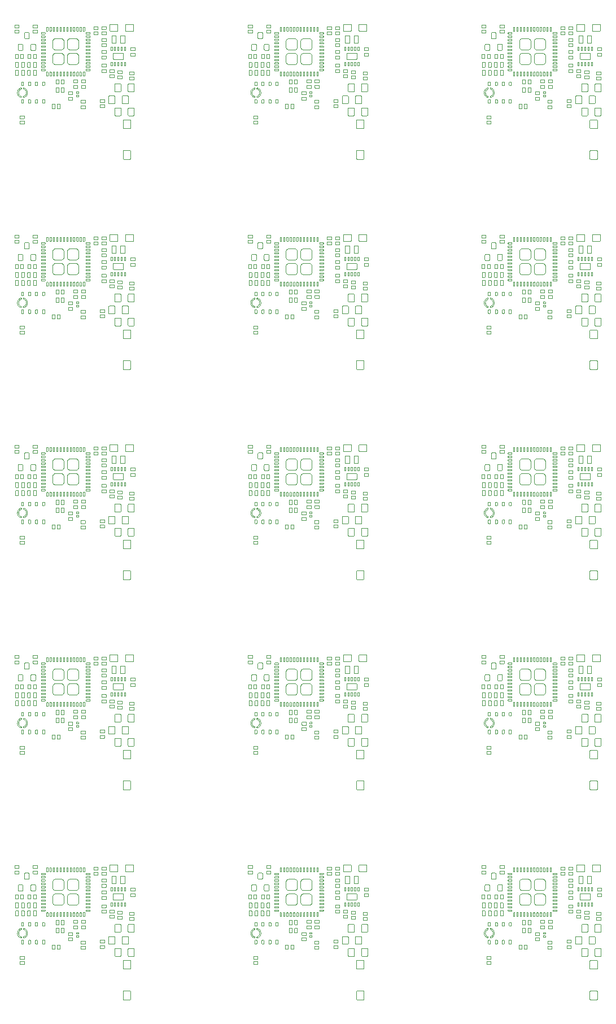
<source format=gbr>
G04 CAM350 V9.0.1 (Build 158) Date:  Wed Jun 18 08:57:10 2025 *
G04 Database: (Untitled) *
G04 Layer 101: 060011vect.gbr *
%FSLAX33Y33*%
%MOMM*%
%SFA1.000B1.000*%

%MIA0B0*%
%IPPOS*%
%ADD42C,0.00010*%
%LN060011vect.gbr*%
%LPD*%
G54D42*
X-321545Y-206506D02*
G01X-321537Y-206511D01*
X-321533Y-206512*
X-321532*
X-320938*
X-320928Y-206509*
X-320923Y-206502*
Y-206499*
Y-206102*
X-320926Y-206093*
X-320933Y-206088*
X-320937Y-206087*
X-320938*
X-321532*
X-321542Y-206090*
X-321547Y-206097*
X-321548Y-206100*
Y-206497*
X-321545Y-206506*
Y-207306D02*
G01X-321537Y-207311D01*
X-321533Y-207312*
X-321532*
X-320938*
X-320928Y-207309*
X-320923Y-207302*
Y-207299*
Y-206902*
X-320926Y-206893*
X-320933Y-206888*
X-320937Y-206887*
X-320938*
X-321532*
X-321542Y-206890*
X-321547Y-206897*
X-321548Y-206900*
Y-207297*
X-321545Y-207306*
X-321494Y-211106D02*
G01X-321487Y-211111D01*
X-321483Y-211112*
X-321482*
X-321088*
X-321078Y-211109*
X-321073Y-211102*
X-321072Y-211099*
Y-210502*
X-321076Y-210493*
X-321083Y-210488*
X-321087Y-210487*
X-321088*
X-321482*
X-321492Y-210490*
X-321497Y-210497*
X-321498Y-210500*
Y-211097*
X-321494Y-211106*
X-321067Y-209763D02*
G01X-321053Y-209800D01*
X-321031Y-209832*
X-321002Y-209858*
X-320967Y-209876*
X-320929Y-209885*
X-320909Y-209886*
X-320905Y-209887*
X-320514*
X-320511Y-209886*
X-320471Y-209881*
X-320435Y-209868*
X-320402Y-209845*
X-320376Y-209816*
X-320358Y-209782*
X-320349Y-209743*
X-320347Y-209724*
Y-209125*
X-320352Y-209086*
X-320366Y-209049*
X-320389Y-209017*
X-320418Y-208991*
X-320453Y-208973*
X-320491Y-208964*
X-320511Y-208963*
X-320514Y-208962*
X-320905*
X-320908Y-208963*
X-320949Y-208968*
X-320985Y-208981*
X-321017Y-209004*
X-321043Y-209033*
X-321062Y-209067*
X-321071Y-209106*
X-321072Y-209125*
Y-209724*
X-321067Y-209763*
X-321443Y-212372D02*
G01X-321431Y-212391D01*
X-321413Y-212405*
X-321390Y-212411*
X-321384Y-212412*
X-321381*
X-321089*
X-321087*
X-321063Y-212407*
X-321043Y-212395*
X-321029Y-212377*
X-321023Y-212354*
X-321022Y-212349*
Y-211751*
X-321027Y-211727*
X-321039Y-211708*
X-321057Y-211694*
X-321080Y-211688*
X-321086Y-211687*
X-321089*
X-321381*
X-321383*
X-321407Y-211692*
X-321427Y-211704*
X-321441Y-211722*
X-321447Y-211745*
X-321448Y-211750*
Y-212348*
X-321443Y-212372*
Y-213572D02*
G01X-321431Y-213591D01*
X-321413Y-213605*
X-321390Y-213611*
X-321384Y-213612*
X-321381*
X-321089*
X-321087*
X-321063Y-213607*
X-321043Y-213595*
X-321029Y-213577*
X-321023Y-213554*
X-321022Y-213549*
Y-212951*
X-321027Y-212927*
X-321039Y-212908*
X-321057Y-212894*
X-321080Y-212888*
X-321086Y-212887*
X-321089*
X-321381*
X-321383*
X-321407Y-212892*
X-321427Y-212904*
X-321441Y-212922*
X-321447Y-212945*
X-321448Y-212950*
Y-213548*
X-321443Y-213572*
X-320694Y-211106D02*
G01X-320687Y-211111D01*
X-320683Y-211112*
X-320682*
X-320288*
X-320278Y-211109*
X-320273Y-211102*
X-320272Y-211099*
Y-210502*
X-320276Y-210493*
X-320283Y-210488*
X-320287Y-210487*
X-320288*
X-320682*
X-320692Y-210490*
X-320697Y-210497*
X-320698Y-210500*
Y-211097*
X-320694Y-211106*
X-320543Y-212372D02*
G01X-320531Y-212391D01*
X-320513Y-212405*
X-320490Y-212411*
X-320484Y-212412*
X-320481*
X-320189*
X-320187*
X-320163Y-212407*
X-320143Y-212395*
X-320129Y-212377*
X-320123Y-212354*
X-320122Y-212349*
Y-211751*
X-320127Y-211727*
X-320139Y-211708*
X-320157Y-211694*
X-320180Y-211688*
X-320186Y-211687*
X-320189*
X-320481*
X-320483*
X-320507Y-211692*
X-320527Y-211704*
X-320541Y-211722*
X-320547Y-211745*
X-320548Y-211750*
Y-212348*
X-320543Y-212372*
Y-213572D02*
G01X-320531Y-213591D01*
X-320513Y-213605*
X-320490Y-213611*
X-320484Y-213612*
X-320481*
X-320189*
X-320187*
X-320163Y-213607*
X-320143Y-213595*
X-320129Y-213577*
X-320123Y-213554*
X-320122Y-213549*
Y-212951*
X-320127Y-212927*
X-320139Y-212908*
X-320157Y-212894*
X-320180Y-212888*
X-320186Y-212887*
X-320189*
X-320481*
X-320483*
X-320507Y-212892*
X-320527Y-212904*
X-320541Y-212922*
X-320547Y-212945*
X-320548Y-212950*
Y-213548*
X-320543Y-213572*
X-320568Y-215117D02*
G01X-320556Y-215136D01*
X-320538Y-215150*
X-320515Y-215156*
X-320509Y-215157*
X-320506*
X-320314*
X-320312*
X-320288Y-215152*
X-320268Y-215140*
X-320254Y-215122*
X-320248Y-215099*
X-320247Y-215094*
Y-214696*
X-320252Y-214672*
X-320264Y-214653*
X-320282Y-214639*
X-320305Y-214633*
X-320311Y-214632*
X-320314*
X-320506*
X-320508*
X-320532Y-214637*
X-320552Y-214649*
X-320566Y-214667*
X-320572Y-214690*
X-320573Y-214695*
Y-215093*
X-320568Y-215117*
X-321168Y-216311D02*
G01X-321153Y-216396D01*
X-321128Y-216480*
X-321094Y-216559*
X-321051Y-216635*
X-321000Y-216704*
X-320941Y-216768*
X-320875Y-216824*
X-320803Y-216872*
X-320726Y-216912*
X-320678Y-216931*
X-320650Y-216937*
X-320623Y-216933*
X-320598Y-216921*
X-320578Y-216902*
X-320565Y-216877*
X-320560Y-216849*
X-320565Y-216822*
X-320577Y-216797*
X-320597Y-216778*
X-320619Y-216767*
X-320695Y-216732*
X-320697Y-216731*
X-320760Y-216691*
X-320762Y-216690*
X-320820Y-216641*
X-320821Y-216640*
X-320872Y-216584*
X-320873Y-216583*
X-320916Y-216520*
X-320917Y-216519*
X-320951Y-216451*
X-320952Y-216450*
X-320977Y-216378*
Y-216377*
X-320992Y-216303*
Y-216301*
X-320998Y-216225*
Y-216224*
X-320997Y-216207*
Y-216206*
X-320990Y-216131*
Y-216129*
X-320972Y-216055*
Y-216054*
X-320945Y-215983*
X-320944Y-215982*
X-320908Y-215915*
X-320907Y-215914*
X-320862Y-215853*
X-320861Y-215851*
X-320808Y-215797*
X-320807Y-215796*
X-320755Y-215754*
X-320754Y-215753*
X-320689Y-215714*
X-320688Y-215713*
X-320619Y-215682*
X-320593Y-215668*
X-320575Y-215648*
X-320563Y-215622*
X-320560Y-215600*
X-320565Y-215572*
X-320577Y-215548*
X-320597Y-215528*
X-320622Y-215516*
X-320650Y-215512*
X-320678Y-215518*
X-320757Y-215552*
X-320832Y-215595*
X-320902Y-215647*
X-320925Y-215666*
X-320986Y-215728*
X-321039Y-215797*
X-321084Y-215871*
X-321121Y-215949*
X-321148Y-216032*
X-321165Y-216117*
X-321172Y-216203*
X-321173Y-216224*
X-321168Y-216311*
X-321545Y-238007D02*
G01X-321537Y-238011D01*
X-321533Y-238012*
X-321532*
X-320938*
X-320928Y-238009*
X-320923Y-238002*
Y-237999*
Y-237602*
X-320926Y-237593*
X-320933Y-237588*
X-320937Y-237587*
X-320938*
X-321532*
X-321542Y-237590*
X-321547Y-237598*
X-321548Y-237601*
Y-237998*
X-321545Y-238007*
Y-238807D02*
G01X-321537Y-238811D01*
X-321533Y-238812*
X-321532*
X-320938*
X-320928Y-238809*
X-320923Y-238802*
Y-238799*
Y-238402*
X-320926Y-238393*
X-320933Y-238388*
X-320937Y-238387*
X-320938*
X-321532*
X-321542Y-238390*
X-321547Y-238398*
X-321548Y-238401*
Y-238798*
X-321545Y-238807*
X-321494Y-242607D02*
G01X-321487Y-242611D01*
X-321483Y-242612*
X-321482*
X-321088*
X-321078Y-242609*
X-321073Y-242602*
X-321072Y-242599*
Y-242002*
X-321076Y-241993*
X-321083Y-241988*
X-321087Y-241987*
X-321088*
X-321482*
X-321492Y-241990*
X-321497Y-241998*
X-321498Y-242001*
Y-242598*
X-321494Y-242607*
X-320117Y-208013D02*
G01X-320103Y-208050D01*
X-320081Y-208082*
X-320052Y-208108*
X-320017Y-208126*
X-319979Y-208135*
X-319959Y-208136*
X-319955Y-208137*
X-319564*
X-319561Y-208136*
X-319521Y-208131*
X-319485Y-208118*
X-319452Y-208095*
X-319426Y-208066*
X-319408Y-208032*
X-319399Y-207993*
X-319397Y-207974*
Y-207375*
X-319402Y-207336*
X-319416Y-207299*
X-319439Y-207267*
X-319468Y-207241*
X-319503Y-207223*
X-319541Y-207214*
X-319561Y-207213*
X-319564Y-207212*
X-319955*
X-319958Y-207213*
X-319999Y-207218*
X-320035Y-207231*
X-320067Y-207254*
X-320093Y-207283*
X-320112Y-207317*
X-320121Y-207356*
X-320122Y-207375*
Y-207974*
X-320117Y-208013*
X-320276Y-216877D02*
G01X-320263Y-216901D01*
X-320243Y-216921*
X-320218Y-216933*
X-320190Y-216937*
X-320162Y-216931*
X-320083Y-216897*
X-320008Y-216854*
X-319938Y-216802*
X-319915Y-216783*
X-319854Y-216721*
X-319801Y-216652*
X-319756Y-216578*
X-319720Y-216500*
X-319693Y-216417*
X-319675Y-216332*
X-319668Y-216246*
X-319667Y-216225*
X-319672Y-216138*
X-319687Y-216053*
X-319712Y-215969*
X-319746Y-215890*
X-319789Y-215814*
X-319840Y-215745*
X-319899Y-215681*
X-319965Y-215625*
X-320037Y-215577*
X-320115Y-215537*
X-320162Y-215518*
X-320190Y-215512*
X-320218Y-215516*
X-320243Y-215528*
X-320263Y-215547*
X-320275Y-215572*
X-320280Y-215600*
X-320276Y-215627*
X-320263Y-215652*
X-320243Y-215671*
X-320221Y-215682*
X-320145Y-215717*
X-320144Y-215718*
X-320080Y-215758*
X-320078Y-215759*
X-320020Y-215808*
X-320019Y-215809*
X-319968Y-215865*
X-319967Y-215866*
X-319924Y-215929*
X-319923Y-215930*
X-319889Y-215998*
X-319888Y-215999*
X-319863Y-216071*
Y-216072*
X-319848Y-216146*
Y-216148*
X-319843Y-216224*
Y-216225*
Y-216242*
Y-216243*
X-319850Y-216318*
X-319851Y-216320*
X-319868Y-216394*
Y-216395*
X-319895Y-216466*
X-319896Y-216467*
X-319933Y-216534*
Y-216535*
X-319978Y-216596*
X-319979Y-216598*
X-320032Y-216652*
X-320033Y-216653*
X-320085Y-216695*
X-320086Y-216696*
X-320151Y-216735*
X-320153Y-216736*
X-320221Y-216767*
X-320247Y-216781*
X-320266Y-216801*
X-320277Y-216827*
X-320280Y-216849*
X-320276Y-216877*
X-320568Y-217777D02*
G01X-320556Y-217796D01*
X-320538Y-217810*
X-320515Y-217816*
X-320509Y-217817*
X-320506*
X-320314*
X-320312*
X-320288Y-217812*
X-320268Y-217800*
X-320254Y-217782*
X-320248Y-217759*
X-320247Y-217754*
Y-217356*
X-320252Y-217332*
X-320264Y-217313*
X-320282Y-217299*
X-320305Y-217293*
X-320311Y-217292*
X-320314*
X-320506*
X-320508*
X-320532Y-217297*
X-320552Y-217309*
X-320566Y-217327*
X-320572Y-217350*
X-320573Y-217355*
Y-217753*
X-320568Y-217777*
X-320769Y-220106D02*
G01X-320762Y-220111D01*
X-320758Y-220112*
X-320757*
X-320163*
X-320153Y-220109*
X-320148Y-220102*
X-320147Y-220099*
Y-219702*
X-320151Y-219693*
X-320158Y-219688*
X-320162Y-219687*
X-320163*
X-320757*
X-320767Y-219690*
X-320772Y-219697*
X-320773Y-219700*
Y-220097*
X-320769Y-220106*
Y-220906D02*
G01X-320762Y-220911D01*
X-320758Y-220912*
X-320757*
X-320163*
X-320153Y-220909*
X-320148Y-220902*
X-320147Y-220899*
Y-220502*
X-320151Y-220493*
X-320158Y-220488*
X-320162Y-220487*
X-320163*
X-320757*
X-320767Y-220490*
X-320772Y-220497*
X-320773Y-220500*
Y-220897*
X-320769Y-220906*
X-321067Y-241263D02*
G01X-321053Y-241300D01*
X-321031Y-241332*
X-321002Y-241358*
X-320967Y-241376*
X-320929Y-241385*
X-320909Y-241386*
X-320905Y-241387*
X-320514*
X-320511*
X-320471Y-241382*
X-320435Y-241368*
X-320402Y-241346*
X-320376Y-241316*
X-320358Y-241282*
X-320349Y-241244*
X-320347Y-241224*
Y-240625*
X-320352Y-240586*
X-320366Y-240550*
X-320389Y-240517*
X-320418Y-240492*
X-320453Y-240474*
X-320491Y-240464*
X-320511Y-240463*
X-320514Y-240462*
X-320905*
X-320908Y-240463*
X-320949Y-240468*
X-320985Y-240482*
X-321017Y-240504*
X-321043Y-240533*
X-321062Y-240567*
X-321071Y-240606*
X-321072Y-240625*
Y-241224*
X-321067Y-241263*
X-321443Y-243872D02*
G01X-321431Y-243891D01*
X-321413Y-243905*
X-321390Y-243911*
X-321384Y-243912*
X-321381*
X-321089*
X-321087*
X-321063Y-243907*
X-321043Y-243895*
X-321029Y-243877*
X-321023Y-243854*
X-321022Y-243849*
Y-243251*
X-321027Y-243227*
X-321039Y-243208*
X-321057Y-243194*
X-321080Y-243188*
X-321086*
X-321089Y-243187*
X-321381*
X-321383*
X-321407Y-243192*
X-321427Y-243204*
X-321441Y-243222*
X-321447Y-243245*
X-321448Y-243250*
Y-243849*
X-321443Y-243872*
Y-245072D02*
G01X-321431Y-245091D01*
X-321413Y-245105*
X-321390Y-245111*
X-321384Y-245112*
X-321381*
X-321089*
X-321087*
X-321063Y-245107*
X-321043Y-245095*
X-321029Y-245077*
X-321023Y-245054*
X-321022Y-245049*
Y-244451*
X-321027Y-244427*
X-321039Y-244408*
X-321057Y-244394*
X-321080Y-244388*
X-321086*
X-321089Y-244387*
X-321381*
X-321383*
X-321407Y-244392*
X-321427Y-244404*
X-321441Y-244422*
X-321447Y-244445*
X-321448Y-244450*
Y-245049*
X-321443Y-245072*
X-320694Y-242607D02*
G01X-320687Y-242611D01*
X-320683Y-242612*
X-320682*
X-320288*
X-320278Y-242609*
X-320273Y-242602*
X-320272Y-242599*
Y-242002*
X-320276Y-241993*
X-320283Y-241988*
X-320287Y-241987*
X-320288*
X-320682*
X-320692Y-241990*
X-320697Y-241998*
X-320698Y-242001*
Y-242598*
X-320694Y-242607*
X-320543Y-243872D02*
G01X-320531Y-243891D01*
X-320513Y-243905*
X-320490Y-243911*
X-320484Y-243912*
X-320481*
X-320189*
X-320187*
X-320163Y-243907*
X-320143Y-243895*
X-320129Y-243877*
X-320123Y-243854*
X-320122Y-243849*
Y-243251*
X-320127Y-243227*
X-320139Y-243208*
X-320157Y-243194*
X-320180Y-243188*
X-320186*
X-320189Y-243187*
X-320481*
X-320483*
X-320507Y-243192*
X-320527Y-243204*
X-320541Y-243222*
X-320547Y-243245*
X-320548Y-243250*
Y-243849*
X-320543Y-243872*
Y-245072D02*
G01X-320531Y-245091D01*
X-320513Y-245105*
X-320490Y-245111*
X-320484Y-245112*
X-320481*
X-320189*
X-320187*
X-320163Y-245107*
X-320143Y-245095*
X-320129Y-245077*
X-320123Y-245054*
X-320122Y-245049*
Y-244451*
X-320127Y-244427*
X-320139Y-244408*
X-320157Y-244394*
X-320180Y-244388*
X-320186*
X-320189Y-244387*
X-320481*
X-320483*
X-320507Y-244392*
X-320527Y-244404*
X-320541Y-244422*
X-320547Y-244445*
X-320548Y-244450*
Y-245049*
X-320543Y-245072*
X-320568Y-246617D02*
G01X-320556Y-246636D01*
X-320538Y-246650*
X-320515Y-246656*
X-320509Y-246657*
X-320506*
X-320314*
X-320312*
X-320288Y-246652*
X-320268Y-246640*
X-320254Y-246622*
X-320248Y-246599*
X-320247Y-246594*
Y-246196*
X-320252Y-246172*
X-320264Y-246153*
X-320282Y-246139*
X-320305Y-246133*
X-320311*
X-320314Y-246132*
X-320506*
X-320508*
X-320532Y-246137*
X-320552Y-246149*
X-320566Y-246167*
X-320572Y-246190*
X-320573Y-246195*
Y-246594*
X-320568Y-246617*
X-321168Y-247811D02*
G01X-321153Y-247897D01*
X-321128Y-247980*
X-321094Y-248059*
X-321051Y-248135*
X-321000Y-248205*
X-320941Y-248268*
X-320875Y-248324*
X-320803Y-248373*
X-320726Y-248412*
X-320678Y-248432*
X-320650Y-248437*
X-320623Y-248433*
X-320598Y-248421*
X-320578Y-248402*
X-320565Y-248377*
X-320560Y-248350*
X-320565Y-248322*
X-320577Y-248298*
X-320597Y-248278*
X-320619Y-248267*
X-320695Y-248232*
X-320697*
X-320760Y-248191*
X-320762Y-248190*
X-320820Y-248141*
X-320821Y-248140*
X-320872Y-248084*
X-320873Y-248083*
X-320916Y-248021*
X-320917Y-248019*
X-320951Y-247952*
X-320952Y-247950*
X-320977Y-247879*
Y-247877*
X-320992Y-247803*
Y-247801*
X-320998Y-247726*
Y-247725*
X-320997Y-247707*
Y-247706*
X-320990Y-247631*
Y-247629*
X-320972Y-247556*
Y-247554*
X-320945Y-247483*
X-320944Y-247482*
X-320908Y-247415*
X-320907Y-247414*
X-320862Y-247353*
X-320861Y-247352*
X-320808Y-247297*
X-320807Y-247296*
X-320755Y-247254*
X-320754Y-247253*
X-320689Y-247214*
X-320688Y-247213*
X-320619Y-247183*
X-320593Y-247168*
X-320575Y-247148*
X-320563Y-247122*
X-320560Y-247100*
X-320565Y-247072*
X-320577Y-247048*
X-320597Y-247028*
X-320622Y-247016*
X-320650Y-247012*
X-320678Y-247018*
X-320757Y-247052*
X-320832Y-247095*
X-320902Y-247147*
X-320925Y-247167*
X-320986Y-247228*
X-321039Y-247297*
X-321084Y-247371*
X-321121Y-247450*
X-321148Y-247532*
X-321165Y-247617*
X-321172Y-247704*
X-321173Y-247724*
X-321168Y-247811*
X-321545Y-269507D02*
G01X-321537Y-269512D01*
X-321533*
X-321532*
X-320938*
X-320928Y-269509*
X-320923Y-269502*
Y-269499*
Y-269102*
X-320926Y-269093*
X-320933Y-269088*
X-320937*
X-320938Y-269087*
X-321532*
X-321542Y-269091*
X-321547Y-269098*
X-321548Y-269101*
Y-269498*
X-321545Y-269507*
Y-270307D02*
G01X-321537Y-270312D01*
X-321533*
X-321532*
X-320938*
X-320928Y-270309*
X-320923Y-270302*
Y-270299*
Y-269902*
X-320926Y-269893*
X-320933Y-269888*
X-320937*
X-320938Y-269887*
X-321532*
X-321542Y-269891*
X-321547Y-269898*
X-321548Y-269901*
Y-270298*
X-321545Y-270307*
X-321494Y-274107D02*
G01X-321487Y-274112D01*
X-321483*
X-321482*
X-321088*
X-321078Y-274109*
X-321073Y-274102*
X-321072Y-274099*
Y-273502*
X-321076Y-273493*
X-321083Y-273488*
X-321087*
X-321088Y-273487*
X-321482*
X-321492Y-273491*
X-321497Y-273498*
X-321498Y-273501*
Y-274098*
X-321494Y-274107*
X-318794Y-206506D02*
G01X-318787Y-206511D01*
X-318783Y-206512*
X-318782*
X-318188*
X-318178Y-206509*
X-318173Y-206502*
X-318172Y-206499*
Y-206102*
X-318176Y-206093*
X-318183Y-206088*
X-318187Y-206087*
X-318188*
X-318782*
X-318792Y-206090*
X-318797Y-206097*
X-318798Y-206100*
Y-206497*
X-318794Y-206506*
Y-207306D02*
G01X-318787Y-207311D01*
X-318783Y-207312*
X-318782*
X-318188*
X-318178Y-207309*
X-318173Y-207302*
X-318172Y-207299*
Y-206902*
X-318176Y-206893*
X-318183Y-206888*
X-318187Y-206887*
X-318188*
X-318782*
X-318792Y-206890*
X-318797Y-206897*
X-318798Y-206900*
Y-207297*
X-318794Y-207306*
X-319167Y-209763D02*
G01X-319153Y-209800D01*
X-319131Y-209832*
X-319102Y-209858*
X-319067Y-209876*
X-319029Y-209885*
X-319009Y-209886*
X-319005Y-209887*
X-318614*
X-318611Y-209886*
X-318571Y-209881*
X-318535Y-209868*
X-318502Y-209845*
X-318476Y-209816*
X-318458Y-209782*
X-318449Y-209743*
X-318447Y-209724*
Y-209125*
X-318452Y-209086*
X-318466Y-209049*
X-318489Y-209017*
X-318518Y-208991*
X-318553Y-208973*
X-318591Y-208964*
X-318611Y-208963*
X-318614Y-208962*
X-319005*
X-319008Y-208963*
X-319049Y-208968*
X-319085Y-208981*
X-319117Y-209004*
X-319143Y-209033*
X-319162Y-209067*
X-319171Y-209106*
X-319172Y-209125*
Y-209724*
X-319167Y-209763*
X-319570Y-211106D02*
G01X-319562Y-211111D01*
X-319558Y-211112*
X-319557*
X-319163*
X-319153Y-211109*
X-319148Y-211102*
Y-211099*
Y-210502*
X-319151Y-210493*
X-319158Y-210488*
X-319162Y-210487*
X-319163*
X-319557*
X-319567Y-210490*
X-319572Y-210497*
X-319573Y-210500*
Y-211097*
X-319570Y-211106*
X-319643Y-212372D02*
G01X-319631Y-212391D01*
X-319613Y-212405*
X-319590Y-212411*
X-319584Y-212412*
X-319581*
X-319289*
X-319287*
X-319263Y-212407*
X-319243Y-212395*
X-319229Y-212377*
X-319223Y-212354*
X-319222Y-212349*
Y-211751*
X-319227Y-211727*
X-319239Y-211708*
X-319257Y-211694*
X-319280Y-211688*
X-319286Y-211687*
X-319289*
X-319581*
X-319583*
X-319607Y-211692*
X-319627Y-211704*
X-319641Y-211722*
X-319647Y-211745*
X-319648Y-211750*
Y-212348*
X-319643Y-212372*
Y-213572D02*
G01X-319631Y-213591D01*
X-319613Y-213605*
X-319590Y-213611*
X-319584Y-213612*
X-319581*
X-319289*
X-319287*
X-319263Y-213607*
X-319243Y-213595*
X-319229Y-213577*
X-319223Y-213554*
X-319222Y-213549*
Y-212951*
X-319227Y-212927*
X-319239Y-212908*
X-319257Y-212894*
X-319280Y-212888*
X-319286Y-212887*
X-319289*
X-319581*
X-319583*
X-319607Y-212892*
X-319627Y-212904*
X-319641Y-212922*
X-319647Y-212945*
X-319648Y-212950*
Y-213548*
X-319643Y-213572*
X-319518Y-215117D02*
G01X-319506Y-215136D01*
X-319488Y-215150*
X-319465Y-215156*
X-319459Y-215157*
X-319456*
X-319264*
X-319262*
X-319238Y-215152*
X-319218Y-215140*
X-319204Y-215122*
X-319198Y-215099*
X-319197Y-215094*
Y-214696*
X-319202Y-214672*
X-319214Y-214653*
X-319232Y-214639*
X-319255Y-214633*
X-319261Y-214632*
X-319264*
X-319456*
X-319458*
X-319482Y-214637*
X-319502Y-214649*
X-319516Y-214667*
X-319522Y-214690*
X-319523Y-214695*
Y-215093*
X-319518Y-215117*
Y-217777D02*
G01X-319506Y-217796D01*
X-319488Y-217810*
X-319465Y-217816*
X-319459Y-217817*
X-319456*
X-319264*
X-319262*
X-319238Y-217812*
X-319218Y-217800*
X-319204Y-217782*
X-319198Y-217759*
X-319197Y-217754*
Y-217356*
X-319202Y-217332*
X-319214Y-217313*
X-319232Y-217299*
X-319255Y-217293*
X-319261Y-217292*
X-319264*
X-319456*
X-319458*
X-319482Y-217297*
X-319502Y-217309*
X-319516Y-217327*
X-319522Y-217350*
X-319523Y-217355*
Y-217753*
X-319518Y-217777*
X-320117Y-239513D02*
G01X-320103Y-239550D01*
X-320081Y-239582*
X-320052Y-239608*
X-320017Y-239626*
X-319979Y-239635*
X-319959Y-239636*
X-319955Y-239637*
X-319564*
X-319561*
X-319521Y-239632*
X-319485Y-239618*
X-319452Y-239596*
X-319426Y-239566*
X-319408Y-239532*
X-319399Y-239494*
X-319397Y-239474*
Y-238875*
X-319402Y-238836*
X-319416Y-238800*
X-319439Y-238767*
X-319468Y-238742*
X-319503Y-238724*
X-319541Y-238714*
X-319561Y-238713*
X-319564Y-238712*
X-319955*
X-319958Y-238713*
X-319999Y-238718*
X-320035Y-238732*
X-320067Y-238754*
X-320093Y-238783*
X-320112Y-238817*
X-320121Y-238856*
X-320122Y-238875*
Y-239474*
X-320117Y-239513*
X-320276Y-248377D02*
G01X-320263Y-248402D01*
X-320243Y-248421*
X-320218Y-248433*
X-320190Y-248437*
X-320162Y-248432*
X-320083Y-248398*
X-320008Y-248354*
X-319938Y-248303*
X-319915Y-248283*
X-319854Y-248221*
X-319801Y-248153*
X-319756Y-248079*
X-319720Y-248000*
X-319693Y-247917*
X-319675Y-247832*
X-319668Y-247746*
X-319667Y-247725*
X-319672Y-247638*
X-319687Y-247553*
X-319712Y-247470*
X-319746Y-247390*
X-319789Y-247315*
X-319840Y-247245*
X-319899Y-247181*
X-319965Y-247125*
X-320037Y-247077*
X-320115Y-247037*
X-320162Y-247018*
X-320190Y-247012*
X-320218Y-247016*
X-320243Y-247028*
X-320263Y-247047*
X-320275Y-247072*
X-320280Y-247100*
X-320276Y-247127*
X-320263Y-247152*
X-320243Y-247171*
X-320221Y-247183*
X-320145Y-247217*
X-320144Y-247218*
X-320080Y-247258*
X-320078Y-247259*
X-320020Y-247308*
X-320019Y-247309*
X-319968Y-247365*
X-319967Y-247367*
X-319924Y-247429*
X-319923Y-247430*
X-319889Y-247498*
X-319888Y-247499*
X-319863Y-247571*
Y-247572*
X-319848Y-247647*
Y-247648*
X-319843Y-247724*
Y-247725*
Y-247742*
Y-247743*
X-319850Y-247819*
X-319851Y-247820*
X-319868Y-247894*
Y-247895*
X-319895Y-247966*
X-319896Y-247968*
X-319933Y-248034*
Y-248036*
X-319978Y-248097*
X-319979Y-248098*
X-320032Y-248152*
X-320033Y-248153*
X-320085Y-248195*
X-320086Y-248196*
X-320151Y-248236*
X-320153*
X-320221Y-248267*
X-320247Y-248281*
X-320266Y-248301*
X-320277Y-248327*
X-320280Y-248349*
X-320276Y-248377*
X-320568Y-249277D02*
G01X-320556Y-249296D01*
X-320538Y-249310*
X-320515Y-249316*
X-320509Y-249317*
X-320506*
X-320314*
X-320312*
X-320288Y-249312*
X-320268Y-249300*
X-320254Y-249282*
X-320248Y-249259*
X-320247Y-249254*
Y-248856*
X-320252Y-248832*
X-320264Y-248813*
X-320282Y-248799*
X-320305Y-248793*
X-320311*
X-320314Y-248792*
X-320506*
X-320508*
X-320532Y-248797*
X-320552Y-248809*
X-320566Y-248827*
X-320572Y-248850*
X-320573Y-248855*
Y-249254*
X-320568Y-249277*
X-320769Y-251607D02*
G01X-320762Y-251611D01*
X-320758Y-251612*
X-320757*
X-320163*
X-320153Y-251609*
X-320148Y-251602*
X-320147Y-251599*
Y-251202*
X-320151Y-251193*
X-320158Y-251188*
X-320162Y-251187*
X-320163*
X-320757*
X-320767Y-251190*
X-320772Y-251198*
X-320773Y-251201*
Y-251598*
X-320769Y-251607*
Y-252407D02*
G01X-320762Y-252411D01*
X-320758Y-252412*
X-320757*
X-320163*
X-320153Y-252409*
X-320148Y-252402*
X-320147Y-252399*
Y-252002*
X-320151Y-251993*
X-320158Y-251988*
X-320162Y-251987*
X-320163*
X-320757*
X-320767Y-251990*
X-320772Y-251998*
X-320773Y-252001*
Y-252398*
X-320769Y-252407*
X-321067Y-272764D02*
G01X-321053Y-272800D01*
X-321031Y-272832*
X-321002Y-272858*
X-320967Y-272876*
X-320929Y-272885*
X-320909Y-272887*
X-320905*
X-320514*
X-320511*
X-320471Y-272882*
X-320435Y-272868*
X-320402Y-272846*
X-320376Y-272817*
X-320358Y-272782*
X-320349Y-272744*
X-320347Y-272725*
Y-272126*
X-320352Y-272086*
X-320366Y-272050*
X-320389Y-272018*
X-320418Y-271992*
X-320453Y-271974*
X-320491Y-271964*
X-320511Y-271963*
X-320514Y-271962*
X-320905*
X-320908Y-271963*
X-320949Y-271968*
X-320985Y-271982*
X-321017Y-272004*
X-321043Y-272033*
X-321062Y-272068*
X-321071Y-272106*
X-321072Y-272125*
Y-272724*
X-321067Y-272764*
X-321443Y-275372D02*
G01X-321431Y-275392D01*
X-321413Y-275405*
X-321390Y-275412*
X-321384*
X-321381*
X-321089*
X-321087*
X-321063Y-275408*
X-321043Y-275396*
X-321029Y-275377*
X-321023Y-275355*
X-321022Y-275350*
Y-274751*
X-321027Y-274728*
X-321039Y-274708*
X-321057Y-274695*
X-321080Y-274688*
X-321086*
X-321089Y-274687*
X-321381*
X-321383Y-274688*
X-321407Y-274692*
X-321427Y-274704*
X-321441Y-274722*
X-321447Y-274745*
X-321448Y-274750*
Y-275349*
X-321443Y-275372*
Y-276572D02*
G01X-321431Y-276592D01*
X-321413Y-276605*
X-321390Y-276612*
X-321384*
X-321381*
X-321089*
X-321087*
X-321063Y-276608*
X-321043Y-276596*
X-321029Y-276577*
X-321023Y-276555*
X-321022Y-276550*
Y-275951*
X-321027Y-275928*
X-321039Y-275908*
X-321057Y-275895*
X-321080Y-275888*
X-321086*
X-321089Y-275887*
X-321381*
X-321383Y-275888*
X-321407Y-275892*
X-321427Y-275904*
X-321441Y-275922*
X-321447Y-275945*
X-321448Y-275950*
Y-276549*
X-321443Y-276572*
X-320694Y-274107D02*
G01X-320687Y-274112D01*
X-320683*
X-320682*
X-320288*
X-320278Y-274109*
X-320273Y-274102*
X-320272Y-274099*
Y-273502*
X-320276Y-273493*
X-320283Y-273488*
X-320287*
X-320288Y-273487*
X-320682*
X-320692Y-273491*
X-320697Y-273498*
X-320698Y-273501*
Y-274098*
X-320694Y-274107*
X-320543Y-275372D02*
G01X-320531Y-275392D01*
X-320513Y-275405*
X-320490Y-275412*
X-320484*
X-320481*
X-320189*
X-320187*
X-320163Y-275408*
X-320143Y-275396*
X-320129Y-275377*
X-320123Y-275355*
X-320122Y-275350*
Y-274751*
X-320127Y-274728*
X-320139Y-274708*
X-320157Y-274695*
X-320180Y-274688*
X-320186*
X-320189Y-274687*
X-320481*
X-320483Y-274688*
X-320507Y-274692*
X-320527Y-274704*
X-320541Y-274722*
X-320547Y-274745*
X-320548Y-274750*
Y-275349*
X-320543Y-275372*
Y-276572D02*
G01X-320531Y-276592D01*
X-320513Y-276605*
X-320490Y-276612*
X-320484*
X-320481*
X-320189*
X-320187*
X-320163Y-276608*
X-320143Y-276596*
X-320129Y-276577*
X-320123Y-276555*
X-320122Y-276550*
Y-275951*
X-320127Y-275928*
X-320139Y-275908*
X-320157Y-275895*
X-320180Y-275888*
X-320186*
X-320189Y-275887*
X-320481*
X-320483Y-275888*
X-320507Y-275892*
X-320527Y-275904*
X-320541Y-275922*
X-320547Y-275945*
X-320548Y-275950*
Y-276549*
X-320543Y-276572*
X-320568Y-278117D02*
G01X-320556Y-278137D01*
X-320538Y-278150*
X-320515Y-278157*
X-320509*
X-320506*
X-320314*
X-320312*
X-320288Y-278153*
X-320268Y-278141*
X-320254Y-278122*
X-320248Y-278100*
X-320247Y-278095*
Y-277696*
X-320252Y-277673*
X-320264Y-277653*
X-320282Y-277640*
X-320305Y-277633*
X-320311*
X-320314Y-277632*
X-320506*
X-320508Y-277633*
X-320532Y-277637*
X-320552Y-277649*
X-320566Y-277667*
X-320572Y-277690*
X-320573Y-277695*
Y-278094*
X-320568Y-278117*
X-321168Y-279311D02*
G01X-321153Y-279397D01*
X-321128Y-279480*
X-321094Y-279560*
X-321051Y-279635*
X-321000Y-279705*
X-320941Y-279768*
X-320875Y-279825*
X-320803Y-279873*
X-320726Y-279913*
X-320678Y-279932*
X-320650Y-279937*
X-320623Y-279934*
X-320598Y-279922*
X-320578Y-279902*
X-320565Y-279878*
X-320560Y-279850*
X-320565Y-279822*
X-320577Y-279798*
X-320597Y-279778*
X-320619Y-279767*
X-320695Y-279733*
X-320697Y-279732*
X-320760Y-279691*
X-320762Y-279690*
X-320820Y-279642*
X-320821Y-279640*
X-320872Y-279584*
X-320873Y-279583*
X-320916Y-279521*
X-320917Y-279519*
X-320951Y-279452*
X-320952Y-279450*
X-320977Y-279379*
Y-279377*
X-320992Y-279303*
Y-279301*
X-320998Y-279226*
Y-279225*
X-320997Y-279207*
Y-279206*
X-320990Y-279131*
Y-279129*
X-320972Y-279056*
Y-279054*
X-320945Y-278983*
X-320944Y-278982*
X-320908Y-278915*
X-320907Y-278914*
X-320862Y-278853*
X-320861Y-278852*
X-320808Y-278797*
X-320807Y-278796*
X-320755Y-278754*
X-320754*
X-320689Y-278714*
X-320688Y-278713*
X-320619Y-278683*
X-320593Y-278669*
X-320575Y-278648*
X-320563Y-278623*
X-320560Y-278600*
X-320565Y-278573*
X-320577Y-278548*
X-320597Y-278529*
X-320622Y-278516*
X-320650Y-278513*
X-320678Y-278518*
X-320757Y-278552*
X-320832Y-278595*
X-320902Y-278647*
X-320925Y-278667*
X-320986Y-278729*
X-321039Y-278797*
X-321084Y-278871*
X-321121Y-278950*
X-321148Y-279032*
X-321165Y-279117*
X-321172Y-279204*
X-321173Y-279225*
X-321168Y-279311*
X-321545Y-301007D02*
G01X-321537Y-301012D01*
X-321533Y-301013*
X-321532*
X-320938*
X-320928Y-301009*
X-320923Y-301002*
Y-300999*
Y-300602*
X-320926Y-300593*
X-320933Y-300588*
X-320937*
X-320938*
X-321532*
X-321542Y-300591*
X-321547Y-300598*
X-321548Y-300601*
Y-300998*
X-321545Y-301007*
Y-301807D02*
G01X-321537Y-301812D01*
X-321533Y-301813*
X-321532*
X-320938*
X-320928Y-301809*
X-320923Y-301802*
Y-301799*
Y-301402*
X-320926Y-301393*
X-320933Y-301388*
X-320937*
X-320938*
X-321532*
X-321542Y-301391*
X-321547Y-301398*
X-321548Y-301401*
Y-301798*
X-321545Y-301807*
X-321494Y-305607D02*
G01X-321487Y-305612D01*
X-321483*
X-321482Y-305613*
X-321088*
X-321078Y-305609*
X-321073Y-305602*
X-321072Y-305599*
Y-305002*
X-321076Y-304993*
X-321083Y-304988*
X-321087*
X-321088*
X-321482*
X-321492Y-304991*
X-321497Y-304998*
X-321498Y-305001*
Y-305598*
X-321494Y-305607*
X-318769Y-211106D02*
G01X-318762Y-211111D01*
X-318758Y-211112*
X-318757*
X-318363*
X-318353Y-211109*
X-318348Y-211102*
X-318347Y-211099*
Y-210502*
X-318351Y-210493*
X-318358Y-210488*
X-318362Y-210487*
X-318363*
X-318757*
X-318767Y-210490*
X-318772Y-210497*
X-318773Y-210500*
Y-211097*
X-318769Y-211106*
X-318743Y-212372D02*
G01X-318731Y-212391D01*
X-318713Y-212405*
X-318690Y-212411*
X-318684Y-212412*
X-318681*
X-318389*
X-318387*
X-318363Y-212407*
X-318343Y-212395*
X-318329Y-212377*
X-318323Y-212354*
X-318322Y-212349*
Y-211751*
X-318327Y-211727*
X-318339Y-211708*
X-318357Y-211694*
X-318380Y-211688*
X-318386Y-211687*
X-318389*
X-318681*
X-318683*
X-318707Y-211692*
X-318727Y-211704*
X-318741Y-211722*
X-318747Y-211745*
X-318748Y-211750*
Y-212348*
X-318743Y-212372*
X-318746Y-213612D02*
G01X-318745D01*
X-318326*
X-318323Y-213611*
X-318322Y-213610*
Y-212890*
X-318324Y-212887*
X-318325*
X-318744*
X-318747Y-212889*
X-318748*
Y-213609*
X-318746Y-213612*
X-318468Y-215117D02*
G01X-318456Y-215136D01*
X-318438Y-215150*
X-318415Y-215156*
X-318409Y-215157*
X-318406*
X-318214*
X-318212*
X-318188Y-215152*
X-318168Y-215140*
X-318154Y-215122*
X-318148Y-215099*
X-318147Y-215094*
Y-214696*
X-318152Y-214672*
X-318164Y-214653*
X-318182Y-214639*
X-318205Y-214633*
X-318211Y-214632*
X-318214*
X-318406*
X-318408*
X-318432Y-214637*
X-318452Y-214649*
X-318466Y-214667*
X-318472Y-214690*
X-318473Y-214695*
Y-215093*
X-318468Y-215117*
Y-217777D02*
G01X-318456Y-217796D01*
X-318438Y-217810*
X-318415Y-217816*
X-318409Y-217817*
X-318406*
X-318214*
X-318212*
X-318188Y-217812*
X-318168Y-217800*
X-318154Y-217782*
X-318148Y-217759*
X-318147Y-217754*
Y-217356*
X-318152Y-217332*
X-318164Y-217313*
X-318182Y-217299*
X-318205Y-217293*
X-318211Y-217292*
X-318214*
X-318406*
X-318408*
X-318432Y-217297*
X-318452Y-217309*
X-318466Y-217327*
X-318472Y-217350*
X-318473Y-217355*
Y-217753*
X-318468Y-217777*
X-318794Y-238007D02*
G01X-318787Y-238011D01*
X-318783Y-238012*
X-318782*
X-318188*
X-318178Y-238009*
X-318173Y-238002*
X-318172Y-237999*
Y-237602*
X-318176Y-237593*
X-318183Y-237588*
X-318187Y-237587*
X-318188*
X-318782*
X-318792Y-237590*
X-318797Y-237598*
X-318798Y-237601*
Y-237998*
X-318794Y-238007*
Y-238807D02*
G01X-318787Y-238811D01*
X-318783Y-238812*
X-318782*
X-318188*
X-318178Y-238809*
X-318173Y-238802*
X-318172Y-238799*
Y-238402*
X-318176Y-238393*
X-318183Y-238388*
X-318187Y-238387*
X-318188*
X-318782*
X-318792Y-238390*
X-318797Y-238398*
X-318798Y-238401*
Y-238798*
X-318794Y-238807*
X-319167Y-241263D02*
G01X-319153Y-241300D01*
X-319131Y-241332*
X-319102Y-241358*
X-319067Y-241376*
X-319029Y-241385*
X-319009Y-241386*
X-319005Y-241387*
X-318614*
X-318611*
X-318571Y-241382*
X-318535Y-241368*
X-318502Y-241346*
X-318476Y-241316*
X-318458Y-241282*
X-318449Y-241244*
X-318447Y-241224*
Y-240625*
X-318452Y-240586*
X-318466Y-240550*
X-318489Y-240517*
X-318518Y-240492*
X-318553Y-240474*
X-318591Y-240464*
X-318611Y-240463*
X-318614Y-240462*
X-319005*
X-319008Y-240463*
X-319049Y-240468*
X-319085Y-240482*
X-319117Y-240504*
X-319143Y-240533*
X-319162Y-240567*
X-319171Y-240606*
X-319172Y-240625*
Y-241224*
X-319167Y-241263*
X-319570Y-242607D02*
G01X-319562Y-242611D01*
X-319558Y-242612*
X-319557*
X-319163*
X-319153Y-242609*
X-319148Y-242602*
Y-242599*
Y-242002*
X-319151Y-241993*
X-319158Y-241988*
X-319162Y-241987*
X-319163*
X-319557*
X-319567Y-241990*
X-319572Y-241998*
X-319573Y-242001*
Y-242598*
X-319570Y-242607*
X-319643Y-243872D02*
G01X-319631Y-243891D01*
X-319613Y-243905*
X-319590Y-243911*
X-319584Y-243912*
X-319581*
X-319289*
X-319287*
X-319263Y-243907*
X-319243Y-243895*
X-319229Y-243877*
X-319223Y-243854*
X-319222Y-243849*
Y-243251*
X-319227Y-243227*
X-319239Y-243208*
X-319257Y-243194*
X-319280Y-243188*
X-319286*
X-319289Y-243187*
X-319581*
X-319583*
X-319607Y-243192*
X-319627Y-243204*
X-319641Y-243222*
X-319647Y-243245*
X-319648Y-243250*
Y-243849*
X-319643Y-243872*
Y-245072D02*
G01X-319631Y-245091D01*
X-319613Y-245105*
X-319590Y-245111*
X-319584Y-245112*
X-319581*
X-319289*
X-319287*
X-319263Y-245107*
X-319243Y-245095*
X-319229Y-245077*
X-319223Y-245054*
X-319222Y-245049*
Y-244451*
X-319227Y-244427*
X-319239Y-244408*
X-319257Y-244394*
X-319280Y-244388*
X-319286*
X-319289Y-244387*
X-319581*
X-319583*
X-319607Y-244392*
X-319627Y-244404*
X-319641Y-244422*
X-319647Y-244445*
X-319648Y-244450*
Y-245049*
X-319643Y-245072*
X-319518Y-246617D02*
G01X-319506Y-246636D01*
X-319488Y-246650*
X-319465Y-246656*
X-319459Y-246657*
X-319456*
X-319264*
X-319262*
X-319238Y-246652*
X-319218Y-246640*
X-319204Y-246622*
X-319198Y-246599*
X-319197Y-246594*
Y-246196*
X-319202Y-246172*
X-319214Y-246153*
X-319232Y-246139*
X-319255Y-246133*
X-319261*
X-319264Y-246132*
X-319456*
X-319458*
X-319482Y-246137*
X-319502Y-246149*
X-319516Y-246167*
X-319522Y-246190*
X-319523Y-246195*
Y-246594*
X-319518Y-246617*
Y-249277D02*
G01X-319506Y-249296D01*
X-319488Y-249310*
X-319465Y-249316*
X-319459Y-249317*
X-319456*
X-319264*
X-319262*
X-319238Y-249312*
X-319218Y-249300*
X-319204Y-249282*
X-319198Y-249259*
X-319197Y-249254*
Y-248856*
X-319202Y-248832*
X-319214Y-248813*
X-319232Y-248799*
X-319255Y-248793*
X-319261*
X-319264Y-248792*
X-319456*
X-319458*
X-319482Y-248797*
X-319502Y-248809*
X-319516Y-248827*
X-319522Y-248850*
X-319523Y-248855*
Y-249254*
X-319518Y-249277*
X-320117Y-271014D02*
G01X-320103Y-271050D01*
X-320081Y-271082*
X-320052Y-271108*
X-320017Y-271126*
X-319979Y-271135*
X-319959Y-271137*
X-319955*
X-319564*
X-319561*
X-319521Y-271132*
X-319485Y-271118*
X-319452Y-271096*
X-319426Y-271067*
X-319408Y-271032*
X-319399Y-270994*
X-319397Y-270975*
Y-270376*
X-319402Y-270336*
X-319416Y-270300*
X-319439Y-270268*
X-319468Y-270242*
X-319503Y-270224*
X-319541Y-270214*
X-319561Y-270213*
X-319564Y-270212*
X-319955*
X-319958Y-270213*
X-319999Y-270218*
X-320035Y-270232*
X-320067Y-270254*
X-320093Y-270283*
X-320112Y-270318*
X-320121Y-270356*
X-320122Y-270375*
Y-270974*
X-320117Y-271014*
X-320276Y-279877D02*
G01X-320263Y-279902D01*
X-320243Y-279921*
X-320218Y-279933*
X-320190Y-279937*
X-320162Y-279932*
X-320083Y-279898*
X-320008Y-279855*
X-319938Y-279803*
X-319915Y-279783*
X-319854Y-279721*
X-319801Y-279653*
X-319756Y-279579*
X-319720Y-279500*
X-319693Y-279418*
X-319675Y-279333*
X-319668Y-279246*
X-319667Y-279225*
X-319672Y-279138*
X-319687Y-279053*
X-319712Y-278970*
X-319746Y-278890*
X-319789Y-278815*
X-319840Y-278745*
X-319899Y-278682*
X-319965Y-278625*
X-320037Y-278577*
X-320115Y-278537*
X-320162Y-278518*
X-320190Y-278513*
X-320218Y-278516*
X-320243Y-278528*
X-320263Y-278548*
X-320275Y-278572*
X-320280Y-278600*
X-320276Y-278627*
X-320263Y-278652*
X-320243Y-278672*
X-320221Y-278683*
X-320145Y-278717*
X-320144Y-278718*
X-320080Y-278758*
X-320078Y-278759*
X-320020Y-278808*
X-320019Y-278809*
X-319968Y-278865*
X-319967Y-278867*
X-319924Y-278929*
X-319923Y-278930*
X-319889Y-278998*
X-319888Y-279000*
X-319863Y-279071*
Y-279073*
X-319848Y-279147*
Y-279149*
X-319843Y-279224*
Y-279225*
Y-279242*
Y-279243*
X-319850Y-279319*
X-319851Y-279320*
X-319868Y-279394*
Y-279396*
X-319895Y-279466*
X-319896Y-279468*
X-319933Y-279534*
Y-279536*
X-319978Y-279597*
X-319979Y-279598*
X-320032Y-279652*
X-320033Y-279654*
X-320085Y-279695*
X-320086Y-279696*
X-320151Y-279736*
X-320153Y-279737*
X-320221Y-279767*
X-320247Y-279781*
X-320266Y-279802*
X-320277Y-279827*
X-320280Y-279850*
X-320276Y-279877*
X-320568Y-280777D02*
G01X-320556Y-280797D01*
X-320538Y-280810*
X-320515Y-280817*
X-320509*
X-320506*
X-320314*
X-320312*
X-320288Y-280813*
X-320268Y-280801*
X-320254Y-280782*
X-320248Y-280760*
X-320247Y-280755*
Y-280356*
X-320252Y-280333*
X-320264Y-280313*
X-320282Y-280300*
X-320305Y-280293*
X-320311*
X-320314Y-280292*
X-320506*
X-320508Y-280293*
X-320532Y-280297*
X-320552Y-280309*
X-320566Y-280327*
X-320572Y-280350*
X-320573Y-280355*
Y-280754*
X-320568Y-280777*
X-320769Y-283107D02*
G01X-320762Y-283112D01*
X-320758*
X-320757*
X-320163*
X-320153Y-283109*
X-320148Y-283102*
X-320147Y-283099*
Y-282702*
X-320151Y-282693*
X-320158Y-282688*
X-320162*
X-320163Y-282687*
X-320757*
X-320767Y-282691*
X-320772Y-282698*
X-320773Y-282701*
Y-283098*
X-320769Y-283107*
Y-283907D02*
G01X-320762Y-283912D01*
X-320758*
X-320757Y-283913*
X-320163*
X-320153Y-283909*
X-320148Y-283902*
X-320147Y-283899*
Y-283502*
X-320151Y-283493*
X-320158Y-283488*
X-320162*
X-320163Y-283487*
X-320757*
X-320767Y-283491*
X-320772Y-283498*
X-320773Y-283501*
Y-283898*
X-320769Y-283907*
X-321067Y-304264D02*
G01X-321053Y-304300D01*
X-321031Y-304332*
X-321002Y-304358*
X-320967Y-304376*
X-320929Y-304386*
X-320909Y-304387*
X-320905Y-304388*
X-320514*
X-320511Y-304387*
X-320471Y-304382*
X-320435Y-304368*
X-320402Y-304346*
X-320376Y-304317*
X-320358Y-304282*
X-320349Y-304244*
X-320347Y-304225*
Y-303626*
X-320352Y-303586*
X-320366Y-303550*
X-320389Y-303518*
X-320418Y-303492*
X-320453Y-303474*
X-320491Y-303465*
X-320511Y-303463*
X-320514*
X-320905*
X-320908*
X-320949Y-303468*
X-320985Y-303482*
X-321017Y-303504*
X-321043Y-303533*
X-321062Y-303568*
X-321071Y-303606*
X-321072Y-303625*
Y-304224*
X-321067Y-304264*
X-321443Y-306872D02*
G01X-321431Y-306892D01*
X-321413Y-306905*
X-321390Y-306912*
X-321384*
X-321381Y-306913*
X-321089*
X-321087Y-306912*
X-321063Y-306908*
X-321043Y-306896*
X-321029Y-306878*
X-321023Y-306855*
X-321022Y-306850*
Y-306251*
X-321027Y-306228*
X-321039Y-306208*
X-321057Y-306195*
X-321080Y-306188*
X-321086*
X-321089*
X-321381*
X-321383*
X-321407Y-306192*
X-321427Y-306204*
X-321441Y-306223*
X-321447Y-306245*
X-321448Y-306250*
Y-306849*
X-321443Y-306872*
Y-308073D02*
G01X-321431Y-308092D01*
X-321413Y-308106*
X-321390Y-308112*
X-321384*
X-321381Y-308113*
X-321089*
X-321087Y-308112*
X-321063Y-308108*
X-321043Y-308096*
X-321029Y-308078*
X-321023Y-308055*
X-321022Y-308050*
Y-307451*
X-321027Y-307428*
X-321039Y-307409*
X-321057Y-307395*
X-321080Y-307388*
X-321086*
X-321089*
X-321381*
X-321383*
X-321407Y-307393*
X-321427Y-307405*
X-321441Y-307423*
X-321447Y-307446*
X-321448Y-307451*
Y-308049*
X-321443Y-308073*
X-320694Y-305607D02*
G01X-320687Y-305612D01*
X-320683*
X-320682Y-305613*
X-320288*
X-320278Y-305609*
X-320273Y-305602*
X-320272Y-305599*
Y-305002*
X-320276Y-304993*
X-320283Y-304988*
X-320287*
X-320288*
X-320682*
X-320692Y-304991*
X-320697Y-304998*
X-320698Y-305001*
Y-305598*
X-320694Y-305607*
X-320543Y-306872D02*
G01X-320531Y-306892D01*
X-320513Y-306905*
X-320490Y-306912*
X-320484*
X-320481Y-306913*
X-320189*
X-320187Y-306912*
X-320163Y-306908*
X-320143Y-306896*
X-320129Y-306878*
X-320123Y-306855*
X-320122Y-306850*
Y-306251*
X-320127Y-306228*
X-320139Y-306208*
X-320157Y-306195*
X-320180Y-306188*
X-320186*
X-320189*
X-320481*
X-320483*
X-320507Y-306192*
X-320527Y-306204*
X-320541Y-306223*
X-320547Y-306245*
X-320548Y-306250*
Y-306849*
X-320543Y-306872*
Y-308073D02*
G01X-320531Y-308092D01*
X-320513Y-308106*
X-320490Y-308112*
X-320484*
X-320481Y-308113*
X-320189*
X-320187Y-308112*
X-320163Y-308108*
X-320143Y-308096*
X-320129Y-308078*
X-320123Y-308055*
X-320122Y-308050*
Y-307451*
X-320127Y-307428*
X-320139Y-307409*
X-320157Y-307395*
X-320180Y-307388*
X-320186*
X-320189*
X-320481*
X-320483*
X-320507Y-307393*
X-320527Y-307405*
X-320541Y-307423*
X-320547Y-307446*
X-320548Y-307451*
Y-308049*
X-320543Y-308073*
X-320568Y-309618D02*
G01X-320556Y-309637D01*
X-320538Y-309651*
X-320515Y-309657*
X-320509*
X-320506Y-309658*
X-320314*
X-320312Y-309657*
X-320288Y-309653*
X-320268Y-309641*
X-320254Y-309623*
X-320248Y-309600*
X-320247Y-309595*
Y-309196*
X-320252Y-309173*
X-320264Y-309154*
X-320282Y-309140*
X-320305Y-309133*
X-320311*
X-320314*
X-320506*
X-320508*
X-320532Y-309138*
X-320552Y-309150*
X-320566Y-309168*
X-320572Y-309191*
X-320573Y-309196*
Y-309594*
X-320568Y-309618*
X-321168Y-310812D02*
G01X-321153Y-310897D01*
X-321128Y-310980*
X-321094Y-311060*
X-321051Y-311135*
X-321000Y-311205*
X-320941Y-311269*
X-320875Y-311325*
X-320803Y-311373*
X-320726Y-311413*
X-320678Y-311432*
X-320650Y-311437*
X-320623Y-311434*
X-320598Y-311422*
X-320578Y-311403*
X-320565Y-311378*
X-320560Y-311350*
X-320565Y-311323*
X-320577Y-311298*
X-320597Y-311279*
X-320619Y-311267*
X-320695Y-311233*
X-320697Y-311232*
X-320760Y-311192*
X-320762Y-311191*
X-320820Y-311142*
X-320821Y-311141*
X-320872Y-311085*
X-320873Y-311083*
X-320916Y-311021*
X-320917Y-311020*
X-320951Y-310952*
X-320952Y-310951*
X-320977Y-310879*
Y-310877*
X-320992Y-310803*
Y-310802*
X-320998Y-310726*
Y-310725*
X-320997Y-310708*
Y-310707*
X-320990Y-310631*
Y-310630*
X-320972Y-310556*
Y-310554*
X-320945Y-310484*
X-320944Y-310482*
X-320908Y-310416*
X-320907Y-310414*
X-320862Y-310353*
X-320861Y-310352*
X-320808Y-310298*
X-320807Y-310297*
X-320755Y-310255*
X-320754Y-310254*
X-320689Y-310214*
X-320688Y-310213*
X-320619Y-310183*
X-320593Y-310169*
X-320575Y-310148*
X-320563Y-310123*
X-320560Y-310100*
X-320565Y-310073*
X-320577Y-310048*
X-320597Y-310029*
X-320622Y-310017*
X-320650Y-310013*
X-320678Y-310018*
X-320757Y-310052*
X-320832Y-310096*
X-320902Y-310147*
X-320925Y-310167*
X-320986Y-310229*
X-321039Y-310297*
X-321084Y-310371*
X-321121Y-310450*
X-321148Y-310532*
X-321165Y-310617*
X-321172Y-310704*
X-321173Y-310725*
X-321168Y-310812*
X-321545Y-332507D02*
G01X-321537Y-332512D01*
X-321533Y-332513*
X-321532*
X-320938*
X-320928Y-332510*
X-320923Y-332502*
Y-332499*
Y-332102*
X-320926Y-332093*
X-320933Y-332089*
X-320937Y-332088*
X-320938*
X-321532*
X-321542Y-332091*
X-321547Y-332098*
X-321548Y-332101*
Y-332498*
X-321545Y-332507*
X-321494Y-337107D02*
G01X-321487Y-337112D01*
X-321483Y-337113*
X-321482*
X-321088*
X-321078Y-337110*
X-321073Y-337102*
X-321072Y-337099*
Y-336502*
X-321076Y-336493*
X-321083Y-336489*
X-321087Y-336488*
X-321088*
X-321482*
X-321492Y-336491*
X-321497Y-336498*
X-321498Y-336501*
Y-337098*
X-321494Y-337107*
X-318769Y-242607D02*
G01X-318762Y-242611D01*
X-318758Y-242612*
X-318757*
X-318363*
X-318353Y-242609*
X-318348Y-242602*
X-318347Y-242599*
Y-242002*
X-318351Y-241993*
X-318358Y-241988*
X-318362Y-241987*
X-318363*
X-318757*
X-318767Y-241990*
X-318772Y-241998*
X-318773Y-242001*
Y-242598*
X-318769Y-242607*
X-318743Y-243872D02*
G01X-318731Y-243891D01*
X-318713Y-243905*
X-318690Y-243911*
X-318684Y-243912*
X-318681*
X-318389*
X-318387*
X-318363Y-243907*
X-318343Y-243895*
X-318329Y-243877*
X-318323Y-243854*
X-318322Y-243849*
Y-243251*
X-318327Y-243227*
X-318339Y-243208*
X-318357Y-243194*
X-318380Y-243188*
X-318386*
X-318389Y-243187*
X-318681*
X-318683*
X-318707Y-243192*
X-318727Y-243204*
X-318741Y-243222*
X-318747Y-243245*
X-318748Y-243250*
Y-243849*
X-318743Y-243872*
X-318746Y-245112D02*
G01X-318745D01*
X-318326*
X-318323Y-245111*
X-318322Y-245110*
Y-244390*
X-318324Y-244388*
X-318325Y-244387*
X-318744*
X-318747Y-244389*
X-318748*
Y-245109*
X-318746Y-245112*
X-318468Y-246617D02*
G01X-318456Y-246636D01*
X-318438Y-246650*
X-318415Y-246656*
X-318409Y-246657*
X-318406*
X-318214*
X-318212*
X-318188Y-246652*
X-318168Y-246640*
X-318154Y-246622*
X-318148Y-246599*
X-318147Y-246594*
Y-246196*
X-318152Y-246172*
X-318164Y-246153*
X-318182Y-246139*
X-318205Y-246133*
X-318211*
X-318214Y-246132*
X-318406*
X-318408*
X-318432Y-246137*
X-318452Y-246149*
X-318466Y-246167*
X-318472Y-246190*
X-318473Y-246195*
Y-246594*
X-318468Y-246617*
Y-249277D02*
G01X-318456Y-249296D01*
X-318438Y-249310*
X-318415Y-249316*
X-318409Y-249317*
X-318406*
X-318214*
X-318212*
X-318188Y-249312*
X-318168Y-249300*
X-318154Y-249282*
X-318148Y-249259*
X-318147Y-249254*
Y-248856*
X-318152Y-248832*
X-318164Y-248813*
X-318182Y-248799*
X-318205Y-248793*
X-318211*
X-318214Y-248792*
X-318406*
X-318408*
X-318432Y-248797*
X-318452Y-248809*
X-318466Y-248827*
X-318472Y-248850*
X-318473Y-248855*
Y-249254*
X-318468Y-249277*
X-318794Y-269507D02*
G01X-318787Y-269512D01*
X-318783*
X-318782*
X-318188*
X-318178Y-269509*
X-318173Y-269502*
X-318172Y-269499*
Y-269102*
X-318176Y-269093*
X-318183Y-269088*
X-318187*
X-318188Y-269087*
X-318782*
X-318792Y-269091*
X-318797Y-269098*
X-318798Y-269101*
Y-269498*
X-318794Y-269507*
Y-270307D02*
G01X-318787Y-270312D01*
X-318783*
X-318782*
X-318188*
X-318178Y-270309*
X-318173Y-270302*
X-318172Y-270299*
Y-269902*
X-318176Y-269893*
X-318183Y-269888*
X-318187*
X-318188Y-269887*
X-318782*
X-318792Y-269891*
X-318797Y-269898*
X-318798Y-269901*
Y-270298*
X-318794Y-270307*
X-319167Y-272764D02*
G01X-319153Y-272800D01*
X-319131Y-272832*
X-319102Y-272858*
X-319067Y-272876*
X-319029Y-272885*
X-319009Y-272887*
X-319005*
X-318614*
X-318611*
X-318571Y-272882*
X-318535Y-272868*
X-318502Y-272846*
X-318476Y-272817*
X-318458Y-272782*
X-318449Y-272744*
X-318447Y-272725*
Y-272126*
X-318452Y-272086*
X-318466Y-272050*
X-318489Y-272018*
X-318518Y-271992*
X-318553Y-271974*
X-318591Y-271964*
X-318611Y-271963*
X-318614Y-271962*
X-319005*
X-319008Y-271963*
X-319049Y-271968*
X-319085Y-271982*
X-319117Y-272004*
X-319143Y-272033*
X-319162Y-272068*
X-319171Y-272106*
X-319172Y-272125*
Y-272724*
X-319167Y-272764*
X-319570Y-274107D02*
G01X-319562Y-274112D01*
X-319558*
X-319557*
X-319163*
X-319153Y-274109*
X-319148Y-274102*
Y-274099*
Y-273502*
X-319151Y-273493*
X-319158Y-273488*
X-319162*
X-319163Y-273487*
X-319557*
X-319567Y-273491*
X-319572Y-273498*
X-319573Y-273501*
Y-274098*
X-319570Y-274107*
X-319643Y-275372D02*
G01X-319631Y-275392D01*
X-319613Y-275405*
X-319590Y-275412*
X-319584*
X-319581*
X-319289*
X-319287*
X-319263Y-275408*
X-319243Y-275396*
X-319229Y-275377*
X-319223Y-275355*
X-319222Y-275350*
Y-274751*
X-319227Y-274728*
X-319239Y-274708*
X-319257Y-274695*
X-319280Y-274688*
X-319286*
X-319289Y-274687*
X-319581*
X-319583Y-274688*
X-319607Y-274692*
X-319627Y-274704*
X-319641Y-274722*
X-319647Y-274745*
X-319648Y-274750*
Y-275349*
X-319643Y-275372*
Y-276572D02*
G01X-319631Y-276592D01*
X-319613Y-276605*
X-319590Y-276612*
X-319584*
X-319581*
X-319289*
X-319287*
X-319263Y-276608*
X-319243Y-276596*
X-319229Y-276577*
X-319223Y-276555*
X-319222Y-276550*
Y-275951*
X-319227Y-275928*
X-319239Y-275908*
X-319257Y-275895*
X-319280Y-275888*
X-319286*
X-319289Y-275887*
X-319581*
X-319583Y-275888*
X-319607Y-275892*
X-319627Y-275904*
X-319641Y-275922*
X-319647Y-275945*
X-319648Y-275950*
Y-276549*
X-319643Y-276572*
X-319518Y-278117D02*
G01X-319506Y-278137D01*
X-319488Y-278150*
X-319465Y-278157*
X-319459*
X-319456*
X-319264*
X-319262*
X-319238Y-278153*
X-319218Y-278141*
X-319204Y-278122*
X-319198Y-278100*
X-319197Y-278095*
Y-277696*
X-319202Y-277673*
X-319214Y-277653*
X-319232Y-277640*
X-319255Y-277633*
X-319261*
X-319264Y-277632*
X-319456*
X-319458Y-277633*
X-319482Y-277637*
X-319502Y-277649*
X-319516Y-277667*
X-319522Y-277690*
X-319523Y-277695*
Y-278094*
X-319518Y-278117*
Y-280777D02*
G01X-319506Y-280797D01*
X-319488Y-280810*
X-319465Y-280817*
X-319459*
X-319456*
X-319264*
X-319262*
X-319238Y-280813*
X-319218Y-280801*
X-319204Y-280782*
X-319198Y-280760*
X-319197Y-280755*
Y-280356*
X-319202Y-280333*
X-319214Y-280313*
X-319232Y-280300*
X-319255Y-280293*
X-319261*
X-319264Y-280292*
X-319456*
X-319458Y-280293*
X-319482Y-280297*
X-319502Y-280309*
X-319516Y-280327*
X-319522Y-280350*
X-319523Y-280355*
Y-280754*
X-319518Y-280777*
X-320117Y-302514D02*
G01X-320103Y-302550D01*
X-320081Y-302582*
X-320052Y-302608*
X-320017Y-302626*
X-319979Y-302636*
X-319959Y-302637*
X-319955Y-302638*
X-319564*
X-319561Y-302637*
X-319521Y-302632*
X-319485Y-302618*
X-319452Y-302596*
X-319426Y-302567*
X-319408Y-302532*
X-319399Y-302494*
X-319397Y-302475*
Y-301876*
X-319402Y-301836*
X-319416Y-301800*
X-319439Y-301768*
X-319468Y-301742*
X-319503Y-301724*
X-319541Y-301715*
X-319561Y-301713*
X-319564*
X-319955*
X-319958*
X-319999Y-301718*
X-320035Y-301732*
X-320067Y-301754*
X-320093Y-301783*
X-320112Y-301818*
X-320121Y-301856*
X-320122Y-301875*
Y-302474*
X-320117Y-302514*
X-320276Y-311378D02*
G01X-320263Y-311402D01*
X-320243Y-311422*
X-320218Y-311434*
X-320190Y-311437*
X-320162Y-311432*
X-320083Y-311398*
X-320008Y-311355*
X-319938Y-311303*
X-319915Y-311283*
X-319854Y-311221*
X-319801Y-311153*
X-319756Y-311079*
X-319720Y-311000*
X-319693Y-310918*
X-319675Y-310833*
X-319668Y-310746*
X-319667Y-310725*
X-319672Y-310639*
X-319687Y-310553*
X-319712Y-310470*
X-319746Y-310390*
X-319789Y-310315*
X-319840Y-310245*
X-319899Y-310182*
X-319965Y-310126*
X-320037Y-310077*
X-320115Y-310037*
X-320162Y-310018*
X-320190Y-310013*
X-320218Y-310017*
X-320243Y-310029*
X-320263Y-310048*
X-320275Y-310072*
X-320280Y-310100*
X-320276Y-310128*
X-320263Y-310152*
X-320243Y-310172*
X-320221Y-310183*
X-320145Y-310217*
X-320144Y-310218*
X-320080Y-310259*
X-320078Y-310260*
X-320020Y-310309*
X-320019Y-310310*
X-319968Y-310366*
X-319967Y-310367*
X-319924Y-310429*
X-319923Y-310431*
X-319889Y-310498*
X-319888Y-310500*
X-319863Y-310571*
Y-310573*
X-319848Y-310647*
Y-310649*
X-319843Y-310724*
Y-310725*
Y-310743*
Y-310744*
X-319850Y-310819*
X-319851Y-310821*
X-319868Y-310894*
Y-310896*
X-319895Y-310967*
X-319896Y-310968*
X-319933Y-311035*
Y-311036*
X-319978Y-311097*
X-319979Y-311098*
X-320032Y-311153*
X-320033Y-311154*
X-320085Y-311196*
X-320086Y-311197*
X-320151Y-311236*
X-320153Y-311237*
X-320221Y-311267*
X-320247Y-311281*
X-320266Y-311302*
X-320277Y-311327*
X-320280Y-311350*
X-320276Y-311378*
X-320568Y-312278D02*
G01X-320556Y-312297D01*
X-320538Y-312311*
X-320515Y-312317*
X-320509*
X-320506Y-312318*
X-320314*
X-320312Y-312317*
X-320288Y-312313*
X-320268Y-312301*
X-320254Y-312283*
X-320248Y-312260*
X-320247Y-312255*
Y-311856*
X-320252Y-311833*
X-320264Y-311814*
X-320282Y-311800*
X-320305Y-311793*
X-320311*
X-320314*
X-320506*
X-320508*
X-320532Y-311798*
X-320552Y-311810*
X-320566Y-311828*
X-320572Y-311851*
X-320573Y-311856*
Y-312254*
X-320568Y-312278*
X-320769Y-314607D02*
G01X-320762Y-314612D01*
X-320758Y-314613*
X-320757*
X-320163*
X-320153Y-314609*
X-320148Y-314602*
X-320147Y-314599*
Y-314202*
X-320151Y-314193*
X-320158Y-314188*
X-320162*
X-320163*
X-320757*
X-320767Y-314191*
X-320772Y-314198*
X-320773Y-314201*
Y-314598*
X-320769Y-314607*
Y-315407D02*
G01X-320762Y-315412D01*
X-320758Y-315413*
X-320757*
X-320163*
X-320153Y-315409*
X-320148Y-315402*
X-320147Y-315399*
Y-315002*
X-320151Y-314993*
X-320158Y-314988*
X-320162*
X-320163*
X-320757*
X-320767Y-314991*
X-320772Y-314998*
X-320773Y-315001*
Y-315398*
X-320769Y-315407*
X-321067Y-335764D02*
G01X-321053Y-335801D01*
X-321031Y-335833*
X-321002Y-335858*
X-320967Y-335877*
X-320929Y-335886*
X-320909Y-335887*
X-320905Y-335888*
X-320514*
X-320511Y-335887*
X-320471Y-335882*
X-320435Y-335869*
X-320402Y-335846*
X-320376Y-335817*
X-320358Y-335783*
X-320349Y-335744*
X-320347Y-335725*
Y-335126*
X-320352Y-335087*
X-320366Y-335050*
X-320389Y-335018*
X-320418Y-334992*
X-320453Y-334974*
X-320491Y-334965*
X-320511Y-334964*
X-320514Y-334963*
X-320905*
X-320908Y-334964*
X-320949Y-334968*
X-320985Y-334982*
X-321017Y-335004*
X-321043Y-335034*
X-321062Y-335068*
X-321071Y-335106*
X-321072Y-335126*
Y-335725*
X-321067Y-335764*
X-321443Y-338373D02*
G01X-321431Y-338392D01*
X-321413Y-338406*
X-321390Y-338412*
X-321384*
X-321381Y-338413*
X-321089*
X-321087*
X-321063Y-338408*
X-321043Y-338396*
X-321029Y-338378*
X-321023Y-338355*
X-321022Y-338350*
Y-337752*
X-321027Y-337728*
X-321039Y-337709*
X-321057Y-337695*
X-321080Y-337689*
X-321086Y-337688*
X-321089*
X-321381*
X-321383*
X-321407Y-337693*
X-321427Y-337705*
X-321441Y-337723*
X-321447Y-337746*
X-321448Y-337751*
Y-338349*
X-321443Y-338373*
Y-339573D02*
G01X-321431Y-339592D01*
X-321413Y-339606*
X-321390Y-339612*
X-321384*
X-321381Y-339613*
X-321089*
X-321087*
X-321063Y-339608*
X-321043Y-339596*
X-321029Y-339578*
X-321023Y-339555*
X-321022Y-339550*
Y-338952*
X-321027Y-338928*
X-321039Y-338909*
X-321057Y-338895*
X-321080Y-338889*
X-321086Y-338888*
X-321089*
X-321381*
X-321383*
X-321407Y-338893*
X-321427Y-338905*
X-321441Y-338923*
X-321447Y-338946*
X-321448Y-338951*
Y-339549*
X-321443Y-339573*
X-320694Y-337107D02*
G01X-320687Y-337112D01*
X-320683Y-337113*
X-320682*
X-320288*
X-320278Y-337110*
X-320273Y-337102*
X-320272Y-337099*
Y-336502*
X-320276Y-336493*
X-320283Y-336489*
X-320287Y-336488*
X-320288*
X-320682*
X-320692Y-336491*
X-320697Y-336498*
X-320698Y-336501*
Y-337098*
X-320694Y-337107*
X-320543Y-338373D02*
G01X-320531Y-338392D01*
X-320513Y-338406*
X-320490Y-338412*
X-320484*
X-320481Y-338413*
X-320189*
X-320187*
X-320163Y-338408*
X-320143Y-338396*
X-320129Y-338378*
X-320123Y-338355*
X-320122Y-338350*
Y-337752*
X-320127Y-337728*
X-320139Y-337709*
X-320157Y-337695*
X-320180Y-337689*
X-320186Y-337688*
X-320189*
X-320481*
X-320483*
X-320507Y-337693*
X-320527Y-337705*
X-320541Y-337723*
X-320547Y-337746*
X-320548Y-337751*
Y-338349*
X-320543Y-338373*
Y-339573D02*
G01X-320531Y-339592D01*
X-320513Y-339606*
X-320490Y-339612*
X-320484*
X-320481Y-339613*
X-320189*
X-320187*
X-320163Y-339608*
X-320143Y-339596*
X-320129Y-339578*
X-320123Y-339555*
X-320122Y-339550*
Y-338952*
X-320127Y-338928*
X-320139Y-338909*
X-320157Y-338895*
X-320180Y-338889*
X-320186Y-338888*
X-320189*
X-320481*
X-320483*
X-320507Y-338893*
X-320527Y-338905*
X-320541Y-338923*
X-320547Y-338946*
X-320548Y-338951*
Y-339549*
X-320543Y-339573*
X-320568Y-341118D02*
G01X-320556Y-341137D01*
X-320538Y-341151*
X-320515Y-341157*
X-320509*
X-320506Y-341158*
X-320314*
X-320312*
X-320288Y-341153*
X-320268Y-341141*
X-320254Y-341123*
X-320248Y-341100*
X-320247Y-341095*
Y-340697*
X-320252Y-340673*
X-320264Y-340654*
X-320282Y-340640*
X-320305Y-340634*
X-320311Y-340633*
X-320314*
X-320506*
X-320508*
X-320532Y-340638*
X-320552Y-340650*
X-320566Y-340668*
X-320572Y-340691*
X-320573Y-340696*
Y-341094*
X-320568Y-341118*
X-321168Y-342312D02*
G01X-321153Y-342397D01*
X-321128Y-342480*
X-321094Y-342560*
X-321051Y-342635*
X-321000Y-342705*
X-320941Y-342769*
X-320875Y-342825*
X-320803Y-342873*
X-320726Y-342913*
X-320678Y-342932*
X-320650Y-342938*
X-320623Y-342934*
X-320598Y-342922*
X-320578Y-342903*
X-320565Y-342878*
X-320560Y-342850*
X-320565Y-342823*
X-320577Y-342798*
X-320597Y-342779*
X-320619Y-342768*
X-320695Y-342733*
X-320697Y-342732*
X-320760Y-342692*
X-320762Y-342691*
X-320820Y-342642*
X-320821Y-342641*
X-320872Y-342585*
X-320873Y-342584*
X-320916Y-342521*
X-320917Y-342520*
X-320951Y-342452*
X-320952Y-342451*
X-320977Y-342379*
Y-342378*
X-320992Y-342303*
Y-342302*
X-320998Y-342226*
Y-342225*
X-320997Y-342208*
Y-342207*
X-320990Y-342132*
Y-342130*
X-320972Y-342056*
Y-342055*
X-320945Y-341984*
X-320944Y-341982*
X-320908Y-341916*
X-320907Y-341915*
X-320862Y-341854*
X-320861Y-341852*
X-320808Y-341798*
X-320807Y-341797*
X-320755Y-341755*
X-320754Y-341754*
X-320689Y-341714*
X-320688*
X-320619Y-341683*
X-320593Y-341669*
X-320575Y-341649*
X-320563Y-341623*
X-320560Y-341601*
X-320565Y-341573*
X-320577Y-341548*
X-320597Y-341529*
X-320622Y-341517*
X-320650Y-341513*
X-320678Y-341519*
X-320757Y-341553*
X-320832Y-341596*
X-320902Y-341647*
X-320925Y-341667*
X-320986Y-341729*
X-321039Y-341798*
X-321084Y-341872*
X-321121Y-341950*
X-321148Y-342033*
X-321165Y-342118*
X-321172Y-342204*
X-321173Y-342225*
X-321168Y-342312*
X-318769Y-274107D02*
G01X-318762Y-274112D01*
X-318758*
X-318757*
X-318363*
X-318353Y-274109*
X-318348Y-274102*
X-318347Y-274099*
Y-273502*
X-318351Y-273493*
X-318358Y-273488*
X-318362*
X-318363Y-273487*
X-318757*
X-318767Y-273491*
X-318772Y-273498*
X-318773Y-273501*
Y-274098*
X-318769Y-274107*
X-318743Y-275372D02*
G01X-318731Y-275392D01*
X-318713Y-275405*
X-318690Y-275412*
X-318684*
X-318681*
X-318389*
X-318387*
X-318363Y-275408*
X-318343Y-275396*
X-318329Y-275377*
X-318323Y-275355*
X-318322Y-275350*
Y-274751*
X-318327Y-274728*
X-318339Y-274708*
X-318357Y-274695*
X-318380Y-274688*
X-318386*
X-318389Y-274687*
X-318681*
X-318683Y-274688*
X-318707Y-274692*
X-318727Y-274704*
X-318741Y-274722*
X-318747Y-274745*
X-318748Y-274750*
Y-275349*
X-318743Y-275372*
X-318746Y-276612D02*
G01X-318745D01*
X-318326*
X-318323Y-276611*
X-318322Y-276610*
Y-275890*
X-318324Y-275888*
X-318325Y-275887*
X-318744*
X-318747Y-275889*
X-318748Y-275890*
Y-276609*
X-318746Y-276612*
X-318468Y-278117D02*
G01X-318456Y-278137D01*
X-318438Y-278150*
X-318415Y-278157*
X-318409*
X-318406*
X-318214*
X-318212*
X-318188Y-278153*
X-318168Y-278141*
X-318154Y-278122*
X-318148Y-278100*
X-318147Y-278095*
Y-277696*
X-318152Y-277673*
X-318164Y-277653*
X-318182Y-277640*
X-318205Y-277633*
X-318211*
X-318214Y-277632*
X-318406*
X-318408Y-277633*
X-318432Y-277637*
X-318452Y-277649*
X-318466Y-277667*
X-318472Y-277690*
X-318473Y-277695*
Y-278094*
X-318468Y-278117*
Y-280777D02*
G01X-318456Y-280797D01*
X-318438Y-280810*
X-318415Y-280817*
X-318409*
X-318406*
X-318214*
X-318212*
X-318188Y-280813*
X-318168Y-280801*
X-318154Y-280782*
X-318148Y-280760*
X-318147Y-280755*
Y-280356*
X-318152Y-280333*
X-318164Y-280313*
X-318182Y-280300*
X-318205Y-280293*
X-318211*
X-318214Y-280292*
X-318406*
X-318408Y-280293*
X-318432Y-280297*
X-318452Y-280309*
X-318466Y-280327*
X-318472Y-280350*
X-318473Y-280355*
Y-280754*
X-318468Y-280777*
X-318794Y-301007D02*
G01X-318787Y-301012D01*
X-318783Y-301013*
X-318782*
X-318188*
X-318178Y-301009*
X-318173Y-301002*
X-318172Y-300999*
Y-300602*
X-318176Y-300593*
X-318183Y-300588*
X-318187*
X-318188*
X-318782*
X-318792Y-300591*
X-318797Y-300598*
X-318798Y-300601*
Y-300998*
X-318794Y-301007*
Y-301807D02*
G01X-318787Y-301812D01*
X-318783Y-301813*
X-318782*
X-318188*
X-318178Y-301809*
X-318173Y-301802*
X-318172Y-301799*
Y-301402*
X-318176Y-301393*
X-318183Y-301388*
X-318187*
X-318188*
X-318782*
X-318792Y-301391*
X-318797Y-301398*
X-318798Y-301401*
Y-301798*
X-318794Y-301807*
X-319167Y-304264D02*
G01X-319153Y-304300D01*
X-319131Y-304332*
X-319102Y-304358*
X-319067Y-304376*
X-319029Y-304386*
X-319009Y-304387*
X-319005Y-304388*
X-318614*
X-318611Y-304387*
X-318571Y-304382*
X-318535Y-304368*
X-318502Y-304346*
X-318476Y-304317*
X-318458Y-304282*
X-318449Y-304244*
X-318447Y-304225*
Y-303626*
X-318452Y-303586*
X-318466Y-303550*
X-318489Y-303518*
X-318518Y-303492*
X-318553Y-303474*
X-318591Y-303465*
X-318611Y-303463*
X-318614*
X-319005*
X-319008*
X-319049Y-303468*
X-319085Y-303482*
X-319117Y-303504*
X-319143Y-303533*
X-319162Y-303568*
X-319171Y-303606*
X-319172Y-303625*
Y-304224*
X-319167Y-304264*
X-319570Y-305607D02*
G01X-319562Y-305612D01*
X-319558*
X-319557Y-305613*
X-319163*
X-319153Y-305609*
X-319148Y-305602*
Y-305599*
Y-305002*
X-319151Y-304993*
X-319158Y-304988*
X-319162*
X-319163*
X-319557*
X-319567Y-304991*
X-319572Y-304998*
X-319573Y-305001*
Y-305598*
X-319570Y-305607*
X-319643Y-306872D02*
G01X-319631Y-306892D01*
X-319613Y-306905*
X-319590Y-306912*
X-319584*
X-319581Y-306913*
X-319289*
X-319287Y-306912*
X-319263Y-306908*
X-319243Y-306896*
X-319229Y-306878*
X-319223Y-306855*
X-319222Y-306850*
Y-306251*
X-319227Y-306228*
X-319239Y-306208*
X-319257Y-306195*
X-319280Y-306188*
X-319286*
X-319289*
X-319581*
X-319583*
X-319607Y-306192*
X-319627Y-306204*
X-319641Y-306223*
X-319647Y-306245*
X-319648Y-306250*
Y-306849*
X-319643Y-306872*
Y-308073D02*
G01X-319631Y-308092D01*
X-319613Y-308106*
X-319590Y-308112*
X-319584*
X-319581Y-308113*
X-319289*
X-319287Y-308112*
X-319263Y-308108*
X-319243Y-308096*
X-319229Y-308078*
X-319223Y-308055*
X-319222Y-308050*
Y-307451*
X-319227Y-307428*
X-319239Y-307409*
X-319257Y-307395*
X-319280Y-307388*
X-319286*
X-319289*
X-319581*
X-319583*
X-319607Y-307393*
X-319627Y-307405*
X-319641Y-307423*
X-319647Y-307446*
X-319648Y-307451*
Y-308049*
X-319643Y-308073*
X-319518Y-309618D02*
G01X-319506Y-309637D01*
X-319488Y-309651*
X-319465Y-309657*
X-319459*
X-319456Y-309658*
X-319264*
X-319262Y-309657*
X-319238Y-309653*
X-319218Y-309641*
X-319204Y-309623*
X-319198Y-309600*
X-319197Y-309595*
Y-309196*
X-319202Y-309173*
X-319214Y-309154*
X-319232Y-309140*
X-319255Y-309133*
X-319261*
X-319264*
X-319456*
X-319458*
X-319482Y-309138*
X-319502Y-309150*
X-319516Y-309168*
X-319522Y-309191*
X-319523Y-309196*
Y-309594*
X-319518Y-309618*
Y-312278D02*
G01X-319506Y-312297D01*
X-319488Y-312311*
X-319465Y-312317*
X-319459*
X-319456Y-312318*
X-319264*
X-319262Y-312317*
X-319238Y-312313*
X-319218Y-312301*
X-319204Y-312283*
X-319198Y-312260*
X-319197Y-312255*
Y-311856*
X-319202Y-311833*
X-319214Y-311814*
X-319232Y-311800*
X-319255Y-311793*
X-319261*
X-319264*
X-319456*
X-319458*
X-319482Y-311798*
X-319502Y-311810*
X-319516Y-311828*
X-319522Y-311851*
X-319523Y-311856*
Y-312254*
X-319518Y-312278*
X-320117Y-334014D02*
G01X-320103Y-334051D01*
X-320081Y-334083*
X-320052Y-334108*
X-320017Y-334127*
X-319979Y-334136*
X-319959Y-334137*
X-319955Y-334138*
X-319564*
X-319561Y-334137*
X-319521Y-334132*
X-319485Y-334119*
X-319452Y-334096*
X-319426Y-334067*
X-319408Y-334033*
X-319399Y-333994*
X-319397Y-333975*
Y-333376*
X-319402Y-333337*
X-319416Y-333300*
X-319439Y-333268*
X-319468Y-333242*
X-319503Y-333224*
X-319541Y-333215*
X-319561Y-333214*
X-319564Y-333213*
X-319955*
X-319958Y-333214*
X-319999Y-333218*
X-320035Y-333232*
X-320067Y-333254*
X-320093Y-333284*
X-320112Y-333318*
X-320121Y-333356*
X-320122Y-333376*
Y-333975*
X-320117Y-334014*
X-320276Y-342878D02*
G01X-320263Y-342902D01*
X-320243Y-342922*
X-320218Y-342934*
X-320190Y-342938*
X-320162Y-342932*
X-320083Y-342898*
X-320008Y-342855*
X-319938Y-342803*
X-319915Y-342784*
X-319854Y-342722*
X-319801Y-342653*
X-319756Y-342579*
X-319720Y-342500*
X-319693Y-342418*
X-319675Y-342333*
X-319668Y-342247*
X-319667Y-342226*
X-319672Y-342139*
X-319687Y-342053*
X-319712Y-341970*
X-319746Y-341891*
X-319789Y-341815*
X-319840Y-341745*
X-319899Y-341682*
X-319965Y-341626*
X-320037Y-341577*
X-320115Y-341538*
X-320162Y-341519*
X-320190Y-341513*
X-320218Y-341517*
X-320243Y-341529*
X-320263Y-341548*
X-320275Y-341573*
X-320280Y-341601*
X-320276Y-341628*
X-320263Y-341653*
X-320243Y-341672*
X-320221Y-341683*
X-320145Y-341718*
X-320144*
X-320080Y-341759*
X-320078Y-341760*
X-320020Y-341809*
X-320019Y-341810*
X-319968Y-341866*
X-319967Y-341867*
X-319924Y-341930*
X-319923Y-341931*
X-319889Y-341999*
X-319888Y-342000*
X-319863Y-342072*
Y-342073*
X-319848Y-342147*
Y-342149*
X-319843Y-342225*
Y-342226*
Y-342243*
Y-342244*
X-319850Y-342319*
X-319851Y-342321*
X-319868Y-342395*
Y-342396*
X-319895Y-342467*
X-319896Y-342468*
X-319933Y-342535*
Y-342536*
X-319978Y-342597*
X-319979Y-342599*
X-320032Y-342653*
X-320033Y-342654*
X-320085Y-342696*
X-320086Y-342697*
X-320151Y-342736*
X-320153Y-342737*
X-320221Y-342767*
X-320247Y-342782*
X-320266Y-342802*
X-320277Y-342828*
X-320280Y-342850*
X-320276Y-342878*
X-320568Y-343778D02*
G01X-320556Y-343797D01*
X-320538Y-343811*
X-320515Y-343817*
X-320509*
X-320506Y-343818*
X-320314*
X-320312*
X-320288Y-343813*
X-320268Y-343801*
X-320254Y-343783*
X-320248Y-343760*
X-320247Y-343755*
Y-343357*
X-320252Y-343333*
X-320264Y-343314*
X-320282Y-343300*
X-320305Y-343294*
X-320311Y-343293*
X-320314*
X-320506*
X-320508*
X-320532Y-343298*
X-320552Y-343310*
X-320566Y-343328*
X-320572Y-343351*
X-320573Y-343356*
Y-343754*
X-320568Y-343778*
X-320769Y-346107D02*
G01X-320762Y-346112D01*
X-320758Y-346113*
X-320757*
X-320163*
X-320153Y-346110*
X-320148Y-346102*
X-320147Y-346099*
Y-345702*
X-320151Y-345693*
X-320158Y-345689*
X-320162Y-345688*
X-320163*
X-320757*
X-320767Y-345691*
X-320772Y-345698*
X-320773Y-345701*
Y-346098*
X-320769Y-346107*
Y-346907D02*
G01X-320762Y-346912D01*
X-320758Y-346913*
X-320757*
X-320163*
X-320153Y-346910*
X-320148Y-346902*
X-320147Y-346899*
Y-346502*
X-320151Y-346493*
X-320158Y-346489*
X-320162Y-346488*
X-320163*
X-320757*
X-320767Y-346491*
X-320772Y-346498*
X-320773Y-346501*
Y-346898*
X-320769Y-346907*
X-318769Y-305607D02*
G01X-318762Y-305612D01*
X-318758*
X-318757Y-305613*
X-318363*
X-318353Y-305609*
X-318348Y-305602*
X-318347Y-305599*
Y-305002*
X-318351Y-304993*
X-318358Y-304988*
X-318362*
X-318363*
X-318757*
X-318767Y-304991*
X-318772Y-304998*
X-318773Y-305001*
Y-305598*
X-318769Y-305607*
X-318743Y-306872D02*
G01X-318731Y-306892D01*
X-318713Y-306905*
X-318690Y-306912*
X-318684*
X-318681Y-306913*
X-318389*
X-318387Y-306912*
X-318363Y-306908*
X-318343Y-306896*
X-318329Y-306878*
X-318323Y-306855*
X-318322Y-306850*
Y-306251*
X-318327Y-306228*
X-318339Y-306208*
X-318357Y-306195*
X-318380Y-306188*
X-318386*
X-318389*
X-318681*
X-318683*
X-318707Y-306192*
X-318727Y-306204*
X-318741Y-306223*
X-318747Y-306245*
X-318748Y-306250*
Y-306849*
X-318743Y-306872*
X-318746Y-308112D02*
G01X-318745Y-308113D01*
X-318326*
X-318323Y-308111*
X-318322*
Y-307391*
X-318324Y-307388*
X-318325*
X-318744*
X-318747Y-307389*
X-318748Y-307390*
Y-308110*
X-318746Y-308112*
X-318468Y-309618D02*
G01X-318456Y-309637D01*
X-318438Y-309651*
X-318415Y-309657*
X-318409*
X-318406Y-309658*
X-318214*
X-318212Y-309657*
X-318188Y-309653*
X-318168Y-309641*
X-318154Y-309623*
X-318148Y-309600*
X-318147Y-309595*
Y-309196*
X-318152Y-309173*
X-318164Y-309154*
X-318182Y-309140*
X-318205Y-309133*
X-318211*
X-318214*
X-318406*
X-318408*
X-318432Y-309138*
X-318452Y-309150*
X-318466Y-309168*
X-318472Y-309191*
X-318473Y-309196*
Y-309594*
X-318468Y-309618*
Y-312278D02*
G01X-318456Y-312297D01*
X-318438Y-312311*
X-318415Y-312317*
X-318409*
X-318406Y-312318*
X-318214*
X-318212Y-312317*
X-318188Y-312313*
X-318168Y-312301*
X-318154Y-312283*
X-318148Y-312260*
X-318147Y-312255*
Y-311856*
X-318152Y-311833*
X-318164Y-311814*
X-318182Y-311800*
X-318205Y-311793*
X-318211*
X-318214*
X-318406*
X-318408*
X-318432Y-311798*
X-318452Y-311810*
X-318466Y-311828*
X-318472Y-311851*
X-318473Y-311856*
Y-312254*
X-318468Y-312278*
X-318794Y-332507D02*
G01X-318787Y-332512D01*
X-318783Y-332513*
X-318782*
X-318188*
X-318178Y-332510*
X-318173Y-332502*
X-318172Y-332499*
Y-332102*
X-318176Y-332093*
X-318183Y-332089*
X-318187Y-332088*
X-318188*
X-318782*
X-318792Y-332091*
X-318797Y-332098*
X-318798Y-332101*
Y-332498*
X-318794Y-332507*
Y-333307D02*
G01X-318787Y-333312D01*
X-318783Y-333313*
X-318782*
X-318188*
X-318178Y-333310*
X-318173Y-333302*
X-318172Y-333299*
Y-332902*
X-318176Y-332893*
X-318183Y-332889*
X-318187Y-332888*
X-318188*
X-318782*
X-318792Y-332891*
X-318797Y-332898*
X-318798Y-332901*
Y-333298*
X-318794Y-333307*
X-319167Y-335764D02*
G01X-319153Y-335801D01*
X-319131Y-335833*
X-319102Y-335858*
X-319067Y-335877*
X-319029Y-335886*
X-319009Y-335887*
X-319005Y-335888*
X-318614*
X-318611Y-335887*
X-318571Y-335882*
X-318535Y-335869*
X-318502Y-335846*
X-318476Y-335817*
X-318458Y-335783*
X-318449Y-335744*
X-318447Y-335725*
Y-335126*
X-318452Y-335087*
X-318466Y-335050*
X-318489Y-335018*
X-318518Y-334992*
X-318553Y-334974*
X-318591Y-334965*
X-318611Y-334964*
X-318614Y-334963*
X-319005*
X-319008Y-334964*
X-319049Y-334968*
X-319085Y-334982*
X-319117Y-335004*
X-319143Y-335034*
X-319162Y-335068*
X-319171Y-335106*
X-319172Y-335126*
Y-335725*
X-319167Y-335764*
X-319570Y-337107D02*
G01X-319562Y-337112D01*
X-319558Y-337113*
X-319557*
X-319163*
X-319153Y-337110*
X-319148Y-337102*
Y-337099*
Y-336502*
X-319151Y-336493*
X-319158Y-336489*
X-319162Y-336488*
X-319163*
X-319557*
X-319567Y-336491*
X-319572Y-336498*
X-319573Y-336501*
Y-337098*
X-319570Y-337107*
X-319643Y-338373D02*
G01X-319631Y-338392D01*
X-319613Y-338406*
X-319590Y-338412*
X-319584*
X-319581Y-338413*
X-319289*
X-319287*
X-319263Y-338408*
X-319243Y-338396*
X-319229Y-338378*
X-319223Y-338355*
X-319222Y-338350*
Y-337752*
X-319227Y-337728*
X-319239Y-337709*
X-319257Y-337695*
X-319280Y-337689*
X-319286Y-337688*
X-319289*
X-319581*
X-319583*
X-319607Y-337693*
X-319627Y-337705*
X-319641Y-337723*
X-319647Y-337746*
X-319648Y-337751*
Y-338349*
X-319643Y-338373*
Y-339573D02*
G01X-319631Y-339592D01*
X-319613Y-339606*
X-319590Y-339612*
X-319584*
X-319581Y-339613*
X-319289*
X-319287*
X-319263Y-339608*
X-319243Y-339596*
X-319229Y-339578*
X-319223Y-339555*
X-319222Y-339550*
Y-338952*
X-319227Y-338928*
X-319239Y-338909*
X-319257Y-338895*
X-319280Y-338889*
X-319286Y-338888*
X-319289*
X-319581*
X-319583*
X-319607Y-338893*
X-319627Y-338905*
X-319641Y-338923*
X-319647Y-338946*
X-319648Y-338951*
Y-339549*
X-319643Y-339573*
X-319518Y-341118D02*
G01X-319506Y-341137D01*
X-319488Y-341151*
X-319465Y-341157*
X-319459*
X-319456Y-341158*
X-319264*
X-319262*
X-319238Y-341153*
X-319218Y-341141*
X-319204Y-341123*
X-319198Y-341100*
X-319197Y-341095*
Y-340697*
X-319202Y-340673*
X-319214Y-340654*
X-319232Y-340640*
X-319255Y-340634*
X-319261Y-340633*
X-319264*
X-319456*
X-319458*
X-319482Y-340638*
X-319502Y-340650*
X-319516Y-340668*
X-319522Y-340691*
X-319523Y-340696*
Y-341094*
X-319518Y-341118*
Y-343778D02*
G01X-319506Y-343797D01*
X-319488Y-343811*
X-319465Y-343817*
X-319459*
X-319456Y-343818*
X-319264*
X-319262*
X-319238Y-343813*
X-319218Y-343801*
X-319204Y-343783*
X-319198Y-343760*
X-319197Y-343755*
Y-343357*
X-319202Y-343333*
X-319214Y-343314*
X-319232Y-343300*
X-319255Y-343294*
X-319261Y-343293*
X-319264*
X-319456*
X-319458*
X-319482Y-343298*
X-319502Y-343310*
X-319516Y-343328*
X-319522Y-343351*
X-319523Y-343356*
Y-343754*
X-319518Y-343778*
X-318769Y-337107D02*
G01X-318762Y-337112D01*
X-318758Y-337113*
X-318757*
X-318363*
X-318353Y-337110*
X-318348Y-337102*
X-318347Y-337099*
Y-336502*
X-318351Y-336493*
X-318358Y-336489*
X-318362Y-336488*
X-318363*
X-318757*
X-318767Y-336491*
X-318772Y-336498*
X-318773Y-336501*
Y-337098*
X-318769Y-337107*
X-318743Y-338373D02*
G01X-318731Y-338392D01*
X-318713Y-338406*
X-318690Y-338412*
X-318684*
X-318681Y-338413*
X-318389*
X-318387*
X-318363Y-338408*
X-318343Y-338396*
X-318329Y-338378*
X-318323Y-338355*
X-318322Y-338350*
Y-337752*
X-318327Y-337728*
X-318339Y-337709*
X-318357Y-337695*
X-318380Y-337689*
X-318386Y-337688*
X-318389*
X-318681*
X-318683*
X-318707Y-337693*
X-318727Y-337705*
X-318741Y-337723*
X-318747Y-337746*
X-318748Y-337751*
Y-338349*
X-318743Y-338373*
X-318746Y-339612D02*
G01X-318745Y-339613D01*
X-318326*
X-318323Y-339611*
X-318322*
Y-338891*
X-318324Y-338888*
X-318325*
X-318744*
X-318747Y-338889*
X-318748Y-338890*
Y-339610*
X-318746Y-339612*
X-318468Y-341118D02*
G01X-318456Y-341137D01*
X-318438Y-341151*
X-318415Y-341157*
X-318409*
X-318406Y-341158*
X-318214*
X-318212*
X-318188Y-341153*
X-318168Y-341141*
X-318154Y-341123*
X-318148Y-341100*
X-318147Y-341095*
Y-340697*
X-318152Y-340673*
X-318164Y-340654*
X-318182Y-340640*
X-318205Y-340634*
X-318211Y-340633*
X-318214*
X-318406*
X-318408*
X-318432Y-340638*
X-318452Y-340650*
X-318466Y-340668*
X-318472Y-340691*
X-318473Y-340696*
Y-341094*
X-318468Y-341118*
Y-343778D02*
G01X-318456Y-343797D01*
X-318438Y-343811*
X-318415Y-343817*
X-318409*
X-318406Y-343818*
X-318214*
X-318212*
X-318188Y-343813*
X-318168Y-343801*
X-318154Y-343783*
X-318148Y-343760*
X-318147Y-343755*
Y-343357*
X-318152Y-343333*
X-318164Y-343314*
X-318182Y-343300*
X-318205Y-343294*
X-318211Y-343293*
X-318214*
X-318406*
X-318408*
X-318432Y-343298*
X-318452Y-343310*
X-318466Y-343328*
X-318472Y-343351*
X-318473Y-343356*
Y-343754*
X-318468Y-343778*
X-317589Y-207399D02*
G01X-317578Y-207413D01*
X-317562Y-207422*
X-317548Y-207424*
X-317546Y-207425*
X-317054*
X-317053Y-207424*
X-317032Y-207420*
X-317018Y-207409*
X-317008Y-207392*
X-317006Y-207380*
Y-207270*
X-317011Y-207250*
X-317022Y-207236*
X-317038Y-207227*
X-317052Y-207225*
X-317054Y-207224*
X-317546*
X-317547Y-207225*
X-317568Y-207229*
X-317582Y-207240*
X-317592Y-207257*
X-317594Y-207269*
Y-207379*
X-317589Y-207399*
Y-207899D02*
G01X-317578Y-207913D01*
X-317562Y-207922*
X-317548Y-207924*
X-317546Y-207925*
X-317054*
X-317053Y-207924*
X-317032Y-207920*
X-317018Y-207909*
X-317008Y-207892*
X-317006Y-207880*
Y-207770*
X-317011Y-207750*
X-317022Y-207736*
X-317038Y-207727*
X-317052Y-207725*
X-317054Y-207724*
X-317546*
X-317547Y-207725*
X-317568Y-207729*
X-317582Y-207740*
X-317592Y-207757*
X-317594Y-207769*
Y-207879*
X-317589Y-207899*
Y-208399D02*
G01X-317578Y-208413D01*
X-317562Y-208422*
X-317548Y-208424*
X-317546Y-208425*
X-317054*
X-317053Y-208424*
X-317032Y-208420*
X-317018Y-208409*
X-317008Y-208392*
X-317006Y-208380*
Y-208270*
X-317011Y-208250*
X-317022Y-208236*
X-317038Y-208227*
X-317052Y-208225*
X-317054Y-208224*
X-317546*
X-317547Y-208225*
X-317568Y-208229*
X-317582Y-208240*
X-317592Y-208257*
X-317594Y-208269*
Y-208379*
X-317589Y-208399*
Y-208899D02*
G01X-317578Y-208913D01*
X-317562Y-208922*
X-317548Y-208924*
X-317546Y-208925*
X-317054*
X-317053Y-208924*
X-317032Y-208920*
X-317018Y-208909*
X-317008Y-208892*
X-317006Y-208880*
Y-208770*
X-317011Y-208750*
X-317022Y-208736*
X-317038Y-208727*
X-317052Y-208725*
X-317054Y-208724*
X-317546*
X-317547Y-208725*
X-317568Y-208729*
X-317582Y-208740*
X-317592Y-208757*
X-317594Y-208769*
Y-208879*
X-317589Y-208899*
Y-209399D02*
G01X-317578Y-209413D01*
X-317562Y-209422*
X-317548Y-209424*
X-317546Y-209425*
X-317054*
X-317053Y-209424*
X-317032Y-209420*
X-317018Y-209409*
X-317008Y-209392*
X-317006Y-209380*
Y-209270*
X-317011Y-209250*
X-317022Y-209236*
X-317038Y-209227*
X-317052Y-209225*
X-317054Y-209224*
X-317546*
X-317547Y-209225*
X-317568Y-209229*
X-317582Y-209240*
X-317592Y-209257*
X-317594Y-209269*
Y-209379*
X-317589Y-209399*
Y-209899D02*
G01X-317578Y-209913D01*
X-317562Y-209922*
X-317548Y-209924*
X-317546Y-209925*
X-317054*
X-317053Y-209924*
X-317032Y-209920*
X-317018Y-209909*
X-317008Y-209892*
X-317006Y-209880*
Y-209770*
X-317011Y-209750*
X-317022Y-209736*
X-317038Y-209727*
X-317052Y-209725*
X-317054Y-209724*
X-317546*
X-317547Y-209725*
X-317568Y-209729*
X-317582Y-209740*
X-317592Y-209757*
X-317594Y-209769*
Y-209879*
X-317589Y-209899*
Y-210399D02*
G01X-317578Y-210413D01*
X-317562Y-210422*
X-317548Y-210424*
X-317546Y-210425*
X-317054*
X-317053Y-210424*
X-317032Y-210420*
X-317018Y-210409*
X-317008Y-210392*
X-317006Y-210380*
Y-210270*
X-317011Y-210250*
X-317022Y-210236*
X-317038Y-210227*
X-317052Y-210225*
X-317054Y-210224*
X-317546*
X-317547Y-210225*
X-317568Y-210229*
X-317582Y-210240*
X-317592Y-210257*
X-317594Y-210269*
Y-210379*
X-317589Y-210399*
Y-210899D02*
G01X-317578Y-210913D01*
X-317562Y-210922*
X-317548Y-210924*
X-317546Y-210925*
X-317054*
X-317053Y-210924*
X-317032Y-210920*
X-317018Y-210909*
X-317008Y-210892*
X-317006Y-210880*
Y-210770*
X-317011Y-210750*
X-317022Y-210736*
X-317038Y-210727*
X-317052Y-210725*
X-317054Y-210724*
X-317546*
X-317547Y-210725*
X-317568Y-210729*
X-317582Y-210740*
X-317592Y-210757*
X-317594Y-210769*
Y-210879*
X-317589Y-210899*
Y-211399D02*
G01X-317578Y-211413D01*
X-317562Y-211422*
X-317548Y-211424*
X-317546Y-211425*
X-317054*
X-317053Y-211424*
X-317032Y-211420*
X-317018Y-211409*
X-317008Y-211392*
X-317006Y-211380*
Y-211270*
X-317011Y-211250*
X-317022Y-211236*
X-317038Y-211227*
X-317052Y-211225*
X-317054Y-211224*
X-317546*
X-317547Y-211225*
X-317568Y-211229*
X-317582Y-211240*
X-317592Y-211257*
X-317594Y-211269*
Y-211379*
X-317589Y-211399*
Y-211899D02*
G01X-317578Y-211913D01*
X-317562Y-211922*
X-317548Y-211924*
X-317546Y-211925*
X-317054*
X-317053Y-211924*
X-317032Y-211920*
X-317018Y-211909*
X-317008Y-211892*
X-317006Y-211880*
Y-211770*
X-317011Y-211750*
X-317022Y-211736*
X-317038Y-211727*
X-317052Y-211725*
X-317054Y-211724*
X-317546*
X-317547Y-211725*
X-317568Y-211729*
X-317582Y-211740*
X-317592Y-211757*
X-317594Y-211769*
Y-211879*
X-317589Y-211899*
Y-212399D02*
G01X-317578Y-212413D01*
X-317562Y-212422*
X-317548Y-212424*
X-317546Y-212425*
X-317054*
X-317053Y-212424*
X-317032Y-212420*
X-317018Y-212409*
X-317008Y-212392*
X-317006Y-212380*
Y-212270*
X-317011Y-212250*
X-317022Y-212236*
X-317038Y-212227*
X-317052Y-212225*
X-317054Y-212224*
X-317546*
X-317547Y-212225*
X-317568Y-212229*
X-317582Y-212240*
X-317592Y-212257*
X-317594Y-212269*
Y-212379*
X-317589Y-212399*
Y-212899D02*
G01X-317578Y-212913D01*
X-317562Y-212922*
X-317548Y-212924*
X-317546Y-212925*
X-317054*
X-317053Y-212924*
X-317032Y-212920*
X-317018Y-212909*
X-317008Y-212892*
X-317006Y-212880*
Y-212770*
X-317011Y-212750*
X-317022Y-212736*
X-317038Y-212727*
X-317052Y-212725*
X-317054Y-212724*
X-317546*
X-317547Y-212725*
X-317568Y-212729*
X-317582Y-212740*
X-317592Y-212757*
X-317594Y-212769*
Y-212879*
X-317589Y-212899*
X-317418Y-215117D02*
G01X-317406Y-215136D01*
X-317388Y-215150*
X-317365Y-215156*
X-317359Y-215157*
X-317356*
X-317164*
X-317162*
X-317138Y-215152*
X-317118Y-215140*
X-317104Y-215122*
X-317098Y-215099*
X-317097Y-215094*
Y-214696*
X-317102Y-214672*
X-317114Y-214653*
X-317132Y-214639*
X-317155Y-214633*
X-317161Y-214632*
X-317164*
X-317356*
X-317358*
X-317382Y-214637*
X-317402Y-214649*
X-317416Y-214667*
X-317422Y-214690*
X-317423Y-214695*
Y-215093*
X-317418Y-215117*
X-317422Y-217817D02*
G01X-317097D01*
Y-217817*
Y-217292*
Y-217292*
X-317422*
X-317423*
Y-217817*
X-317422*
X-317589Y-238899D02*
G01X-317578Y-238913D01*
X-317562Y-238922*
X-317548Y-238924*
X-317546Y-238925*
X-317054*
X-317053*
X-317032Y-238920*
X-317018Y-238909*
X-317008Y-238893*
X-317006Y-238880*
Y-238770*
X-317011Y-238751*
X-317022Y-238736*
X-317038Y-238727*
X-317052Y-238725*
X-317054*
X-317546*
X-317547*
X-317568Y-238729*
X-317582Y-238740*
X-317592Y-238757*
X-317594Y-238769*
Y-238880*
X-317589Y-238899*
Y-239399D02*
G01X-317578Y-239413D01*
X-317562Y-239422*
X-317548Y-239424*
X-317546Y-239425*
X-317054*
X-317053*
X-317032Y-239420*
X-317018Y-239409*
X-317008Y-239393*
X-317006Y-239380*
Y-239270*
X-317011Y-239251*
X-317022Y-239236*
X-317038Y-239227*
X-317052Y-239225*
X-317054*
X-317546*
X-317547*
X-317568Y-239229*
X-317582Y-239240*
X-317592Y-239257*
X-317594Y-239269*
Y-239380*
X-317589Y-239399*
Y-239899D02*
G01X-317578Y-239913D01*
X-317562Y-239922*
X-317548Y-239924*
X-317546Y-239925*
X-317054*
X-317053*
X-317032Y-239920*
X-317018Y-239909*
X-317008Y-239893*
X-317006Y-239880*
Y-239770*
X-317011Y-239751*
X-317022Y-239736*
X-317038Y-239727*
X-317052Y-239725*
X-317054*
X-317546*
X-317547*
X-317568Y-239729*
X-317582Y-239740*
X-317592Y-239757*
X-317594Y-239769*
Y-239880*
X-317589Y-239899*
Y-240399D02*
G01X-317578Y-240413D01*
X-317562Y-240422*
X-317548Y-240424*
X-317546Y-240425*
X-317054*
X-317053*
X-317032Y-240420*
X-317018Y-240409*
X-317008Y-240393*
X-317006Y-240380*
Y-240270*
X-317011Y-240251*
X-317022Y-240236*
X-317038Y-240227*
X-317052Y-240225*
X-317054*
X-317546*
X-317547*
X-317568Y-240229*
X-317582Y-240240*
X-317592Y-240257*
X-317594Y-240269*
Y-240380*
X-317589Y-240399*
Y-240899D02*
G01X-317578Y-240913D01*
X-317562Y-240922*
X-317548Y-240924*
X-317546Y-240925*
X-317054*
X-317053*
X-317032Y-240920*
X-317018Y-240909*
X-317008Y-240893*
X-317006Y-240880*
Y-240770*
X-317011Y-240751*
X-317022Y-240736*
X-317038Y-240727*
X-317052Y-240725*
X-317054*
X-317546*
X-317547*
X-317568Y-240729*
X-317582Y-240740*
X-317592Y-240757*
X-317594Y-240769*
Y-240880*
X-317589Y-240899*
Y-241399D02*
G01X-317578Y-241413D01*
X-317562Y-241422*
X-317548Y-241424*
X-317546Y-241425*
X-317054*
X-317053*
X-317032Y-241420*
X-317018Y-241409*
X-317008Y-241393*
X-317006Y-241380*
Y-241270*
X-317011Y-241251*
X-317022Y-241236*
X-317038Y-241227*
X-317052Y-241225*
X-317054*
X-317546*
X-317547*
X-317568Y-241229*
X-317582Y-241240*
X-317592Y-241257*
X-317594Y-241269*
Y-241380*
X-317589Y-241399*
Y-241899D02*
G01X-317578Y-241913D01*
X-317562Y-241922*
X-317548Y-241924*
X-317546Y-241925*
X-317054*
X-317053*
X-317032Y-241920*
X-317018Y-241909*
X-317008Y-241893*
X-317006Y-241880*
Y-241770*
X-317011Y-241751*
X-317022Y-241736*
X-317038Y-241727*
X-317052Y-241725*
X-317054*
X-317546*
X-317547*
X-317568Y-241729*
X-317582Y-241740*
X-317592Y-241757*
X-317594Y-241769*
Y-241880*
X-317589Y-241899*
Y-242399D02*
G01X-317578Y-242413D01*
X-317562Y-242422*
X-317548Y-242424*
X-317546Y-242425*
X-317054*
X-317053*
X-317032Y-242420*
X-317018Y-242409*
X-317008Y-242393*
X-317006Y-242380*
Y-242270*
X-317011Y-242251*
X-317022Y-242236*
X-317038Y-242227*
X-317052Y-242225*
X-317054*
X-317546*
X-317547*
X-317568Y-242229*
X-317582Y-242240*
X-317592Y-242257*
X-317594Y-242269*
Y-242380*
X-317589Y-242399*
Y-242899D02*
G01X-317578Y-242913D01*
X-317562Y-242922*
X-317548Y-242924*
X-317546Y-242925*
X-317054*
X-317053*
X-317032Y-242920*
X-317018Y-242909*
X-317008Y-242893*
X-317006Y-242880*
Y-242770*
X-317011Y-242751*
X-317022Y-242736*
X-317038Y-242727*
X-317052Y-242725*
X-317054*
X-317546*
X-317547*
X-317568Y-242729*
X-317582Y-242740*
X-317592Y-242757*
X-317594Y-242769*
Y-242880*
X-317589Y-242899*
Y-243399D02*
G01X-317578Y-243413D01*
X-317562Y-243422*
X-317548Y-243424*
X-317546Y-243425*
X-317054*
X-317053*
X-317032Y-243420*
X-317018Y-243409*
X-317008Y-243393*
X-317006Y-243380*
Y-243270*
X-317011Y-243251*
X-317022Y-243236*
X-317038Y-243227*
X-317052Y-243225*
X-317054*
X-317546*
X-317547*
X-317568Y-243229*
X-317582Y-243240*
X-317592Y-243257*
X-317594Y-243269*
Y-243380*
X-317589Y-243399*
Y-243899D02*
G01X-317578Y-243913D01*
X-317562Y-243922*
X-317548Y-243924*
X-317546Y-243925*
X-317054*
X-317053*
X-317032Y-243920*
X-317018Y-243909*
X-317008Y-243893*
X-317006Y-243880*
Y-243770*
X-317011Y-243751*
X-317022Y-243736*
X-317038Y-243727*
X-317052Y-243725*
X-317054*
X-317546*
X-317547*
X-317568Y-243729*
X-317582Y-243740*
X-317592Y-243757*
X-317594Y-243769*
Y-243880*
X-317589Y-243899*
Y-244399D02*
G01X-317578Y-244413D01*
X-317562Y-244422*
X-317548Y-244424*
X-317546Y-244425*
X-317054*
X-317053*
X-317032Y-244420*
X-317018Y-244409*
X-317008Y-244393*
X-317006Y-244380*
Y-244270*
X-317011Y-244251*
X-317022Y-244236*
X-317038Y-244227*
X-317052Y-244225*
X-317054*
X-317546*
X-317547*
X-317568Y-244229*
X-317582Y-244240*
X-317592Y-244257*
X-317594Y-244269*
Y-244380*
X-317589Y-244399*
X-317418Y-246617D02*
G01X-317406Y-246636D01*
X-317388Y-246650*
X-317365Y-246656*
X-317359Y-246657*
X-317356*
X-317164*
X-317162*
X-317138Y-246652*
X-317118Y-246640*
X-317104Y-246622*
X-317098Y-246599*
X-317097Y-246594*
Y-246196*
X-317102Y-246172*
X-317114Y-246153*
X-317132Y-246139*
X-317155Y-246133*
X-317161*
X-317164Y-246132*
X-317356*
X-317358*
X-317382Y-246137*
X-317402Y-246149*
X-317416Y-246167*
X-317422Y-246190*
X-317423Y-246195*
Y-246594*
X-317418Y-246617*
X-317422Y-249317D02*
G01X-317097D01*
Y-249317*
Y-248792*
Y-248792*
X-317422*
X-317423*
Y-249317*
X-317422*
X-317589Y-270399D02*
G01X-317578Y-270414D01*
X-317562Y-270423*
X-317548Y-270425*
X-317546*
X-317054*
X-317053*
X-317032Y-270420*
X-317018Y-270409*
X-317008Y-270393*
X-317006Y-270380*
Y-270270*
X-317011Y-270251*
X-317022Y-270236*
X-317038Y-270227*
X-317052Y-270225*
X-317054*
X-317546*
X-317547*
X-317568Y-270229*
X-317582Y-270240*
X-317592Y-270257*
X-317594Y-270270*
Y-270380*
X-317589Y-270399*
Y-270899D02*
G01X-317578Y-270914D01*
X-317562Y-270923*
X-317548Y-270925*
X-317546*
X-317054*
X-317053*
X-317032Y-270920*
X-317018Y-270909*
X-317008Y-270893*
X-317006Y-270880*
Y-270770*
X-317011Y-270751*
X-317022Y-270736*
X-317038Y-270727*
X-317052Y-270725*
X-317054*
X-317546*
X-317547*
X-317568Y-270729*
X-317582Y-270740*
X-317592Y-270757*
X-317594Y-270770*
Y-270880*
X-317589Y-270899*
Y-271399D02*
G01X-317578Y-271414D01*
X-317562Y-271423*
X-317548Y-271425*
X-317546*
X-317054*
X-317053*
X-317032Y-271420*
X-317018Y-271409*
X-317008Y-271393*
X-317006Y-271380*
Y-271270*
X-317011Y-271251*
X-317022Y-271236*
X-317038Y-271227*
X-317052Y-271225*
X-317054*
X-317546*
X-317547*
X-317568Y-271229*
X-317582Y-271240*
X-317592Y-271257*
X-317594Y-271270*
Y-271380*
X-317589Y-271399*
Y-271899D02*
G01X-317578Y-271914D01*
X-317562Y-271923*
X-317548Y-271925*
X-317546*
X-317054*
X-317053*
X-317032Y-271920*
X-317018Y-271909*
X-317008Y-271893*
X-317006Y-271880*
Y-271770*
X-317011Y-271751*
X-317022Y-271736*
X-317038Y-271727*
X-317052Y-271725*
X-317054*
X-317546*
X-317547*
X-317568Y-271729*
X-317582Y-271740*
X-317592Y-271757*
X-317594Y-271770*
Y-271880*
X-317589Y-271899*
Y-272399D02*
G01X-317578Y-272414D01*
X-317562Y-272423*
X-317548Y-272425*
X-317546*
X-317054*
X-317053*
X-317032Y-272420*
X-317018Y-272409*
X-317008Y-272393*
X-317006Y-272380*
Y-272270*
X-317011Y-272251*
X-317022Y-272236*
X-317038Y-272227*
X-317052Y-272225*
X-317054*
X-317546*
X-317547*
X-317568Y-272229*
X-317582Y-272240*
X-317592Y-272257*
X-317594Y-272270*
Y-272380*
X-317589Y-272399*
Y-272899D02*
G01X-317578Y-272914D01*
X-317562Y-272923*
X-317548Y-272925*
X-317546*
X-317054*
X-317053*
X-317032Y-272920*
X-317018Y-272909*
X-317008Y-272893*
X-317006Y-272880*
Y-272770*
X-317011Y-272751*
X-317022Y-272736*
X-317038Y-272727*
X-317052Y-272725*
X-317054*
X-317546*
X-317547*
X-317568Y-272729*
X-317582Y-272740*
X-317592Y-272757*
X-317594Y-272770*
Y-272880*
X-317589Y-272899*
Y-273399D02*
G01X-317578Y-273414D01*
X-317562Y-273423*
X-317548Y-273425*
X-317546*
X-317054*
X-317053*
X-317032Y-273420*
X-317018Y-273409*
X-317008Y-273393*
X-317006Y-273380*
Y-273270*
X-317011Y-273251*
X-317022Y-273236*
X-317038Y-273227*
X-317052Y-273225*
X-317054*
X-317546*
X-317547*
X-317568Y-273229*
X-317582Y-273240*
X-317592Y-273257*
X-317594Y-273270*
Y-273380*
X-317589Y-273399*
Y-273899D02*
G01X-317578Y-273914D01*
X-317562Y-273923*
X-317548Y-273925*
X-317546*
X-317054*
X-317053*
X-317032Y-273920*
X-317018Y-273909*
X-317008Y-273893*
X-317006Y-273880*
Y-273770*
X-317011Y-273751*
X-317022Y-273736*
X-317038Y-273727*
X-317052Y-273725*
X-317054*
X-317546*
X-317547*
X-317568Y-273729*
X-317582Y-273740*
X-317592Y-273757*
X-317594Y-273770*
Y-273880*
X-317589Y-273899*
Y-274399D02*
G01X-317578Y-274414D01*
X-317562Y-274423*
X-317548Y-274425*
X-317546*
X-317054*
X-317053*
X-317032Y-274420*
X-317018Y-274409*
X-317008Y-274393*
X-317006Y-274380*
Y-274270*
X-317011Y-274251*
X-317022Y-274236*
X-317038Y-274227*
X-317052Y-274225*
X-317054*
X-317546*
X-317547*
X-317568Y-274229*
X-317582Y-274240*
X-317592Y-274257*
X-317594Y-274270*
Y-274380*
X-317589Y-274399*
Y-274899D02*
G01X-317578Y-274914D01*
X-317562Y-274923*
X-317548Y-274925*
X-317546*
X-317054*
X-317053*
X-317032Y-274920*
X-317018Y-274909*
X-317008Y-274893*
X-317006Y-274880*
Y-274770*
X-317011Y-274751*
X-317022Y-274736*
X-317038Y-274727*
X-317052Y-274725*
X-317054*
X-317546*
X-317547*
X-317568Y-274729*
X-317582Y-274740*
X-317592Y-274757*
X-317594Y-274770*
Y-274880*
X-317589Y-274899*
Y-275399D02*
G01X-317578Y-275414D01*
X-317562Y-275423*
X-317548Y-275425*
X-317546*
X-317054*
X-317053*
X-317032Y-275420*
X-317018Y-275409*
X-317008Y-275393*
X-317006Y-275380*
Y-275270*
X-317011Y-275251*
X-317022Y-275236*
X-317038Y-275227*
X-317052Y-275225*
X-317054*
X-317546*
X-317547*
X-317568Y-275229*
X-317582Y-275240*
X-317592Y-275257*
X-317594Y-275270*
Y-275380*
X-317589Y-275399*
Y-275899D02*
G01X-317578Y-275914D01*
X-317562Y-275923*
X-317548Y-275925*
X-317546*
X-317054*
X-317053*
X-317032Y-275920*
X-317018Y-275909*
X-317008Y-275893*
X-317006Y-275880*
Y-275770*
X-317011Y-275751*
X-317022Y-275736*
X-317038Y-275727*
X-317052Y-275725*
X-317054*
X-317546*
X-317547*
X-317568Y-275729*
X-317582Y-275740*
X-317592Y-275757*
X-317594Y-275770*
Y-275880*
X-317589Y-275899*
X-317418Y-278117D02*
G01X-317406Y-278137D01*
X-317388Y-278150*
X-317365Y-278157*
X-317359*
X-317356*
X-317164*
X-317162*
X-317138Y-278153*
X-317118Y-278141*
X-317104Y-278122*
X-317098Y-278100*
X-317097Y-278095*
Y-277696*
X-317102Y-277673*
X-317114Y-277653*
X-317132Y-277640*
X-317155Y-277633*
X-317161*
X-317164Y-277632*
X-317356*
X-317358Y-277633*
X-317382Y-277637*
X-317402Y-277649*
X-317416Y-277667*
X-317422Y-277690*
X-317423Y-277695*
Y-278094*
X-317418Y-278117*
X-317422Y-280817D02*
G01X-317097D01*
Y-280817*
Y-280292*
Y-280292*
X-317422*
X-317423*
Y-280817*
X-317422*
X-317589Y-301899D02*
G01X-317578Y-301914D01*
X-317562Y-301923*
X-317548Y-301925*
X-317546*
X-317054*
X-317053*
X-317032Y-301921*
X-317018Y-301910*
X-317008Y-301893*
X-317006Y-301881*
Y-301770*
X-317011Y-301751*
X-317022Y-301736*
X-317038Y-301727*
X-317052Y-301725*
X-317054*
X-317546*
X-317547*
X-317568Y-301730*
X-317582Y-301741*
X-317592Y-301757*
X-317594Y-301770*
Y-301880*
X-317589Y-301899*
Y-302399D02*
G01X-317578Y-302414D01*
X-317562Y-302423*
X-317548Y-302425*
X-317546*
X-317054*
X-317053*
X-317032Y-302421*
X-317018Y-302410*
X-317008Y-302393*
X-317006Y-302380*
Y-302270*
X-317011Y-302251*
X-317022Y-302236*
X-317038Y-302227*
X-317052Y-302225*
X-317054*
X-317546*
X-317547*
X-317568Y-302230*
X-317582Y-302241*
X-317592Y-302257*
X-317594Y-302270*
Y-302380*
X-317589Y-302399*
Y-302899D02*
G01X-317578Y-302914D01*
X-317562Y-302923*
X-317548Y-302925*
X-317546*
X-317054*
X-317053*
X-317032Y-302921*
X-317018Y-302910*
X-317008Y-302893*
X-317006Y-302880*
Y-302770*
X-317011Y-302751*
X-317022Y-302736*
X-317038Y-302727*
X-317052Y-302725*
X-317054*
X-317546*
X-317547*
X-317568Y-302730*
X-317582Y-302741*
X-317592Y-302757*
X-317594Y-302770*
Y-302880*
X-317589Y-302899*
Y-303399D02*
G01X-317578Y-303414D01*
X-317562Y-303423*
X-317548Y-303425*
X-317546*
X-317054*
X-317053*
X-317032Y-303421*
X-317018Y-303410*
X-317008Y-303393*
X-317006Y-303380*
Y-303270*
X-317011Y-303251*
X-317022Y-303236*
X-317038Y-303227*
X-317052Y-303225*
X-317054*
X-317546*
X-317547*
X-317568Y-303230*
X-317582Y-303241*
X-317592Y-303257*
X-317594Y-303270*
Y-303380*
X-317589Y-303399*
Y-303899D02*
G01X-317578Y-303914D01*
X-317562Y-303923*
X-317548Y-303925*
X-317546*
X-317054*
X-317053*
X-317032Y-303921*
X-317018Y-303910*
X-317008Y-303893*
X-317006Y-303880*
Y-303770*
X-317011Y-303751*
X-317022Y-303736*
X-317038Y-303727*
X-317052Y-303725*
X-317054*
X-317546*
X-317547*
X-317568Y-303730*
X-317582Y-303741*
X-317592Y-303757*
X-317594Y-303770*
Y-303880*
X-317589Y-303899*
Y-304399D02*
G01X-317578Y-304414D01*
X-317562Y-304423*
X-317548Y-304425*
X-317546*
X-317054*
X-317053*
X-317032Y-304421*
X-317018Y-304410*
X-317008Y-304393*
X-317006Y-304381*
Y-304270*
X-317011Y-304251*
X-317022Y-304236*
X-317038Y-304227*
X-317052Y-304225*
X-317054*
X-317546*
X-317547*
X-317568Y-304230*
X-317582Y-304241*
X-317592Y-304257*
X-317594Y-304270*
Y-304380*
X-317589Y-304399*
Y-304899D02*
G01X-317578Y-304914D01*
X-317562Y-304923*
X-317548Y-304925*
X-317546*
X-317054*
X-317053*
X-317032Y-304921*
X-317018Y-304910*
X-317008Y-304893*
X-317006Y-304880*
Y-304770*
X-317011Y-304751*
X-317022Y-304736*
X-317038Y-304727*
X-317052Y-304725*
X-317054*
X-317546*
X-317547*
X-317568Y-304730*
X-317582Y-304741*
X-317592Y-304757*
X-317594Y-304770*
Y-304880*
X-317589Y-304899*
Y-305399D02*
G01X-317578Y-305414D01*
X-317562Y-305423*
X-317548Y-305425*
X-317546*
X-317054*
X-317053*
X-317032Y-305421*
X-317018Y-305410*
X-317008Y-305393*
X-317006Y-305380*
Y-305270*
X-317011Y-305251*
X-317022Y-305236*
X-317038Y-305227*
X-317052Y-305225*
X-317054*
X-317546*
X-317547*
X-317568Y-305230*
X-317582Y-305241*
X-317592Y-305257*
X-317594Y-305270*
Y-305380*
X-317589Y-305399*
Y-305899D02*
G01X-317578Y-305914D01*
X-317562Y-305923*
X-317548Y-305925*
X-317546*
X-317054*
X-317053*
X-317032Y-305921*
X-317018Y-305910*
X-317008Y-305893*
X-317006Y-305881*
Y-305770*
X-317011Y-305751*
X-317022Y-305736*
X-317038Y-305727*
X-317052Y-305725*
X-317054*
X-317546*
X-317547*
X-317568Y-305730*
X-317582Y-305741*
X-317592Y-305757*
X-317594Y-305770*
Y-305880*
X-317589Y-305899*
Y-306399D02*
G01X-317578Y-306414D01*
X-317562Y-306423*
X-317548Y-306425*
X-317546*
X-317054*
X-317053*
X-317032Y-306421*
X-317018Y-306410*
X-317008Y-306393*
X-317006Y-306380*
Y-306270*
X-317011Y-306251*
X-317022Y-306236*
X-317038Y-306227*
X-317052Y-306225*
X-317054*
X-317546*
X-317547*
X-317568Y-306230*
X-317582Y-306241*
X-317592Y-306257*
X-317594Y-306270*
Y-306380*
X-317589Y-306399*
Y-306899D02*
G01X-317578Y-306914D01*
X-317562Y-306923*
X-317548Y-306925*
X-317546*
X-317054*
X-317053*
X-317032Y-306921*
X-317018Y-306910*
X-317008Y-306893*
X-317006Y-306880*
Y-306770*
X-317011Y-306751*
X-317022Y-306736*
X-317038Y-306727*
X-317052Y-306725*
X-317054*
X-317546*
X-317547*
X-317568Y-306730*
X-317582Y-306741*
X-317592Y-306757*
X-317594Y-306770*
Y-306880*
X-317589Y-306899*
Y-307399D02*
G01X-317578Y-307414D01*
X-317562Y-307423*
X-317548Y-307425*
X-317546*
X-317054*
X-317053*
X-317032Y-307421*
X-317018Y-307410*
X-317008Y-307393*
X-317006Y-307380*
Y-307270*
X-317011Y-307251*
X-317022Y-307236*
X-317038Y-307227*
X-317052Y-307225*
X-317054*
X-317546*
X-317547*
X-317568Y-307230*
X-317582Y-307241*
X-317592Y-307257*
X-317594Y-307270*
Y-307380*
X-317589Y-307399*
X-317418Y-309618D02*
G01X-317406Y-309637D01*
X-317388Y-309651*
X-317365Y-309657*
X-317359*
X-317356Y-309658*
X-317164*
X-317162Y-309657*
X-317138Y-309653*
X-317118Y-309641*
X-317104Y-309623*
X-317098Y-309600*
X-317097Y-309595*
Y-309196*
X-317102Y-309173*
X-317114Y-309154*
X-317132Y-309140*
X-317155Y-309133*
X-317161*
X-317164*
X-317356*
X-317358*
X-317382Y-309138*
X-317402Y-309150*
X-317416Y-309168*
X-317422Y-309191*
X-317423Y-309196*
Y-309594*
X-317418Y-309618*
X-317422Y-312318D02*
G01X-317097D01*
Y-312318*
Y-311793*
Y-311793*
X-317422*
X-317423*
Y-312318*
X-317422*
X-317589Y-333399D02*
G01X-317578Y-333414D01*
X-317562Y-333423*
X-317548Y-333425*
X-317546*
X-317054*
X-317053*
X-317032Y-333421*
X-317018Y-333410*
X-317008Y-333393*
X-317006Y-333381*
Y-333271*
X-317011Y-333251*
X-317022Y-333237*
X-317038Y-333228*
X-317052Y-333226*
X-317054Y-333225*
X-317546*
X-317547Y-333226*
X-317568Y-333230*
X-317582Y-333241*
X-317592Y-333257*
X-317594Y-333270*
Y-333380*
X-317589Y-333399*
Y-333899D02*
G01X-317578Y-333914D01*
X-317562Y-333923*
X-317548Y-333925*
X-317546*
X-317054*
X-317053*
X-317032Y-333921*
X-317018Y-333910*
X-317008Y-333893*
X-317006Y-333881*
Y-333771*
X-317011Y-333751*
X-317022Y-333737*
X-317038Y-333728*
X-317052Y-333726*
X-317054Y-333725*
X-317546*
X-317547Y-333726*
X-317568Y-333730*
X-317582Y-333741*
X-317592Y-333757*
X-317594Y-333770*
Y-333880*
X-317589Y-333899*
Y-334399D02*
G01X-317578Y-334414D01*
X-317562Y-334423*
X-317548Y-334425*
X-317546*
X-317054*
X-317053*
X-317032Y-334421*
X-317018Y-334410*
X-317008Y-334393*
X-317006Y-334381*
Y-334271*
X-317011Y-334251*
X-317022Y-334237*
X-317038Y-334228*
X-317052Y-334226*
X-317054Y-334225*
X-317546*
X-317547Y-334226*
X-317568Y-334230*
X-317582Y-334241*
X-317592Y-334257*
X-317594Y-334270*
Y-334380*
X-317589Y-334399*
Y-334899D02*
G01X-317578Y-334914D01*
X-317562Y-334923*
X-317548Y-334925*
X-317546*
X-317054*
X-317053*
X-317032Y-334921*
X-317018Y-334910*
X-317008Y-334893*
X-317006Y-334881*
Y-334771*
X-317011Y-334751*
X-317022Y-334737*
X-317038Y-334728*
X-317052Y-334726*
X-317054Y-334725*
X-317546*
X-317547Y-334726*
X-317568Y-334730*
X-317582Y-334741*
X-317592Y-334757*
X-317594Y-334770*
Y-334880*
X-317589Y-334899*
Y-335399D02*
G01X-317578Y-335414D01*
X-317562Y-335423*
X-317548Y-335425*
X-317546*
X-317054*
X-317053*
X-317032Y-335421*
X-317018Y-335410*
X-317008Y-335393*
X-317006Y-335381*
Y-335271*
X-317011Y-335251*
X-317022Y-335237*
X-317038Y-335228*
X-317052Y-335226*
X-317054Y-335225*
X-317546*
X-317547Y-335226*
X-317568Y-335230*
X-317582Y-335241*
X-317592Y-335257*
X-317594Y-335270*
Y-335380*
X-317589Y-335399*
Y-335899D02*
G01X-317578Y-335914D01*
X-317562Y-335923*
X-317548Y-335925*
X-317546*
X-317054*
X-317053*
X-317032Y-335921*
X-317018Y-335910*
X-317008Y-335893*
X-317006Y-335881*
Y-335771*
X-317011Y-335751*
X-317022Y-335737*
X-317038Y-335728*
X-317052Y-335726*
X-317054Y-335725*
X-317546*
X-317547Y-335726*
X-317568Y-335730*
X-317582Y-335741*
X-317592Y-335757*
X-317594Y-335770*
Y-335880*
X-317589Y-335899*
Y-336399D02*
G01X-317578Y-336414D01*
X-317562Y-336423*
X-317548Y-336425*
X-317546*
X-317054*
X-317053*
X-317032Y-336421*
X-317018Y-336410*
X-317008Y-336393*
X-317006Y-336381*
Y-336271*
X-317011Y-336251*
X-317022Y-336237*
X-317038Y-336228*
X-317052Y-336226*
X-317054Y-336225*
X-317546*
X-317547Y-336226*
X-317568Y-336230*
X-317582Y-336241*
X-317592Y-336257*
X-317594Y-336270*
Y-336380*
X-317589Y-336399*
Y-336899D02*
G01X-317578Y-336914D01*
X-317562Y-336923*
X-317548Y-336925*
X-317546*
X-317054*
X-317053*
X-317032Y-336921*
X-317018Y-336910*
X-317008Y-336893*
X-317006Y-336881*
Y-336771*
X-317011Y-336751*
X-317022Y-336737*
X-317038Y-336728*
X-317052Y-336726*
X-317054Y-336725*
X-317546*
X-317547Y-336726*
X-317568Y-336730*
X-317582Y-336741*
X-317592Y-336757*
X-317594Y-336770*
Y-336880*
X-317589Y-336899*
Y-337399D02*
G01X-317578Y-337414D01*
X-317562Y-337423*
X-317548Y-337425*
X-317546*
X-317054*
X-317053*
X-317032Y-337421*
X-317018Y-337410*
X-317008Y-337393*
X-317006Y-337381*
Y-337271*
X-317011Y-337251*
X-317022Y-337237*
X-317038Y-337228*
X-317052Y-337226*
X-317054Y-337225*
X-317546*
X-317547Y-337226*
X-317568Y-337230*
X-317582Y-337241*
X-317592Y-337257*
X-317594Y-337270*
Y-337380*
X-317589Y-337399*
Y-337899D02*
G01X-317578Y-337914D01*
X-317562Y-337923*
X-317548Y-337925*
X-317546*
X-317054*
X-317053*
X-317032Y-337921*
X-317018Y-337910*
X-317008Y-337893*
X-317006Y-337881*
Y-337771*
X-317011Y-337751*
X-317022Y-337737*
X-317038Y-337728*
X-317052Y-337726*
X-317054Y-337725*
X-317546*
X-317547Y-337726*
X-317568Y-337730*
X-317582Y-337741*
X-317592Y-337757*
X-317594Y-337770*
Y-337880*
X-317589Y-337899*
Y-338399D02*
G01X-317578Y-338414D01*
X-317562Y-338423*
X-317548Y-338425*
X-317546*
X-317054*
X-317053*
X-317032Y-338421*
X-317018Y-338410*
X-317008Y-338393*
X-317006Y-338381*
Y-338271*
X-317011Y-338251*
X-317022Y-338237*
X-317038Y-338228*
X-317052Y-338226*
X-317054Y-338225*
X-317546*
X-317547Y-338226*
X-317568Y-338230*
X-317582Y-338241*
X-317592Y-338257*
X-317594Y-338270*
Y-338380*
X-317589Y-338399*
Y-338899D02*
G01X-317578Y-338914D01*
X-317562Y-338923*
X-317548Y-338925*
X-317546*
X-317054*
X-317053*
X-317032Y-338921*
X-317018Y-338910*
X-317008Y-338893*
X-317006Y-338881*
Y-338771*
X-317011Y-338751*
X-317022Y-338737*
X-317038Y-338728*
X-317052Y-338726*
X-317054Y-338725*
X-317546*
X-317547Y-338726*
X-317568Y-338730*
X-317582Y-338741*
X-317592Y-338757*
X-317594Y-338770*
Y-338880*
X-317589Y-338899*
X-317418Y-341118D02*
G01X-317406Y-341137D01*
X-317388Y-341151*
X-317365Y-341157*
X-317359*
X-317356Y-341158*
X-317164*
X-317162*
X-317138Y-341153*
X-317118Y-341141*
X-317104Y-341123*
X-317098Y-341100*
X-317097Y-341095*
Y-340697*
X-317102Y-340673*
X-317114Y-340654*
X-317132Y-340640*
X-317155Y-340634*
X-317161Y-340633*
X-317164*
X-317356*
X-317358*
X-317382Y-340638*
X-317402Y-340650*
X-317416Y-340668*
X-317422Y-340691*
X-317423Y-340696*
Y-341094*
X-317418Y-341118*
X-317422Y-343818D02*
G01X-317097D01*
Y-343818*
Y-343293*
Y-343293*
X-317422*
X-317423*
Y-343818*
X-317422*
X-316781Y-206977D02*
G01X-316770Y-206992D01*
X-316753Y-207001*
X-316739Y-207003*
X-316738*
X-316632*
X-316631*
X-316611Y-206998*
X-316596Y-206987*
X-316587Y-206971*
X-316585Y-206958*
Y-206461*
X-316589Y-206442*
X-316600Y-206427*
X-316617Y-206418*
X-316631Y-206416*
X-316632*
X-316738*
X-316739*
X-316759Y-206421*
X-316774Y-206432*
X-316783Y-206448*
X-316785Y-206461*
Y-206958*
X-316781Y-206977*
Y-213707D02*
G01X-316770Y-213722D01*
X-316753Y-213731*
X-316739Y-213733*
X-316738*
X-316632*
X-316631*
X-316611Y-213728*
X-316596Y-213717*
X-316587Y-213701*
X-316585Y-213688*
Y-213191*
X-316589Y-213172*
X-316600Y-213157*
X-316617Y-213148*
X-316631Y-213146*
X-316632*
X-316738*
X-316739*
X-316759Y-213151*
X-316774Y-213162*
X-316783Y-213178*
X-316785Y-213191*
Y-213688*
X-316781Y-213707*
Y-238477D02*
G01X-316770Y-238492D01*
X-316753Y-238501*
X-316739Y-238503*
X-316738*
X-316632*
X-316631*
X-316611Y-238499*
X-316596Y-238488*
X-316587Y-238471*
X-316585Y-238459*
Y-237961*
X-316589Y-237942*
X-316600Y-237927*
X-316617Y-237918*
X-316631Y-237916*
X-316632*
X-316738*
X-316739*
X-316759Y-237921*
X-316774Y-237932*
X-316783Y-237948*
X-316785Y-237961*
Y-238458*
X-316781Y-238477*
Y-245207D02*
G01X-316770Y-245222D01*
X-316753Y-245231*
X-316739Y-245233*
X-316738*
X-316632*
X-316631*
X-316611Y-245229*
X-316596Y-245218*
X-316587Y-245201*
X-316585Y-245189*
Y-244691*
X-316589Y-244672*
X-316600Y-244657*
X-316617Y-244648*
X-316631Y-244646*
X-316632*
X-316738*
X-316739*
X-316759Y-244651*
X-316774Y-244662*
X-316783Y-244678*
X-316785Y-244691*
Y-245188*
X-316781Y-245207*
Y-269977D02*
G01X-316770Y-269992D01*
X-316753Y-270001*
X-316739Y-270003*
X-316738*
X-316632*
X-316631*
X-316611Y-269999*
X-316596Y-269988*
X-316587Y-269971*
X-316585Y-269959*
Y-269462*
X-316589Y-269442*
X-316600Y-269428*
X-316617Y-269419*
X-316631Y-269417*
X-316632Y-269416*
X-316738*
X-316739Y-269417*
X-316759Y-269421*
X-316774Y-269432*
X-316783Y-269448*
X-316785Y-269461*
Y-269958*
X-316781Y-269977*
Y-276707D02*
G01X-316770Y-276722D01*
X-316753Y-276731*
X-316739Y-276733*
X-316738*
X-316632*
X-316631*
X-316611Y-276729*
X-316596Y-276718*
X-316587Y-276701*
X-316585Y-276689*
Y-276192*
X-316589Y-276172*
X-316600Y-276158*
X-316617Y-276149*
X-316631Y-276147*
X-316632Y-276146*
X-316738*
X-316739Y-276147*
X-316759Y-276151*
X-316774Y-276162*
X-316783Y-276178*
X-316785Y-276191*
Y-276688*
X-316781Y-276707*
Y-301478D02*
G01X-316770Y-301492D01*
X-316753Y-301501*
X-316739Y-301503*
X-316738Y-301504*
X-316632*
X-316631*
X-316611Y-301499*
X-316596Y-301488*
X-316587Y-301472*
X-316585Y-301459*
Y-300962*
X-316589Y-300943*
X-316600Y-300928*
X-316617Y-300919*
X-316631Y-300917*
X-316632*
X-316738*
X-316739*
X-316759Y-300921*
X-316774Y-300932*
X-316783Y-300949*
X-316785Y-300961*
Y-301459*
X-316781Y-301478*
Y-308208D02*
G01X-316770Y-308222D01*
X-316753Y-308231*
X-316739Y-308233*
X-316738Y-308234*
X-316632*
X-316631Y-308233*
X-316611Y-308229*
X-316596Y-308218*
X-316587Y-308202*
X-316585Y-308189*
Y-307692*
X-316589Y-307673*
X-316600Y-307658*
X-316617Y-307649*
X-316631Y-307647*
X-316632*
X-316738*
X-316739*
X-316759Y-307651*
X-316774Y-307662*
X-316783Y-307679*
X-316785Y-307691*
Y-308188*
X-316781Y-308208*
Y-332978D02*
G01X-316770Y-332993D01*
X-316753Y-333002*
X-316739Y-333004*
X-316738*
X-316632*
X-316631*
X-316611Y-332999*
X-316596Y-332988*
X-316587Y-332972*
X-316585Y-332959*
Y-332462*
X-316589Y-332443*
X-316600Y-332428*
X-316617Y-332419*
X-316631Y-332417*
X-316632*
X-316738*
X-316739*
X-316759Y-332421*
X-316774Y-332432*
X-316783Y-332449*
X-316785Y-332462*
Y-332959*
X-316781Y-332978*
Y-339708D02*
G01X-316770Y-339723D01*
X-316753Y-339732*
X-316739Y-339734*
X-316738*
X-316632*
X-316631*
X-316611Y-339729*
X-316596Y-339718*
X-316587Y-339702*
X-316585Y-339689*
Y-339192*
X-316589Y-339173*
X-316600Y-339158*
X-316617Y-339149*
X-316631Y-339147*
X-316632*
X-316738*
X-316739*
X-316759Y-339151*
X-316774Y-339162*
X-316783Y-339179*
X-316785Y-339192*
Y-339689*
X-316781Y-339708*
X-316281Y-206977D02*
G01X-316270Y-206992D01*
X-316253Y-207001*
X-316239Y-207003*
X-316238*
X-316132*
X-316131*
X-316111Y-206998*
X-316096Y-206987*
X-316087Y-206971*
X-316085Y-206958*
Y-206461*
X-316089Y-206442*
X-316100Y-206427*
X-316117Y-206418*
X-316131Y-206416*
X-316132*
X-316238*
X-316239*
X-316259Y-206421*
X-316274Y-206432*
X-316283Y-206448*
X-316285Y-206461*
Y-206958*
X-316281Y-206977*
Y-213707D02*
G01X-316270Y-213722D01*
X-316253Y-213731*
X-316239Y-213733*
X-316238*
X-316132*
X-316131*
X-316111Y-213728*
X-316096Y-213717*
X-316087Y-213701*
X-316085Y-213688*
Y-213191*
X-316089Y-213172*
X-316100Y-213157*
X-316117Y-213148*
X-316131Y-213146*
X-316132*
X-316238*
X-316239*
X-316259Y-213151*
X-316274Y-213162*
X-316283Y-213178*
X-316285Y-213191*
Y-213688*
X-316281Y-213707*
Y-238477D02*
G01X-316270Y-238492D01*
X-316253Y-238501*
X-316239Y-238503*
X-316238*
X-316132*
X-316131*
X-316111Y-238499*
X-316096Y-238488*
X-316087Y-238471*
X-316085Y-238459*
Y-237961*
X-316089Y-237942*
X-316100Y-237927*
X-316117Y-237918*
X-316131Y-237916*
X-316132*
X-316238*
X-316239*
X-316259Y-237921*
X-316274Y-237932*
X-316283Y-237948*
X-316285Y-237961*
Y-238458*
X-316281Y-238477*
Y-245207D02*
G01X-316270Y-245222D01*
X-316253Y-245231*
X-316239Y-245233*
X-316238*
X-316132*
X-316131*
X-316111Y-245229*
X-316096Y-245218*
X-316087Y-245201*
X-316085Y-245189*
Y-244691*
X-316089Y-244672*
X-316100Y-244657*
X-316117Y-244648*
X-316131Y-244646*
X-316132*
X-316238*
X-316239*
X-316259Y-244651*
X-316274Y-244662*
X-316283Y-244678*
X-316285Y-244691*
Y-245188*
X-316281Y-245207*
Y-269977D02*
G01X-316270Y-269992D01*
X-316253Y-270001*
X-316239Y-270003*
X-316238*
X-316132*
X-316131*
X-316111Y-269999*
X-316096Y-269988*
X-316087Y-269971*
X-316085Y-269959*
Y-269462*
X-316089Y-269442*
X-316100Y-269428*
X-316117Y-269419*
X-316131Y-269417*
X-316132Y-269416*
X-316238*
X-316239Y-269417*
X-316259Y-269421*
X-316274Y-269432*
X-316283Y-269448*
X-316285Y-269461*
Y-269958*
X-316281Y-269977*
Y-276707D02*
G01X-316270Y-276722D01*
X-316253Y-276731*
X-316239Y-276733*
X-316238*
X-316132*
X-316131*
X-316111Y-276729*
X-316096Y-276718*
X-316087Y-276701*
X-316085Y-276689*
Y-276192*
X-316089Y-276172*
X-316100Y-276158*
X-316117Y-276149*
X-316131Y-276147*
X-316132Y-276146*
X-316238*
X-316239Y-276147*
X-316259Y-276151*
X-316274Y-276162*
X-316283Y-276178*
X-316285Y-276191*
Y-276688*
X-316281Y-276707*
Y-301478D02*
G01X-316270Y-301492D01*
X-316253Y-301501*
X-316239Y-301503*
X-316238Y-301504*
X-316132*
X-316131*
X-316111Y-301499*
X-316096Y-301488*
X-316087Y-301472*
X-316085Y-301459*
Y-300962*
X-316089Y-300943*
X-316100Y-300928*
X-316117Y-300919*
X-316131Y-300917*
X-316132*
X-316238*
X-316239*
X-316259Y-300921*
X-316274Y-300932*
X-316283Y-300949*
X-316285Y-300961*
Y-301459*
X-316281Y-301478*
Y-308208D02*
G01X-316270Y-308222D01*
X-316253Y-308231*
X-316239Y-308233*
X-316238Y-308234*
X-316132*
X-316131Y-308233*
X-316111Y-308229*
X-316096Y-308218*
X-316087Y-308202*
X-316085Y-308189*
Y-307692*
X-316089Y-307673*
X-316100Y-307658*
X-316117Y-307649*
X-316131Y-307647*
X-316132*
X-316238*
X-316239*
X-316259Y-307651*
X-316274Y-307662*
X-316283Y-307679*
X-316285Y-307691*
Y-308188*
X-316281Y-308208*
Y-332978D02*
G01X-316270Y-332993D01*
X-316253Y-333002*
X-316239Y-333004*
X-316238*
X-316132*
X-316131*
X-316111Y-332999*
X-316096Y-332988*
X-316087Y-332972*
X-316085Y-332959*
Y-332462*
X-316089Y-332443*
X-316100Y-332428*
X-316117Y-332419*
X-316131Y-332417*
X-316132*
X-316238*
X-316239*
X-316259Y-332421*
X-316274Y-332432*
X-316283Y-332449*
X-316285Y-332462*
Y-332959*
X-316281Y-332978*
Y-339708D02*
G01X-316270Y-339723D01*
X-316253Y-339732*
X-316239Y-339734*
X-316238*
X-316132*
X-316131*
X-316111Y-339729*
X-316096Y-339718*
X-316087Y-339702*
X-316085Y-339689*
Y-339192*
X-316089Y-339173*
X-316100Y-339158*
X-316117Y-339149*
X-316131Y-339147*
X-316132*
X-316238*
X-316239*
X-316259Y-339151*
X-316274Y-339162*
X-316283Y-339179*
X-316285Y-339192*
Y-339689*
X-316281Y-339708*
X-315781Y-206977D02*
G01X-315770Y-206992D01*
X-315753Y-207001*
X-315739Y-207003*
X-315738*
X-315632*
X-315631*
X-315611Y-206998*
X-315596Y-206987*
X-315587Y-206971*
X-315585Y-206958*
Y-206461*
X-315589Y-206442*
X-315600Y-206427*
X-315617Y-206418*
X-315631Y-206416*
X-315632*
X-315738*
X-315739*
X-315759Y-206421*
X-315774Y-206432*
X-315783Y-206448*
X-315785Y-206461*
Y-206958*
X-315781Y-206977*
X-315281D02*
G01X-315270Y-206992D01*
X-315253Y-207001*
X-315239Y-207003*
X-315238*
X-315132*
X-315131*
X-315111Y-206998*
X-315096Y-206987*
X-315087Y-206971*
X-315085Y-206958*
Y-206461*
X-315089Y-206442*
X-315100Y-206427*
X-315117Y-206418*
X-315131Y-206416*
X-315132*
X-315238*
X-315239*
X-315259Y-206421*
X-315274Y-206432*
X-315283Y-206448*
X-315285Y-206461*
Y-206958*
X-315281Y-206977*
X-314781D02*
G01X-314770Y-206992D01*
X-314753Y-207001*
X-314739Y-207003*
X-314738*
X-314632*
X-314631*
X-314611Y-206998*
X-314596Y-206987*
X-314587Y-206971*
X-314585Y-206958*
Y-206461*
X-314589Y-206442*
X-314600Y-206427*
X-314617Y-206418*
X-314631Y-206416*
X-314632*
X-314738*
X-314739*
X-314759Y-206421*
X-314774Y-206432*
X-314783Y-206448*
X-314785Y-206461*
Y-206958*
X-314781Y-206977*
X-314281D02*
G01X-314270Y-206992D01*
X-314253Y-207001*
X-314239Y-207003*
X-314238*
X-314132*
X-314131*
X-314111Y-206998*
X-314096Y-206987*
X-314087Y-206971*
X-314085Y-206958*
Y-206461*
X-314089Y-206442*
X-314100Y-206427*
X-314117Y-206418*
X-314131Y-206416*
X-314132*
X-314238*
X-314239*
X-314259Y-206421*
X-314274Y-206432*
X-314283Y-206448*
X-314285Y-206461*
Y-206958*
X-314281Y-206977*
X-315872Y-209466D02*
G01X-315858Y-209528D01*
X-315833Y-209587*
X-315800Y-209642*
X-315759Y-209691*
X-315711Y-209733*
X-315657Y-209767*
X-315599Y-209793*
X-315537Y-209809*
X-315473Y-209816*
X-315462*
X-315457Y-209817*
X-314613*
X-314608Y-209816*
X-314544Y-209811*
X-314482Y-209796*
X-314422Y-209772*
X-314367Y-209739*
X-314318Y-209698*
X-314276Y-209650*
X-314242Y-209597*
X-314216Y-209538*
X-314199Y-209476*
X-314193Y-209412*
X-314192Y-209402*
Y-208548*
X-314198Y-208483*
X-314212Y-208421*
X-314237Y-208362*
X-314270Y-208307*
X-314311Y-208258*
X-314359Y-208216*
X-314413Y-208182*
X-314471Y-208156*
X-314533Y-208140*
X-314597Y-208133*
X-314608*
X-314613Y-208132*
X-315457*
X-315462Y-208133*
X-315526Y-208138*
X-315588Y-208153*
X-315648Y-208177*
X-315703Y-208210*
X-315752Y-208251*
X-315794Y-208299*
X-315828Y-208352*
X-315854Y-208411*
X-315871Y-208473*
X-315877Y-208537*
X-315878Y-208547*
Y-209402*
X-315872Y-209466*
Y-211666D02*
G01X-315858Y-211728D01*
X-315833Y-211787*
X-315800Y-211842*
X-315759Y-211891*
X-315711Y-211933*
X-315657Y-211967*
X-315599Y-211993*
X-315537Y-212009*
X-315473Y-212016*
X-315462*
X-315457Y-212017*
X-314613*
X-314608Y-212016*
X-314544Y-212011*
X-314482Y-211996*
X-314422Y-211972*
X-314367Y-211939*
X-314318Y-211898*
X-314276Y-211850*
X-314242Y-211797*
X-314216Y-211738*
X-314199Y-211676*
X-314193Y-211612*
X-314192Y-211602*
Y-210748*
X-314198Y-210683*
X-314212Y-210621*
X-314237Y-210562*
X-314270Y-210507*
X-314311Y-210458*
X-314359Y-210416*
X-314413Y-210382*
X-314471Y-210356*
X-314533Y-210340*
X-314597Y-210333*
X-314608*
X-314613Y-210332*
X-315457*
X-315462Y-210333*
X-315526Y-210338*
X-315588Y-210353*
X-315648Y-210377*
X-315703Y-210410*
X-315752Y-210451*
X-315794Y-210499*
X-315828Y-210552*
X-315854Y-210611*
X-315871Y-210673*
X-315877Y-210737*
X-315878Y-210747*
Y-211602*
X-315872Y-211666*
X-315781Y-213707D02*
G01X-315770Y-213722D01*
X-315753Y-213731*
X-315739Y-213733*
X-315738*
X-315632*
X-315631*
X-315611Y-213728*
X-315596Y-213717*
X-315587Y-213701*
X-315585Y-213688*
Y-213191*
X-315589Y-213172*
X-315600Y-213157*
X-315617Y-213148*
X-315631Y-213146*
X-315632*
X-315738*
X-315739*
X-315759Y-213151*
X-315774Y-213162*
X-315783Y-213178*
X-315785Y-213191*
Y-213688*
X-315781Y-213707*
X-315969Y-218606D02*
G01X-315962Y-218611D01*
X-315958Y-218612*
X-315957*
X-315563*
X-315553Y-218609*
X-315548Y-218602*
X-315547Y-218599*
Y-218002*
X-315551Y-217993*
X-315558Y-217988*
X-315562Y-217987*
X-315563*
X-315957*
X-315967Y-217990*
X-315972Y-217997*
X-315973Y-218000*
Y-218597*
X-315969Y-218606*
X-315781Y-238477D02*
G01X-315770Y-238492D01*
X-315753Y-238501*
X-315739Y-238503*
X-315738*
X-315632*
X-315631*
X-315611Y-238499*
X-315596Y-238488*
X-315587Y-238471*
X-315585Y-238459*
Y-237961*
X-315589Y-237942*
X-315600Y-237927*
X-315617Y-237918*
X-315631Y-237916*
X-315632*
X-315738*
X-315739*
X-315759Y-237921*
X-315774Y-237932*
X-315783Y-237948*
X-315785Y-237961*
Y-238458*
X-315781Y-238477*
X-315281Y-213707D02*
G01X-315270Y-213722D01*
X-315253Y-213731*
X-315239Y-213733*
X-315238*
X-315132*
X-315131*
X-315111Y-213728*
X-315096Y-213717*
X-315087Y-213701*
X-315085Y-213688*
Y-213191*
X-315089Y-213172*
X-315100Y-213157*
X-315117Y-213148*
X-315131Y-213146*
X-315132*
X-315238*
X-315239*
X-315259Y-213151*
X-315274Y-213162*
X-315283Y-213178*
X-315285Y-213191*
Y-213688*
X-315281Y-213707*
X-315394Y-214931D02*
G01X-315387Y-214936D01*
X-315383Y-214937*
X-315382*
X-314988*
X-314978Y-214934*
X-314973Y-214927*
X-314972Y-214924*
Y-214327*
X-314976Y-214318*
X-314983Y-214313*
X-314987Y-214312*
X-314988*
X-315382*
X-315392Y-214315*
X-315397Y-214322*
X-315398Y-214325*
Y-214922*
X-315394Y-214931*
Y-216131D02*
G01X-315387Y-216136D01*
X-315383Y-216137*
X-315382*
X-314988*
X-314978Y-216134*
X-314973Y-216127*
X-314972Y-216124*
Y-215527*
X-314976Y-215518*
X-314983Y-215513*
X-314987Y-215512*
X-314988*
X-315382*
X-315392Y-215515*
X-315397Y-215522*
X-315398Y-215525*
Y-216122*
X-315394Y-216131*
X-314781Y-213707D02*
G01X-314770Y-213722D01*
X-314753Y-213731*
X-314739Y-213733*
X-314738*
X-314632*
X-314631*
X-314611Y-213728*
X-314596Y-213717*
X-314587Y-213701*
X-314585Y-213688*
Y-213191*
X-314589Y-213172*
X-314600Y-213157*
X-314617Y-213148*
X-314631Y-213146*
X-314632*
X-314738*
X-314739*
X-314759Y-213151*
X-314774Y-213162*
X-314783Y-213178*
X-314785Y-213191*
Y-213688*
X-314781Y-213707*
X-315169Y-218606D02*
G01X-315162Y-218611D01*
X-315158Y-218612*
X-315157*
X-314763*
X-314753Y-218609*
X-314748Y-218602*
X-314747Y-218599*
Y-218002*
X-314751Y-217993*
X-314758Y-217988*
X-314762Y-217987*
X-314763*
X-315157*
X-315167Y-217990*
X-315172Y-217997*
X-315173Y-218000*
Y-218597*
X-315169Y-218606*
X-315281Y-238477D02*
G01X-315270Y-238492D01*
X-315253Y-238501*
X-315239Y-238503*
X-315238*
X-315132*
X-315131*
X-315111Y-238499*
X-315096Y-238488*
X-315087Y-238471*
X-315085Y-238459*
Y-237961*
X-315089Y-237942*
X-315100Y-237927*
X-315117Y-237918*
X-315131Y-237916*
X-315132*
X-315238*
X-315239*
X-315259Y-237921*
X-315274Y-237932*
X-315283Y-237948*
X-315285Y-237961*
Y-238458*
X-315281Y-238477*
X-314281Y-213707D02*
G01X-314270Y-213722D01*
X-314253Y-213731*
X-314239Y-213733*
X-314238*
X-314132*
X-314131*
X-314111Y-213728*
X-314096Y-213717*
X-314087Y-213701*
X-314085Y-213688*
Y-213191*
X-314089Y-213172*
X-314100Y-213157*
X-314117Y-213148*
X-314131Y-213146*
X-314132*
X-314238*
X-314239*
X-314259Y-213151*
X-314274Y-213162*
X-314283Y-213178*
X-314285Y-213191*
Y-213688*
X-314281Y-213707*
X-314594Y-214931D02*
G01X-314587Y-214936D01*
X-314583Y-214937*
X-314582*
X-314188*
X-314178Y-214934*
X-314173Y-214927*
X-314172Y-214924*
Y-214327*
X-314176Y-214318*
X-314183Y-214313*
X-314187Y-214312*
X-314188*
X-314582*
X-314592Y-214315*
X-314597Y-214322*
X-314598Y-214325*
Y-214922*
X-314594Y-214931*
Y-216131D02*
G01X-314587Y-216136D01*
X-314583Y-216137*
X-314582*
X-314188*
X-314178Y-216134*
X-314173Y-216127*
X-314172Y-216124*
Y-215527*
X-314176Y-215518*
X-314183Y-215513*
X-314187Y-215512*
X-314188*
X-314582*
X-314592Y-215515*
X-314597Y-215522*
X-314598Y-215525*
Y-216122*
X-314594Y-216131*
X-314781Y-238477D02*
G01X-314770Y-238492D01*
X-314753Y-238501*
X-314739Y-238503*
X-314738*
X-314632*
X-314631*
X-314611Y-238499*
X-314596Y-238488*
X-314587Y-238471*
X-314585Y-238459*
Y-237961*
X-314589Y-237942*
X-314600Y-237927*
X-314617Y-237918*
X-314631Y-237916*
X-314632*
X-314738*
X-314739*
X-314759Y-237921*
X-314774Y-237932*
X-314783Y-237948*
X-314785Y-237961*
Y-238458*
X-314781Y-238477*
X-314281D02*
G01X-314270Y-238492D01*
X-314253Y-238501*
X-314239Y-238503*
X-314238*
X-314132*
X-314131*
X-314111Y-238499*
X-314096Y-238488*
X-314087Y-238471*
X-314085Y-238459*
Y-237961*
X-314089Y-237942*
X-314100Y-237927*
X-314117Y-237918*
X-314131Y-237916*
X-314132*
X-314238*
X-314239*
X-314259Y-237921*
X-314274Y-237932*
X-314283Y-237948*
X-314285Y-237961*
Y-238458*
X-314281Y-238477*
X-315872Y-240966D02*
G01X-315858Y-241028D01*
X-315833Y-241087*
X-315800Y-241142*
X-315759Y-241191*
X-315711Y-241233*
X-315657Y-241267*
X-315599Y-241293*
X-315537Y-241309*
X-315473Y-241316*
X-315462*
X-315457Y-241317*
X-314613*
X-314608Y-241316*
X-314544Y-241311*
X-314482Y-241296*
X-314422Y-241272*
X-314367Y-241239*
X-314318Y-241199*
X-314276Y-241151*
X-314242Y-241097*
X-314216Y-241038*
X-314199Y-240976*
X-314193Y-240912*
X-314192Y-240902*
Y-240048*
X-314198Y-239984*
X-314212Y-239921*
X-314237Y-239862*
X-314270Y-239807*
X-314311Y-239758*
X-314359Y-239716*
X-314413Y-239682*
X-314471Y-239656*
X-314533Y-239640*
X-314597Y-239634*
X-314608Y-239633*
X-314613Y-239632*
X-315457*
X-315462Y-239633*
X-315526Y-239638*
X-315588Y-239653*
X-315648Y-239677*
X-315703Y-239710*
X-315752Y-239751*
X-315794Y-239799*
X-315828Y-239853*
X-315854Y-239911*
X-315871Y-239973*
X-315877Y-240037*
X-315878Y-240047*
Y-240902*
X-315872Y-240966*
Y-243166D02*
G01X-315858Y-243228D01*
X-315833Y-243287*
X-315800Y-243342*
X-315759Y-243391*
X-315711Y-243433*
X-315657Y-243467*
X-315599Y-243493*
X-315537Y-243509*
X-315473Y-243516*
X-315462*
X-315457Y-243517*
X-314613*
X-314608Y-243516*
X-314544Y-243511*
X-314482Y-243496*
X-314422Y-243472*
X-314367Y-243439*
X-314318Y-243399*
X-314276Y-243351*
X-314242Y-243297*
X-314216Y-243238*
X-314199Y-243176*
X-314193Y-243112*
X-314192Y-243102*
Y-242248*
X-314198Y-242184*
X-314212Y-242121*
X-314237Y-242062*
X-314270Y-242007*
X-314311Y-241958*
X-314359Y-241916*
X-314413Y-241882*
X-314471Y-241856*
X-314533Y-241840*
X-314597Y-241834*
X-314608Y-241833*
X-314613Y-241832*
X-315457*
X-315462Y-241833*
X-315526Y-241838*
X-315588Y-241853*
X-315648Y-241877*
X-315703Y-241910*
X-315752Y-241951*
X-315794Y-241999*
X-315828Y-242053*
X-315854Y-242111*
X-315871Y-242173*
X-315877Y-242237*
X-315878Y-242247*
Y-243102*
X-315872Y-243166*
X-315781Y-245207D02*
G01X-315770Y-245222D01*
X-315753Y-245231*
X-315739Y-245233*
X-315738*
X-315632*
X-315631*
X-315611Y-245229*
X-315596Y-245218*
X-315587Y-245201*
X-315585Y-245189*
Y-244691*
X-315589Y-244672*
X-315600Y-244657*
X-315617Y-244648*
X-315631Y-244646*
X-315632*
X-315738*
X-315739*
X-315759Y-244651*
X-315774Y-244662*
X-315783Y-244678*
X-315785Y-244691*
Y-245188*
X-315781Y-245207*
X-315969Y-250107D02*
G01X-315962Y-250111D01*
X-315958Y-250112*
X-315957*
X-315563*
X-315553Y-250109*
X-315548Y-250102*
X-315547Y-250099*
Y-249502*
X-315551Y-249493*
X-315558Y-249488*
X-315562Y-249487*
X-315563*
X-315957*
X-315967Y-249490*
X-315972Y-249498*
X-315973Y-249501*
Y-250098*
X-315969Y-250107*
X-315781Y-269977D02*
G01X-315770Y-269992D01*
X-315753Y-270001*
X-315739Y-270003*
X-315738*
X-315632*
X-315631*
X-315611Y-269999*
X-315596Y-269988*
X-315587Y-269971*
X-315585Y-269959*
Y-269462*
X-315589Y-269442*
X-315600Y-269428*
X-315617Y-269419*
X-315631Y-269417*
X-315632Y-269416*
X-315738*
X-315739Y-269417*
X-315759Y-269421*
X-315774Y-269432*
X-315783Y-269448*
X-315785Y-269461*
Y-269958*
X-315781Y-269977*
X-315281Y-245207D02*
G01X-315270Y-245222D01*
X-315253Y-245231*
X-315239Y-245233*
X-315238*
X-315132*
X-315131*
X-315111Y-245229*
X-315096Y-245218*
X-315087Y-245201*
X-315085Y-245189*
Y-244691*
X-315089Y-244672*
X-315100Y-244657*
X-315117Y-244648*
X-315131Y-244646*
X-315132*
X-315238*
X-315239*
X-315259Y-244651*
X-315274Y-244662*
X-315283Y-244678*
X-315285Y-244691*
Y-245188*
X-315281Y-245207*
X-315394Y-246432D02*
G01X-315387Y-246436D01*
X-315383Y-246437*
X-315382*
X-314988*
X-314978Y-246434*
X-314973Y-246427*
X-314972Y-246424*
Y-245827*
X-314976Y-245818*
X-314983Y-245813*
X-314987Y-245812*
X-314988*
X-315382*
X-315392Y-245815*
X-315397Y-245823*
X-315398Y-245826*
Y-246423*
X-315394Y-246432*
Y-247632D02*
G01X-315387Y-247636D01*
X-315383Y-247637*
X-315382*
X-314988*
X-314978Y-247634*
X-314973Y-247627*
X-314972Y-247624*
Y-247027*
X-314976Y-247018*
X-314983Y-247013*
X-314987Y-247012*
X-314988*
X-315382*
X-315392Y-247015*
X-315397Y-247023*
X-315398Y-247026*
Y-247623*
X-315394Y-247632*
X-314781Y-245207D02*
G01X-314770Y-245222D01*
X-314753Y-245231*
X-314739Y-245233*
X-314738*
X-314632*
X-314631*
X-314611Y-245229*
X-314596Y-245218*
X-314587Y-245201*
X-314585Y-245189*
Y-244691*
X-314589Y-244672*
X-314600Y-244657*
X-314617Y-244648*
X-314631Y-244646*
X-314632*
X-314738*
X-314739*
X-314759Y-244651*
X-314774Y-244662*
X-314783Y-244678*
X-314785Y-244691*
Y-245188*
X-314781Y-245207*
X-315169Y-250107D02*
G01X-315162Y-250111D01*
X-315158Y-250112*
X-315157*
X-314763*
X-314753Y-250109*
X-314748Y-250102*
X-314747Y-250099*
Y-249502*
X-314751Y-249493*
X-314758Y-249488*
X-314762Y-249487*
X-314763*
X-315157*
X-315167Y-249490*
X-315172Y-249498*
X-315173Y-249501*
Y-250098*
X-315169Y-250107*
X-315281Y-269977D02*
G01X-315270Y-269992D01*
X-315253Y-270001*
X-315239Y-270003*
X-315238*
X-315132*
X-315131*
X-315111Y-269999*
X-315096Y-269988*
X-315087Y-269971*
X-315085Y-269959*
Y-269462*
X-315089Y-269442*
X-315100Y-269428*
X-315117Y-269419*
X-315131Y-269417*
X-315132Y-269416*
X-315238*
X-315239Y-269417*
X-315259Y-269421*
X-315274Y-269432*
X-315283Y-269448*
X-315285Y-269461*
Y-269958*
X-315281Y-269977*
X-314281Y-245207D02*
G01X-314270Y-245222D01*
X-314253Y-245231*
X-314239Y-245233*
X-314238*
X-314132*
X-314131*
X-314111Y-245229*
X-314096Y-245218*
X-314087Y-245201*
X-314085Y-245189*
Y-244691*
X-314089Y-244672*
X-314100Y-244657*
X-314117Y-244648*
X-314131Y-244646*
X-314132*
X-314238*
X-314239*
X-314259Y-244651*
X-314274Y-244662*
X-314283Y-244678*
X-314285Y-244691*
Y-245188*
X-314281Y-245207*
X-314594Y-246432D02*
G01X-314587Y-246436D01*
X-314583Y-246437*
X-314582*
X-314188*
X-314178Y-246434*
X-314173Y-246427*
X-314172Y-246424*
Y-245827*
X-314176Y-245818*
X-314183Y-245813*
X-314187Y-245812*
X-314188*
X-314582*
X-314592Y-245815*
X-314597Y-245823*
X-314598Y-245826*
Y-246423*
X-314594Y-246432*
Y-247632D02*
G01X-314587Y-247636D01*
X-314583Y-247637*
X-314582*
X-314188*
X-314178Y-247634*
X-314173Y-247627*
X-314172Y-247624*
Y-247027*
X-314176Y-247018*
X-314183Y-247013*
X-314187Y-247012*
X-314188*
X-314582*
X-314592Y-247015*
X-314597Y-247023*
X-314598Y-247026*
Y-247623*
X-314594Y-247632*
X-314781Y-269977D02*
G01X-314770Y-269992D01*
X-314753Y-270001*
X-314739Y-270003*
X-314738*
X-314632*
X-314631*
X-314611Y-269999*
X-314596Y-269988*
X-314587Y-269971*
X-314585Y-269959*
Y-269462*
X-314589Y-269442*
X-314600Y-269428*
X-314617Y-269419*
X-314631Y-269417*
X-314632Y-269416*
X-314738*
X-314739Y-269417*
X-314759Y-269421*
X-314774Y-269432*
X-314783Y-269448*
X-314785Y-269461*
Y-269958*
X-314781Y-269977*
X-314281D02*
G01X-314270Y-269992D01*
X-314253Y-270001*
X-314239Y-270003*
X-314238*
X-314132*
X-314131*
X-314111Y-269999*
X-314096Y-269988*
X-314087Y-269971*
X-314085Y-269959*
Y-269462*
X-314089Y-269442*
X-314100Y-269428*
X-314117Y-269419*
X-314131Y-269417*
X-314132Y-269416*
X-314238*
X-314239Y-269417*
X-314259Y-269421*
X-314274Y-269432*
X-314283Y-269448*
X-314285Y-269461*
Y-269958*
X-314281Y-269977*
X-315872Y-272466D02*
G01X-315858Y-272528D01*
X-315833Y-272587*
X-315800Y-272642*
X-315759Y-272691*
X-315711Y-272733*
X-315657Y-272768*
X-315599Y-272793*
X-315537Y-272809*
X-315473Y-272816*
X-315462*
X-315457Y-272817*
X-314613*
X-314608Y-272816*
X-314544Y-272811*
X-314482Y-272797*
X-314422Y-272772*
X-314367Y-272740*
X-314318Y-272699*
X-314276Y-272651*
X-314242Y-272597*
X-314216Y-272538*
X-314199Y-272477*
X-314193Y-272413*
X-314192Y-272402*
Y-271548*
X-314198Y-271484*
X-314212Y-271422*
X-314237Y-271362*
X-314270Y-271308*
X-314311Y-271259*
X-314359Y-271216*
X-314413Y-271182*
X-314471Y-271157*
X-314533Y-271140*
X-314597Y-271134*
X-314608*
X-314613Y-271132*
X-315457*
X-315462Y-271134*
X-315526Y-271139*
X-315588Y-271153*
X-315648Y-271177*
X-315703Y-271210*
X-315752Y-271251*
X-315794Y-271299*
X-315828Y-271353*
X-315854Y-271411*
X-315871Y-271473*
X-315877Y-271537*
X-315878Y-271548*
Y-272402*
X-315872Y-272466*
Y-274666D02*
G01X-315858Y-274728D01*
X-315833Y-274787*
X-315800Y-274842*
X-315759Y-274891*
X-315711Y-274933*
X-315657Y-274968*
X-315599Y-274993*
X-315537Y-275009*
X-315473Y-275016*
X-315462*
X-315457Y-275017*
X-314613*
X-314608Y-275016*
X-314544Y-275011*
X-314482Y-274997*
X-314422Y-274972*
X-314367Y-274940*
X-314318Y-274899*
X-314276Y-274851*
X-314242Y-274797*
X-314216Y-274738*
X-314199Y-274677*
X-314193Y-274613*
X-314192Y-274602*
Y-273748*
X-314198Y-273684*
X-314212Y-273622*
X-314237Y-273562*
X-314270Y-273508*
X-314311Y-273459*
X-314359Y-273416*
X-314413Y-273382*
X-314471Y-273357*
X-314533Y-273340*
X-314597Y-273334*
X-314608*
X-314613Y-273332*
X-315457*
X-315462Y-273334*
X-315526Y-273339*
X-315588Y-273353*
X-315648Y-273377*
X-315703Y-273410*
X-315752Y-273451*
X-315794Y-273499*
X-315828Y-273553*
X-315854Y-273611*
X-315871Y-273673*
X-315877Y-273737*
X-315878Y-273748*
Y-274602*
X-315872Y-274666*
X-315781Y-276707D02*
G01X-315770Y-276722D01*
X-315753Y-276731*
X-315739Y-276733*
X-315738*
X-315632*
X-315631*
X-315611Y-276729*
X-315596Y-276718*
X-315587Y-276701*
X-315585Y-276689*
Y-276192*
X-315589Y-276172*
X-315600Y-276158*
X-315617Y-276149*
X-315631Y-276147*
X-315632Y-276146*
X-315738*
X-315739Y-276147*
X-315759Y-276151*
X-315774Y-276162*
X-315783Y-276178*
X-315785Y-276191*
Y-276688*
X-315781Y-276707*
X-315969Y-281607D02*
G01X-315962Y-281612D01*
X-315958*
X-315957*
X-315563*
X-315553Y-281609*
X-315548Y-281602*
X-315547Y-281599*
Y-281002*
X-315551Y-280993*
X-315558Y-280988*
X-315562*
X-315563Y-280987*
X-315957*
X-315967Y-280991*
X-315972Y-280998*
X-315973Y-281001*
Y-281598*
X-315969Y-281607*
X-315781Y-301478D02*
G01X-315770Y-301492D01*
X-315753Y-301501*
X-315739Y-301503*
X-315738Y-301504*
X-315632*
X-315631*
X-315611Y-301499*
X-315596Y-301488*
X-315587Y-301472*
X-315585Y-301459*
Y-300962*
X-315589Y-300943*
X-315600Y-300928*
X-315617Y-300919*
X-315631Y-300917*
X-315632*
X-315738*
X-315739*
X-315759Y-300921*
X-315774Y-300932*
X-315783Y-300949*
X-315785Y-300961*
Y-301459*
X-315781Y-301478*
X-315281Y-276707D02*
G01X-315270Y-276722D01*
X-315253Y-276731*
X-315239Y-276733*
X-315238*
X-315132*
X-315131*
X-315111Y-276729*
X-315096Y-276718*
X-315087Y-276701*
X-315085Y-276689*
Y-276192*
X-315089Y-276172*
X-315100Y-276158*
X-315117Y-276149*
X-315131Y-276147*
X-315132Y-276146*
X-315238*
X-315239Y-276147*
X-315259Y-276151*
X-315274Y-276162*
X-315283Y-276178*
X-315285Y-276191*
Y-276688*
X-315281Y-276707*
X-315394Y-277932D02*
G01X-315387Y-277937D01*
X-315383*
X-315382*
X-314988*
X-314978Y-277934*
X-314973Y-277927*
X-314972Y-277924*
Y-277327*
X-314976Y-277318*
X-314983Y-277313*
X-314987*
X-314988Y-277312*
X-315382*
X-315392Y-277316*
X-315397Y-277323*
X-315398Y-277326*
Y-277923*
X-315394Y-277932*
Y-279132D02*
G01X-315387Y-279137D01*
X-315383*
X-315382*
X-314988*
X-314978Y-279134*
X-314973Y-279127*
X-314972Y-279124*
Y-278527*
X-314976Y-278518*
X-314983Y-278513*
X-314987*
X-314988Y-278512*
X-315382*
X-315392Y-278516*
X-315397Y-278523*
X-315398Y-278526*
Y-279123*
X-315394Y-279132*
X-314781Y-276707D02*
G01X-314770Y-276722D01*
X-314753Y-276731*
X-314739Y-276733*
X-314738*
X-314632*
X-314631*
X-314611Y-276729*
X-314596Y-276718*
X-314587Y-276701*
X-314585Y-276689*
Y-276192*
X-314589Y-276172*
X-314600Y-276158*
X-314617Y-276149*
X-314631Y-276147*
X-314632Y-276146*
X-314738*
X-314739Y-276147*
X-314759Y-276151*
X-314774Y-276162*
X-314783Y-276178*
X-314785Y-276191*
Y-276688*
X-314781Y-276707*
X-315169Y-281607D02*
G01X-315162Y-281612D01*
X-315158*
X-315157*
X-314763*
X-314753Y-281609*
X-314748Y-281602*
X-314747Y-281599*
Y-281002*
X-314751Y-280993*
X-314758Y-280988*
X-314762*
X-314763Y-280987*
X-315157*
X-315167Y-280991*
X-315172Y-280998*
X-315173Y-281001*
Y-281598*
X-315169Y-281607*
X-315281Y-301478D02*
G01X-315270Y-301492D01*
X-315253Y-301501*
X-315239Y-301503*
X-315238Y-301504*
X-315132*
X-315131*
X-315111Y-301499*
X-315096Y-301488*
X-315087Y-301472*
X-315085Y-301459*
Y-300962*
X-315089Y-300943*
X-315100Y-300928*
X-315117Y-300919*
X-315131Y-300917*
X-315132*
X-315238*
X-315239*
X-315259Y-300921*
X-315274Y-300932*
X-315283Y-300949*
X-315285Y-300961*
Y-301459*
X-315281Y-301478*
X-314281Y-276707D02*
G01X-314270Y-276722D01*
X-314253Y-276731*
X-314239Y-276733*
X-314238*
X-314132*
X-314131*
X-314111Y-276729*
X-314096Y-276718*
X-314087Y-276701*
X-314085Y-276689*
Y-276192*
X-314089Y-276172*
X-314100Y-276158*
X-314117Y-276149*
X-314131Y-276147*
X-314132Y-276146*
X-314238*
X-314239Y-276147*
X-314259Y-276151*
X-314274Y-276162*
X-314283Y-276178*
X-314285Y-276191*
Y-276688*
X-314281Y-276707*
X-314594Y-277932D02*
G01X-314587Y-277937D01*
X-314583*
X-314582*
X-314188*
X-314178Y-277934*
X-314173Y-277927*
X-314172Y-277924*
Y-277327*
X-314176Y-277318*
X-314183Y-277313*
X-314187*
X-314188Y-277312*
X-314582*
X-314592Y-277316*
X-314597Y-277323*
X-314598Y-277326*
Y-277923*
X-314594Y-277932*
Y-279132D02*
G01X-314587Y-279137D01*
X-314583*
X-314582*
X-314188*
X-314178Y-279134*
X-314173Y-279127*
X-314172Y-279124*
Y-278527*
X-314176Y-278518*
X-314183Y-278513*
X-314187*
X-314188Y-278512*
X-314582*
X-314592Y-278516*
X-314597Y-278523*
X-314598Y-278526*
Y-279123*
X-314594Y-279132*
X-314781Y-301478D02*
G01X-314770Y-301492D01*
X-314753Y-301501*
X-314739Y-301503*
X-314738Y-301504*
X-314632*
X-314631*
X-314611Y-301499*
X-314596Y-301488*
X-314587Y-301472*
X-314585Y-301459*
Y-300962*
X-314589Y-300943*
X-314600Y-300928*
X-314617Y-300919*
X-314631Y-300917*
X-314632*
X-314738*
X-314739*
X-314759Y-300921*
X-314774Y-300932*
X-314783Y-300949*
X-314785Y-300961*
Y-301459*
X-314781Y-301478*
X-314281D02*
G01X-314270Y-301492D01*
X-314253Y-301501*
X-314239Y-301503*
X-314238Y-301504*
X-314132*
X-314131*
X-314111Y-301499*
X-314096Y-301488*
X-314087Y-301472*
X-314085Y-301459*
Y-300962*
X-314089Y-300943*
X-314100Y-300928*
X-314117Y-300919*
X-314131Y-300917*
X-314132*
X-314238*
X-314239*
X-314259Y-300921*
X-314274Y-300932*
X-314283Y-300949*
X-314285Y-300961*
Y-301459*
X-314281Y-301478*
X-315872Y-303966D02*
G01X-315858Y-304029D01*
X-315833Y-304088*
X-315800Y-304142*
X-315759Y-304192*
X-315711Y-304234*
X-315657Y-304268*
X-315599Y-304293*
X-315537Y-304310*
X-315473Y-304316*
X-315462*
X-315457Y-304318*
X-314613*
X-314608Y-304316*
X-314544Y-304311*
X-314482Y-304297*
X-314422Y-304273*
X-314367Y-304240*
X-314318Y-304199*
X-314276Y-304151*
X-314242Y-304097*
X-314216Y-304039*
X-314199Y-303977*
X-314193Y-303913*
X-314192Y-303903*
Y-303048*
X-314198Y-302984*
X-314212Y-302922*
X-314237Y-302863*
X-314270Y-302808*
X-314311Y-302759*
X-314359Y-302717*
X-314413Y-302683*
X-314471Y-302657*
X-314533Y-302641*
X-314597Y-302634*
X-314608*
X-314613Y-302633*
X-315457*
X-315462Y-302634*
X-315526Y-302639*
X-315588Y-302654*
X-315648Y-302678*
X-315703Y-302710*
X-315752Y-302751*
X-315794Y-302799*
X-315828Y-302853*
X-315854Y-302912*
X-315871Y-302973*
X-315877Y-303037*
X-315878Y-303048*
Y-303902*
X-315872Y-303966*
Y-306166D02*
G01X-315858Y-306229D01*
X-315833Y-306288*
X-315800Y-306342*
X-315759Y-306392*
X-315711Y-306434*
X-315657Y-306468*
X-315599Y-306493*
X-315537Y-306510*
X-315473Y-306516*
X-315462*
X-315457Y-306518*
X-314613*
X-314608Y-306516*
X-314544Y-306511*
X-314482Y-306497*
X-314422Y-306473*
X-314367Y-306440*
X-314318Y-306399*
X-314276Y-306351*
X-314242Y-306297*
X-314216Y-306239*
X-314199Y-306177*
X-314193Y-306113*
X-314192Y-306103*
Y-305248*
X-314198Y-305184*
X-314212Y-305122*
X-314237Y-305063*
X-314270Y-305008*
X-314311Y-304959*
X-314359Y-304917*
X-314413Y-304883*
X-314471Y-304857*
X-314533Y-304841*
X-314597Y-304834*
X-314608*
X-314613Y-304833*
X-315457*
X-315462Y-304834*
X-315526Y-304839*
X-315588Y-304854*
X-315648Y-304878*
X-315703Y-304910*
X-315752Y-304951*
X-315794Y-304999*
X-315828Y-305053*
X-315854Y-305112*
X-315871Y-305173*
X-315877Y-305237*
X-315878Y-305248*
Y-306102*
X-315872Y-306166*
X-315781Y-308208D02*
G01X-315770Y-308222D01*
X-315753Y-308231*
X-315739Y-308233*
X-315738Y-308234*
X-315632*
X-315631Y-308233*
X-315611Y-308229*
X-315596Y-308218*
X-315587Y-308202*
X-315585Y-308189*
Y-307692*
X-315589Y-307673*
X-315600Y-307658*
X-315617Y-307649*
X-315631Y-307647*
X-315632*
X-315738*
X-315739*
X-315759Y-307651*
X-315774Y-307662*
X-315783Y-307679*
X-315785Y-307691*
Y-308188*
X-315781Y-308208*
X-315969Y-313107D02*
G01X-315962Y-313112D01*
X-315958Y-313113*
X-315957*
X-315563*
X-315553Y-313109*
X-315548Y-313102*
X-315547Y-313099*
Y-312502*
X-315551Y-312493*
X-315558Y-312488*
X-315562*
X-315563*
X-315957*
X-315967Y-312491*
X-315972Y-312498*
X-315973Y-312501*
Y-313098*
X-315969Y-313107*
X-315781Y-332978D02*
G01X-315770Y-332993D01*
X-315753Y-333002*
X-315739Y-333004*
X-315738*
X-315632*
X-315631*
X-315611Y-332999*
X-315596Y-332988*
X-315587Y-332972*
X-315585Y-332959*
Y-332462*
X-315589Y-332443*
X-315600Y-332428*
X-315617Y-332419*
X-315631Y-332417*
X-315632*
X-315738*
X-315739*
X-315759Y-332421*
X-315774Y-332432*
X-315783Y-332449*
X-315785Y-332462*
Y-332959*
X-315781Y-332978*
X-315281Y-308208D02*
G01X-315270Y-308222D01*
X-315253Y-308231*
X-315239Y-308233*
X-315238Y-308234*
X-315132*
X-315131Y-308233*
X-315111Y-308229*
X-315096Y-308218*
X-315087Y-308202*
X-315085Y-308189*
Y-307692*
X-315089Y-307673*
X-315100Y-307658*
X-315117Y-307649*
X-315131Y-307647*
X-315132*
X-315238*
X-315239*
X-315259Y-307651*
X-315274Y-307662*
X-315283Y-307679*
X-315285Y-307691*
Y-308188*
X-315281Y-308208*
X-315394Y-309432D02*
G01X-315387Y-309437D01*
X-315383Y-309438*
X-315382*
X-314988*
X-314978Y-309434*
X-314973Y-309427*
X-314972Y-309424*
Y-308827*
X-314976Y-308818*
X-314983Y-308813*
X-314987*
X-314988*
X-315382*
X-315392Y-308816*
X-315397Y-308823*
X-315398Y-308826*
Y-309423*
X-315394Y-309432*
Y-310632D02*
G01X-315387Y-310637D01*
X-315383*
X-315382Y-310638*
X-314988*
X-314978Y-310634*
X-314973Y-310627*
X-314972Y-310624*
Y-310027*
X-314976Y-310018*
X-314983Y-310013*
X-314987*
X-314988*
X-315382*
X-315392Y-310016*
X-315397Y-310023*
X-315398Y-310026*
Y-310623*
X-315394Y-310632*
X-314781Y-308208D02*
G01X-314770Y-308222D01*
X-314753Y-308231*
X-314739Y-308233*
X-314738Y-308234*
X-314632*
X-314631Y-308233*
X-314611Y-308229*
X-314596Y-308218*
X-314587Y-308202*
X-314585Y-308189*
Y-307692*
X-314589Y-307673*
X-314600Y-307658*
X-314617Y-307649*
X-314631Y-307647*
X-314632*
X-314738*
X-314739*
X-314759Y-307651*
X-314774Y-307662*
X-314783Y-307679*
X-314785Y-307691*
Y-308188*
X-314781Y-308208*
X-315169Y-313107D02*
G01X-315162Y-313112D01*
X-315158Y-313113*
X-315157*
X-314763*
X-314753Y-313109*
X-314748Y-313102*
X-314747Y-313099*
Y-312502*
X-314751Y-312493*
X-314758Y-312488*
X-314762*
X-314763*
X-315157*
X-315167Y-312491*
X-315172Y-312498*
X-315173Y-312501*
Y-313098*
X-315169Y-313107*
X-315281Y-332978D02*
G01X-315270Y-332993D01*
X-315253Y-333002*
X-315239Y-333004*
X-315238*
X-315132*
X-315131*
X-315111Y-332999*
X-315096Y-332988*
X-315087Y-332972*
X-315085Y-332959*
Y-332462*
X-315089Y-332443*
X-315100Y-332428*
X-315117Y-332419*
X-315131Y-332417*
X-315132*
X-315238*
X-315239*
X-315259Y-332421*
X-315274Y-332432*
X-315283Y-332449*
X-315285Y-332462*
Y-332959*
X-315281Y-332978*
X-314281Y-308208D02*
G01X-314270Y-308222D01*
X-314253Y-308231*
X-314239Y-308233*
X-314238Y-308234*
X-314132*
X-314131Y-308233*
X-314111Y-308229*
X-314096Y-308218*
X-314087Y-308202*
X-314085Y-308189*
Y-307692*
X-314089Y-307673*
X-314100Y-307658*
X-314117Y-307649*
X-314131Y-307647*
X-314132*
X-314238*
X-314239*
X-314259Y-307651*
X-314274Y-307662*
X-314283Y-307679*
X-314285Y-307691*
Y-308188*
X-314281Y-308208*
X-314594Y-309432D02*
G01X-314587Y-309437D01*
X-314583Y-309438*
X-314582*
X-314188*
X-314178Y-309434*
X-314173Y-309427*
X-314172Y-309424*
Y-308827*
X-314176Y-308818*
X-314183Y-308813*
X-314187*
X-314188*
X-314582*
X-314592Y-308816*
X-314597Y-308823*
X-314598Y-308826*
Y-309423*
X-314594Y-309432*
Y-310632D02*
G01X-314587Y-310637D01*
X-314583*
X-314582Y-310638*
X-314188*
X-314178Y-310634*
X-314173Y-310627*
X-314172Y-310624*
Y-310027*
X-314176Y-310018*
X-314183Y-310013*
X-314187*
X-314188*
X-314582*
X-314592Y-310016*
X-314597Y-310023*
X-314598Y-310026*
Y-310623*
X-314594Y-310632*
X-314781Y-332978D02*
G01X-314770Y-332993D01*
X-314753Y-333002*
X-314739Y-333004*
X-314738*
X-314632*
X-314631*
X-314611Y-332999*
X-314596Y-332988*
X-314587Y-332972*
X-314585Y-332959*
Y-332462*
X-314589Y-332443*
X-314600Y-332428*
X-314617Y-332419*
X-314631Y-332417*
X-314632*
X-314738*
X-314739*
X-314759Y-332421*
X-314774Y-332432*
X-314783Y-332449*
X-314785Y-332462*
Y-332959*
X-314781Y-332978*
X-314281D02*
G01X-314270Y-332993D01*
X-314253Y-333002*
X-314239Y-333004*
X-314238*
X-314132*
X-314131*
X-314111Y-332999*
X-314096Y-332988*
X-314087Y-332972*
X-314085Y-332959*
Y-332462*
X-314089Y-332443*
X-314100Y-332428*
X-314117Y-332419*
X-314131Y-332417*
X-314132*
X-314238*
X-314239*
X-314259Y-332421*
X-314274Y-332432*
X-314283Y-332449*
X-314285Y-332462*
Y-332959*
X-314281Y-332978*
X-315872Y-335467D02*
G01X-315858Y-335529D01*
X-315833Y-335588*
X-315800Y-335643*
X-315759Y-335692*
X-315711Y-335734*
X-315657Y-335768*
X-315599Y-335794*
X-315537Y-335810*
X-315473Y-335817*
X-315462*
X-315457Y-335818*
X-314613*
X-314608Y-335817*
X-314544Y-335812*
X-314482Y-335797*
X-314422Y-335773*
X-314367Y-335740*
X-314318Y-335699*
X-314276Y-335651*
X-314242Y-335597*
X-314216Y-335539*
X-314199Y-335477*
X-314193Y-335413*
X-314192Y-335403*
Y-334548*
X-314198Y-334484*
X-314212Y-334422*
X-314237Y-334363*
X-314270Y-334308*
X-314311Y-334259*
X-314359Y-334217*
X-314413Y-334183*
X-314471Y-334157*
X-314533Y-334141*
X-314597Y-334134*
X-314608*
X-314613Y-334133*
X-315457*
X-315462Y-334134*
X-315526Y-334139*
X-315588Y-334154*
X-315648Y-334178*
X-315703Y-334211*
X-315752Y-334252*
X-315794Y-334299*
X-315828Y-334353*
X-315854Y-334412*
X-315871Y-334474*
X-315877Y-334538*
X-315878Y-334548*
Y-335402*
X-315872Y-335467*
Y-337667D02*
G01X-315858Y-337729D01*
X-315833Y-337788*
X-315800Y-337843*
X-315759Y-337892*
X-315711Y-337934*
X-315657Y-337968*
X-315599Y-337994*
X-315537Y-338010*
X-315473Y-338017*
X-315462*
X-315457Y-338018*
X-314613*
X-314608Y-338017*
X-314544Y-338012*
X-314482Y-337997*
X-314422Y-337973*
X-314367Y-337940*
X-314318Y-337899*
X-314276Y-337851*
X-314242Y-337797*
X-314216Y-337739*
X-314199Y-337677*
X-314193Y-337613*
X-314192Y-337603*
Y-336748*
X-314198Y-336684*
X-314212Y-336622*
X-314237Y-336563*
X-314270Y-336508*
X-314311Y-336459*
X-314359Y-336417*
X-314413Y-336383*
X-314471Y-336357*
X-314533Y-336341*
X-314597Y-336334*
X-314608*
X-314613Y-336333*
X-315457*
X-315462Y-336334*
X-315526Y-336339*
X-315588Y-336354*
X-315648Y-336378*
X-315703Y-336411*
X-315752Y-336452*
X-315794Y-336499*
X-315828Y-336553*
X-315854Y-336612*
X-315871Y-336674*
X-315877Y-336738*
X-315878Y-336748*
Y-337602*
X-315872Y-337667*
X-315781Y-339708D02*
G01X-315770Y-339723D01*
X-315753Y-339732*
X-315739Y-339734*
X-315738*
X-315632*
X-315631*
X-315611Y-339729*
X-315596Y-339718*
X-315587Y-339702*
X-315585Y-339689*
Y-339192*
X-315589Y-339173*
X-315600Y-339158*
X-315617Y-339149*
X-315631Y-339147*
X-315632*
X-315738*
X-315739*
X-315759Y-339151*
X-315774Y-339162*
X-315783Y-339179*
X-315785Y-339192*
Y-339689*
X-315781Y-339708*
X-315969Y-344607D02*
G01X-315962Y-344612D01*
X-315958Y-344613*
X-315957*
X-315563*
X-315553Y-344610*
X-315548Y-344602*
X-315547Y-344599*
Y-344002*
X-315551Y-343993*
X-315558Y-343989*
X-315562Y-343988*
X-315563*
X-315957*
X-315967Y-343991*
X-315972Y-343998*
X-315973Y-344001*
Y-344598*
X-315969Y-344607*
X-315281Y-339708D02*
G01X-315270Y-339723D01*
X-315253Y-339732*
X-315239Y-339734*
X-315238*
X-315132*
X-315131*
X-315111Y-339729*
X-315096Y-339718*
X-315087Y-339702*
X-315085Y-339689*
Y-339192*
X-315089Y-339173*
X-315100Y-339158*
X-315117Y-339149*
X-315131Y-339147*
X-315132*
X-315238*
X-315239*
X-315259Y-339151*
X-315274Y-339162*
X-315283Y-339179*
X-315285Y-339192*
Y-339689*
X-315281Y-339708*
X-315394Y-340932D02*
G01X-315387Y-340937D01*
X-315383Y-340938*
X-315382*
X-314988*
X-314978Y-340935*
X-314973Y-340927*
X-314972Y-340924*
Y-340327*
X-314976Y-340318*
X-314983Y-340314*
X-314987Y-340313*
X-314988*
X-315382*
X-315392Y-340316*
X-315397Y-340323*
X-315398Y-340326*
Y-340923*
X-315394Y-340932*
Y-342132D02*
G01X-315387Y-342137D01*
X-315383Y-342138*
X-315382*
X-314988*
X-314978Y-342135*
X-314973Y-342127*
X-314972Y-342124*
Y-341527*
X-314976Y-341518*
X-314983Y-341514*
X-314987Y-341513*
X-314988*
X-315382*
X-315392Y-341516*
X-315397Y-341523*
X-315398Y-341526*
Y-342123*
X-315394Y-342132*
X-314781Y-339708D02*
G01X-314770Y-339723D01*
X-314753Y-339732*
X-314739Y-339734*
X-314738*
X-314632*
X-314631*
X-314611Y-339729*
X-314596Y-339718*
X-314587Y-339702*
X-314585Y-339689*
Y-339192*
X-314589Y-339173*
X-314600Y-339158*
X-314617Y-339149*
X-314631Y-339147*
X-314632*
X-314738*
X-314739*
X-314759Y-339151*
X-314774Y-339162*
X-314783Y-339179*
X-314785Y-339192*
Y-339689*
X-314781Y-339708*
X-315169Y-344607D02*
G01X-315162Y-344612D01*
X-315158Y-344613*
X-315157*
X-314763*
X-314753Y-344610*
X-314748Y-344602*
X-314747Y-344599*
Y-344002*
X-314751Y-343993*
X-314758Y-343989*
X-314762Y-343988*
X-314763*
X-315157*
X-315167Y-343991*
X-315172Y-343998*
X-315173Y-344001*
Y-344598*
X-315169Y-344607*
X-314281Y-339708D02*
G01X-314270Y-339723D01*
X-314253Y-339732*
X-314239Y-339734*
X-314238*
X-314132*
X-314131*
X-314111Y-339729*
X-314096Y-339718*
X-314087Y-339702*
X-314085Y-339689*
Y-339192*
X-314089Y-339173*
X-314100Y-339158*
X-314117Y-339149*
X-314131Y-339147*
X-314132*
X-314238*
X-314239*
X-314259Y-339151*
X-314274Y-339162*
X-314283Y-339179*
X-314285Y-339192*
Y-339689*
X-314281Y-339708*
X-314594Y-340932D02*
G01X-314587Y-340937D01*
X-314583Y-340938*
X-314582*
X-314188*
X-314178Y-340935*
X-314173Y-340927*
X-314172Y-340924*
Y-340327*
X-314176Y-340318*
X-314183Y-340314*
X-314187Y-340313*
X-314188*
X-314582*
X-314592Y-340316*
X-314597Y-340323*
X-314598Y-340326*
Y-340923*
X-314594Y-340932*
Y-342132D02*
G01X-314587Y-342137D01*
X-314583Y-342138*
X-314582*
X-314188*
X-314178Y-342135*
X-314173Y-342127*
X-314172Y-342124*
Y-341527*
X-314176Y-341518*
X-314183Y-341514*
X-314187Y-341513*
X-314188*
X-314582*
X-314592Y-341516*
X-314597Y-341523*
X-314598Y-341526*
Y-342123*
X-314594Y-342132*
X-313781Y-206977D02*
G01X-313770Y-206992D01*
X-313753Y-207001*
X-313739Y-207003*
X-313738*
X-313632*
X-313631*
X-313611Y-206998*
X-313596Y-206987*
X-313587Y-206971*
X-313585Y-206958*
Y-206461*
X-313589Y-206442*
X-313600Y-206427*
X-313617Y-206418*
X-313631Y-206416*
X-313632*
X-313738*
X-313739*
X-313759Y-206421*
X-313774Y-206432*
X-313783Y-206448*
X-313785Y-206461*
Y-206958*
X-313781Y-206977*
X-313281D02*
G01X-313270Y-206992D01*
X-313253Y-207001*
X-313239Y-207003*
X-313238*
X-313132*
X-313131*
X-313111Y-206998*
X-313096Y-206987*
X-313087Y-206971*
X-313085Y-206958*
Y-206461*
X-313089Y-206442*
X-313100Y-206427*
X-313117Y-206418*
X-313131Y-206416*
X-313132*
X-313238*
X-313239*
X-313259Y-206421*
X-313274Y-206432*
X-313283Y-206448*
X-313285Y-206461*
Y-206958*
X-313281Y-206977*
X-312781D02*
G01X-312770Y-206992D01*
X-312753Y-207001*
X-312739Y-207003*
X-312738*
X-312632*
X-312631*
X-312611Y-206998*
X-312596Y-206987*
X-312587Y-206971*
X-312585Y-206958*
Y-206461*
X-312589Y-206442*
X-312600Y-206427*
X-312617Y-206418*
X-312631Y-206416*
X-312632*
X-312738*
X-312739*
X-312759Y-206421*
X-312774Y-206432*
X-312783Y-206448*
X-312785Y-206461*
Y-206958*
X-312781Y-206977*
X-312281D02*
G01X-312270Y-206992D01*
X-312253Y-207001*
X-312239Y-207003*
X-312238*
X-312132*
X-312131*
X-312111Y-206998*
X-312096Y-206987*
X-312087Y-206971*
X-312085Y-206958*
Y-206461*
X-312089Y-206442*
X-312100Y-206427*
X-312117Y-206418*
X-312131Y-206416*
X-312132*
X-312238*
X-312239*
X-312259Y-206421*
X-312274Y-206432*
X-312283Y-206448*
X-312285Y-206461*
Y-206958*
X-312281Y-206977*
X-313672Y-209466D02*
G01X-313658Y-209528D01*
X-313633Y-209587*
X-313600Y-209642*
X-313559Y-209691*
X-313511Y-209733*
X-313457Y-209767*
X-313399Y-209793*
X-313337Y-209809*
X-313273Y-209816*
X-313262*
X-313257Y-209817*
X-312413*
X-312408Y-209816*
X-312344Y-209811*
X-312282Y-209796*
X-312222Y-209772*
X-312167Y-209739*
X-312118Y-209698*
X-312076Y-209650*
X-312042Y-209597*
X-312016Y-209538*
X-311999Y-209476*
X-311993Y-209412*
X-311992Y-209402*
Y-208548*
X-311998Y-208483*
X-312012Y-208421*
X-312037Y-208362*
X-312070Y-208307*
X-312111Y-208258*
X-312159Y-208216*
X-312213Y-208182*
X-312271Y-208156*
X-312333Y-208140*
X-312397Y-208133*
X-312408*
X-312413Y-208132*
X-313257*
X-313262Y-208133*
X-313326Y-208138*
X-313388Y-208153*
X-313448Y-208177*
X-313503Y-208210*
X-313552Y-208251*
X-313594Y-208299*
X-313628Y-208352*
X-313654Y-208411*
X-313671Y-208473*
X-313677Y-208537*
X-313678Y-208547*
Y-209402*
X-313672Y-209466*
Y-211666D02*
G01X-313658Y-211728D01*
X-313633Y-211787*
X-313600Y-211842*
X-313559Y-211891*
X-313511Y-211933*
X-313457Y-211967*
X-313399Y-211993*
X-313337Y-212009*
X-313273Y-212016*
X-313262*
X-313257Y-212017*
X-312413*
X-312408Y-212016*
X-312344Y-212011*
X-312282Y-211996*
X-312222Y-211972*
X-312167Y-211939*
X-312118Y-211898*
X-312076Y-211850*
X-312042Y-211797*
X-312016Y-211738*
X-311999Y-211676*
X-311993Y-211612*
X-311992Y-211602*
Y-210748*
X-311998Y-210683*
X-312012Y-210621*
X-312037Y-210562*
X-312070Y-210507*
X-312111Y-210458*
X-312159Y-210416*
X-312213Y-210382*
X-312271Y-210356*
X-312333Y-210340*
X-312397Y-210333*
X-312408*
X-312413Y-210332*
X-313257*
X-313262Y-210333*
X-313326Y-210338*
X-313388Y-210353*
X-313448Y-210377*
X-313503Y-210410*
X-313552Y-210451*
X-313594Y-210499*
X-313628Y-210552*
X-313654Y-210611*
X-313671Y-210673*
X-313677Y-210737*
X-313678Y-210747*
Y-211602*
X-313672Y-211666*
X-313781Y-213707D02*
G01X-313770Y-213722D01*
X-313753Y-213731*
X-313739Y-213733*
X-313738*
X-313632*
X-313631*
X-313611Y-213728*
X-313596Y-213717*
X-313587Y-213701*
X-313585Y-213688*
Y-213191*
X-313589Y-213172*
X-313600Y-213157*
X-313617Y-213148*
X-313631Y-213146*
X-313632*
X-313738*
X-313739*
X-313759Y-213151*
X-313774Y-213162*
X-313783Y-213178*
X-313785Y-213191*
Y-213688*
X-313781Y-213707*
Y-238477D02*
G01X-313770Y-238492D01*
X-313753Y-238501*
X-313739Y-238503*
X-313738*
X-313632*
X-313631*
X-313611Y-238499*
X-313596Y-238488*
X-313587Y-238471*
X-313585Y-238459*
Y-237961*
X-313589Y-237942*
X-313600Y-237927*
X-313617Y-237918*
X-313631Y-237916*
X-313632*
X-313738*
X-313739*
X-313759Y-237921*
X-313774Y-237932*
X-313783Y-237948*
X-313785Y-237961*
Y-238458*
X-313781Y-238477*
X-313281Y-213707D02*
G01X-313270Y-213722D01*
X-313253Y-213731*
X-313239Y-213733*
X-313238*
X-313132*
X-313131*
X-313111Y-213728*
X-313096Y-213717*
X-313087Y-213701*
X-313085Y-213688*
Y-213191*
X-313089Y-213172*
X-313100Y-213157*
X-313117Y-213148*
X-313131Y-213146*
X-313132*
X-313238*
X-313239*
X-313259Y-213151*
X-313274Y-213162*
X-313283Y-213178*
X-313285Y-213191*
Y-213688*
X-313281Y-213707*
X-313500Y-216533D02*
G01X-313493Y-216538D01*
X-313489*
X-313488*
X-312894*
X-312884Y-216535*
X-312879Y-216528*
X-312878Y-216525*
Y-216128*
X-312882Y-216119*
X-312889Y-216114*
X-312893Y-216113*
X-312894*
X-313488*
X-313498Y-216117*
X-313503Y-216124*
X-313504Y-216127*
Y-216524*
X-313500Y-216533*
Y-217333D02*
G01X-313493Y-217338D01*
X-313489*
X-313488*
X-312894*
X-312884Y-217335*
X-312879Y-217328*
X-312878Y-217325*
Y-216928*
X-312882Y-216919*
X-312889Y-216914*
X-312893Y-216913*
X-312894*
X-313488*
X-313498Y-216917*
X-313503Y-216924*
X-313504Y-216927*
Y-217324*
X-313500Y-217333*
X-313281Y-238477D02*
G01X-313270Y-238492D01*
X-313253Y-238501*
X-313239Y-238503*
X-313238*
X-313132*
X-313131*
X-313111Y-238499*
X-313096Y-238488*
X-313087Y-238471*
X-313085Y-238459*
Y-237961*
X-313089Y-237942*
X-313100Y-237927*
X-313117Y-237918*
X-313131Y-237916*
X-313132*
X-313238*
X-313239*
X-313259Y-237921*
X-313274Y-237932*
X-313283Y-237948*
X-313285Y-237961*
Y-238458*
X-313281Y-238477*
X-312781Y-213707D02*
G01X-312770Y-213722D01*
X-312753Y-213731*
X-312739Y-213733*
X-312738*
X-312632*
X-312631*
X-312611Y-213728*
X-312596Y-213717*
X-312587Y-213701*
X-312585Y-213688*
Y-213191*
X-312589Y-213172*
X-312600Y-213157*
X-312617Y-213148*
X-312631Y-213146*
X-312632*
X-312738*
X-312739*
X-312759Y-213151*
X-312774Y-213162*
X-312783Y-213178*
X-312785Y-213191*
Y-213688*
X-312781Y-213707*
X-312281D02*
G01X-312270Y-213722D01*
X-312253Y-213731*
X-312239Y-213733*
X-312238*
X-312132*
X-312131*
X-312111Y-213728*
X-312096Y-213717*
X-312087Y-213701*
X-312085Y-213688*
Y-213191*
X-312089Y-213172*
X-312100Y-213157*
X-312117Y-213148*
X-312131Y-213146*
X-312132*
X-312238*
X-312239*
X-312259Y-213151*
X-312274Y-213162*
X-312283Y-213178*
X-312285Y-213191*
Y-213688*
X-312281Y-213707*
X-312744Y-214731D02*
G01X-312737Y-214736D01*
X-312733Y-214737*
X-312732*
X-312138*
X-312128Y-214734*
X-312123Y-214727*
X-312122Y-214724*
Y-214327*
X-312126Y-214318*
X-312133Y-214313*
X-312137Y-214312*
X-312138*
X-312732*
X-312742Y-214315*
X-312747Y-214322*
X-312748Y-214325*
Y-214722*
X-312744Y-214731*
Y-215531D02*
G01X-312737Y-215536D01*
X-312733Y-215537*
X-312732*
X-312138*
X-312128Y-215534*
X-312123Y-215527*
X-312122Y-215524*
Y-215127*
X-312126Y-215118*
X-312133Y-215113*
X-312137Y-215112*
X-312138*
X-312732*
X-312742Y-215115*
X-312747Y-215122*
X-312748Y-215125*
Y-215522*
X-312744Y-215531*
X-312781Y-238477D02*
G01X-312770Y-238492D01*
X-312753Y-238501*
X-312739Y-238503*
X-312738*
X-312632*
X-312631*
X-312611Y-238499*
X-312596Y-238488*
X-312587Y-238471*
X-312585Y-238459*
Y-237961*
X-312589Y-237942*
X-312600Y-237927*
X-312617Y-237918*
X-312631Y-237916*
X-312632*
X-312738*
X-312739*
X-312759Y-237921*
X-312774Y-237932*
X-312783Y-237948*
X-312785Y-237961*
Y-238458*
X-312781Y-238477*
X-312319Y-216326D02*
G01X-312310Y-216334D01*
X-312297Y-216337*
Y-216337*
X-312023*
X-312009Y-216333*
X-312000Y-216324*
X-311997Y-216313*
Y-216136*
X-312001Y-216123*
X-312010Y-216115*
X-312023Y-216112*
Y-216112*
X-312297*
X-312311Y-216116*
X-312320Y-216125*
X-312323Y-216136*
Y-216313*
X-312319Y-216326*
Y-216826D02*
G01X-312310Y-216834D01*
X-312297Y-216837*
Y-216837*
X-312023*
X-312009Y-216833*
X-312000Y-216824*
X-311997Y-216813*
Y-216636*
X-312001Y-216623*
X-312010Y-216615*
X-312023Y-216612*
Y-216612*
X-312297*
X-312311Y-216616*
X-312320Y-216625*
X-312323Y-216636*
Y-216813*
X-312319Y-216826*
X-312281Y-238477D02*
G01X-312270Y-238492D01*
X-312253Y-238501*
X-312239Y-238503*
X-312238*
X-312132*
X-312131*
X-312111Y-238499*
X-312096Y-238488*
X-312087Y-238471*
X-312085Y-238459*
Y-237961*
X-312089Y-237942*
X-312100Y-237927*
X-312117Y-237918*
X-312131Y-237916*
X-312132*
X-312238*
X-312239*
X-312259Y-237921*
X-312274Y-237932*
X-312283Y-237948*
X-312285Y-237961*
Y-238458*
X-312281Y-238477*
X-313672Y-240966D02*
G01X-313658Y-241028D01*
X-313633Y-241087*
X-313600Y-241142*
X-313559Y-241191*
X-313511Y-241233*
X-313457Y-241267*
X-313399Y-241293*
X-313337Y-241309*
X-313273Y-241316*
X-313262*
X-313257Y-241317*
X-312413*
X-312408Y-241316*
X-312344Y-241311*
X-312282Y-241296*
X-312222Y-241272*
X-312167Y-241239*
X-312118Y-241199*
X-312076Y-241151*
X-312042Y-241097*
X-312016Y-241038*
X-311999Y-240976*
X-311993Y-240912*
X-311992Y-240902*
Y-240048*
X-311998Y-239984*
X-312012Y-239921*
X-312037Y-239862*
X-312070Y-239807*
X-312111Y-239758*
X-312159Y-239716*
X-312213Y-239682*
X-312271Y-239656*
X-312333Y-239640*
X-312397Y-239634*
X-312408Y-239633*
X-312413Y-239632*
X-313257*
X-313262Y-239633*
X-313326Y-239638*
X-313388Y-239653*
X-313448Y-239677*
X-313503Y-239710*
X-313552Y-239751*
X-313594Y-239799*
X-313628Y-239853*
X-313654Y-239911*
X-313671Y-239973*
X-313677Y-240037*
X-313678Y-240047*
Y-240902*
X-313672Y-240966*
Y-243166D02*
G01X-313658Y-243228D01*
X-313633Y-243287*
X-313600Y-243342*
X-313559Y-243391*
X-313511Y-243433*
X-313457Y-243467*
X-313399Y-243493*
X-313337Y-243509*
X-313273Y-243516*
X-313262*
X-313257Y-243517*
X-312413*
X-312408Y-243516*
X-312344Y-243511*
X-312282Y-243496*
X-312222Y-243472*
X-312167Y-243439*
X-312118Y-243399*
X-312076Y-243351*
X-312042Y-243297*
X-312016Y-243238*
X-311999Y-243176*
X-311993Y-243112*
X-311992Y-243102*
Y-242248*
X-311998Y-242184*
X-312012Y-242121*
X-312037Y-242062*
X-312070Y-242007*
X-312111Y-241958*
X-312159Y-241916*
X-312213Y-241882*
X-312271Y-241856*
X-312333Y-241840*
X-312397Y-241834*
X-312408Y-241833*
X-312413Y-241832*
X-313257*
X-313262Y-241833*
X-313326Y-241838*
X-313388Y-241853*
X-313448Y-241877*
X-313503Y-241910*
X-313552Y-241951*
X-313594Y-241999*
X-313628Y-242053*
X-313654Y-242111*
X-313671Y-242173*
X-313677Y-242237*
X-313678Y-242247*
Y-243102*
X-313672Y-243166*
X-313781Y-245207D02*
G01X-313770Y-245222D01*
X-313753Y-245231*
X-313739Y-245233*
X-313738*
X-313632*
X-313631*
X-313611Y-245229*
X-313596Y-245218*
X-313587Y-245201*
X-313585Y-245189*
Y-244691*
X-313589Y-244672*
X-313600Y-244657*
X-313617Y-244648*
X-313631Y-244646*
X-313632*
X-313738*
X-313739*
X-313759Y-244651*
X-313774Y-244662*
X-313783Y-244678*
X-313785Y-244691*
Y-245188*
X-313781Y-245207*
Y-269977D02*
G01X-313770Y-269992D01*
X-313753Y-270001*
X-313739Y-270003*
X-313738*
X-313632*
X-313631*
X-313611Y-269999*
X-313596Y-269988*
X-313587Y-269971*
X-313585Y-269959*
Y-269462*
X-313589Y-269442*
X-313600Y-269428*
X-313617Y-269419*
X-313631Y-269417*
X-313632Y-269416*
X-313738*
X-313739Y-269417*
X-313759Y-269421*
X-313774Y-269432*
X-313783Y-269448*
X-313785Y-269461*
Y-269958*
X-313781Y-269977*
X-313281Y-245207D02*
G01X-313270Y-245222D01*
X-313253Y-245231*
X-313239Y-245233*
X-313238*
X-313132*
X-313131*
X-313111Y-245229*
X-313096Y-245218*
X-313087Y-245201*
X-313085Y-245189*
Y-244691*
X-313089Y-244672*
X-313100Y-244657*
X-313117Y-244648*
X-313131Y-244646*
X-313132*
X-313238*
X-313239*
X-313259Y-244651*
X-313274Y-244662*
X-313283Y-244678*
X-313285Y-244691*
Y-245188*
X-313281Y-245207*
X-313500Y-248033D02*
G01X-313493Y-248038D01*
X-313489*
X-313488Y-248039*
X-312894*
X-312884Y-248035*
X-312879Y-248028*
X-312878Y-248025*
Y-247628*
X-312882Y-247619*
X-312889Y-247614*
X-312893*
X-312894Y-247613*
X-313488*
X-313498Y-247617*
X-313503Y-247624*
X-313504Y-247627*
Y-248024*
X-313500Y-248033*
Y-248833D02*
G01X-313493Y-248838D01*
X-313489*
X-313488Y-248839*
X-312894*
X-312884Y-248835*
X-312879Y-248828*
X-312878Y-248825*
Y-248428*
X-312882Y-248419*
X-312889Y-248414*
X-312893*
X-312894Y-248413*
X-313488*
X-313498Y-248417*
X-313503Y-248424*
X-313504Y-248427*
Y-248824*
X-313500Y-248833*
X-313281Y-269977D02*
G01X-313270Y-269992D01*
X-313253Y-270001*
X-313239Y-270003*
X-313238*
X-313132*
X-313131*
X-313111Y-269999*
X-313096Y-269988*
X-313087Y-269971*
X-313085Y-269959*
Y-269462*
X-313089Y-269442*
X-313100Y-269428*
X-313117Y-269419*
X-313131Y-269417*
X-313132Y-269416*
X-313238*
X-313239Y-269417*
X-313259Y-269421*
X-313274Y-269432*
X-313283Y-269448*
X-313285Y-269461*
Y-269958*
X-313281Y-269977*
X-312781Y-245207D02*
G01X-312770Y-245222D01*
X-312753Y-245231*
X-312739Y-245233*
X-312738*
X-312632*
X-312631*
X-312611Y-245229*
X-312596Y-245218*
X-312587Y-245201*
X-312585Y-245189*
Y-244691*
X-312589Y-244672*
X-312600Y-244657*
X-312617Y-244648*
X-312631Y-244646*
X-312632*
X-312738*
X-312739*
X-312759Y-244651*
X-312774Y-244662*
X-312783Y-244678*
X-312785Y-244691*
Y-245188*
X-312781Y-245207*
X-312281D02*
G01X-312270Y-245222D01*
X-312253Y-245231*
X-312239Y-245233*
X-312238*
X-312132*
X-312131*
X-312111Y-245229*
X-312096Y-245218*
X-312087Y-245201*
X-312085Y-245189*
Y-244691*
X-312089Y-244672*
X-312100Y-244657*
X-312117Y-244648*
X-312131Y-244646*
X-312132*
X-312238*
X-312239*
X-312259Y-244651*
X-312274Y-244662*
X-312283Y-244678*
X-312285Y-244691*
Y-245188*
X-312281Y-245207*
X-312744Y-246232D02*
G01X-312737Y-246236D01*
X-312733Y-246237*
X-312732*
X-312138*
X-312128Y-246234*
X-312123Y-246227*
X-312122Y-246224*
Y-245827*
X-312126Y-245818*
X-312133Y-245813*
X-312137Y-245812*
X-312138*
X-312732*
X-312742Y-245815*
X-312747Y-245823*
X-312748Y-245826*
Y-246223*
X-312744Y-246232*
Y-247032D02*
G01X-312737Y-247036D01*
X-312733Y-247037*
X-312732*
X-312138*
X-312128Y-247034*
X-312123Y-247027*
X-312122Y-247024*
Y-246627*
X-312126Y-246618*
X-312133Y-246613*
X-312137Y-246612*
X-312138*
X-312732*
X-312742Y-246615*
X-312747Y-246623*
X-312748Y-246626*
Y-247023*
X-312744Y-247032*
X-312781Y-269977D02*
G01X-312770Y-269992D01*
X-312753Y-270001*
X-312739Y-270003*
X-312738*
X-312632*
X-312631*
X-312611Y-269999*
X-312596Y-269988*
X-312587Y-269971*
X-312585Y-269959*
Y-269462*
X-312589Y-269442*
X-312600Y-269428*
X-312617Y-269419*
X-312631Y-269417*
X-312632Y-269416*
X-312738*
X-312739Y-269417*
X-312759Y-269421*
X-312774Y-269432*
X-312783Y-269448*
X-312785Y-269461*
Y-269958*
X-312781Y-269977*
X-312319Y-247826D02*
G01X-312310Y-247834D01*
X-312297Y-247837*
Y-247837*
X-312023*
X-312009Y-247833*
X-312000Y-247825*
X-311997Y-247813*
Y-247636*
X-312001Y-247624*
X-312010Y-247615*
X-312023Y-247612*
Y-247612*
X-312297*
X-312311Y-247616*
X-312320Y-247625*
X-312323Y-247636*
Y-247813*
X-312319Y-247826*
Y-248326D02*
G01X-312310Y-248334D01*
X-312297Y-248337*
Y-248337*
X-312023*
X-312009Y-248333*
X-312000Y-248325*
X-311997Y-248313*
Y-248136*
X-312001Y-248124*
X-312010Y-248115*
X-312023Y-248112*
Y-248112*
X-312297*
X-312311Y-248116*
X-312320Y-248125*
X-312323Y-248136*
Y-248313*
X-312319Y-248326*
X-312281Y-269977D02*
G01X-312270Y-269992D01*
X-312253Y-270001*
X-312239Y-270003*
X-312238*
X-312132*
X-312131*
X-312111Y-269999*
X-312096Y-269988*
X-312087Y-269971*
X-312085Y-269959*
Y-269462*
X-312089Y-269442*
X-312100Y-269428*
X-312117Y-269419*
X-312131Y-269417*
X-312132Y-269416*
X-312238*
X-312239Y-269417*
X-312259Y-269421*
X-312274Y-269432*
X-312283Y-269448*
X-312285Y-269461*
Y-269958*
X-312281Y-269977*
X-313672Y-272466D02*
G01X-313658Y-272528D01*
X-313633Y-272587*
X-313600Y-272642*
X-313559Y-272691*
X-313511Y-272733*
X-313457Y-272768*
X-313399Y-272793*
X-313337Y-272809*
X-313273Y-272816*
X-313262*
X-313257Y-272817*
X-312413*
X-312408Y-272816*
X-312344Y-272811*
X-312282Y-272797*
X-312222Y-272772*
X-312167Y-272740*
X-312118Y-272699*
X-312076Y-272651*
X-312042Y-272597*
X-312016Y-272538*
X-311999Y-272477*
X-311993Y-272413*
X-311992Y-272402*
Y-271548*
X-311998Y-271484*
X-312012Y-271422*
X-312037Y-271362*
X-312070Y-271308*
X-312111Y-271259*
X-312159Y-271216*
X-312213Y-271182*
X-312271Y-271157*
X-312333Y-271140*
X-312397Y-271134*
X-312408*
X-312413Y-271132*
X-313257*
X-313262Y-271134*
X-313326Y-271139*
X-313388Y-271153*
X-313448Y-271177*
X-313503Y-271210*
X-313552Y-271251*
X-313594Y-271299*
X-313628Y-271353*
X-313654Y-271411*
X-313671Y-271473*
X-313677Y-271537*
X-313678Y-271548*
Y-272402*
X-313672Y-272466*
Y-274666D02*
G01X-313658Y-274728D01*
X-313633Y-274787*
X-313600Y-274842*
X-313559Y-274891*
X-313511Y-274933*
X-313457Y-274968*
X-313399Y-274993*
X-313337Y-275009*
X-313273Y-275016*
X-313262*
X-313257Y-275017*
X-312413*
X-312408Y-275016*
X-312344Y-275011*
X-312282Y-274997*
X-312222Y-274972*
X-312167Y-274940*
X-312118Y-274899*
X-312076Y-274851*
X-312042Y-274797*
X-312016Y-274738*
X-311999Y-274677*
X-311993Y-274613*
X-311992Y-274602*
Y-273748*
X-311998Y-273684*
X-312012Y-273622*
X-312037Y-273562*
X-312070Y-273508*
X-312111Y-273459*
X-312159Y-273416*
X-312213Y-273382*
X-312271Y-273357*
X-312333Y-273340*
X-312397Y-273334*
X-312408*
X-312413Y-273332*
X-313257*
X-313262Y-273334*
X-313326Y-273339*
X-313388Y-273353*
X-313448Y-273377*
X-313503Y-273410*
X-313552Y-273451*
X-313594Y-273499*
X-313628Y-273553*
X-313654Y-273611*
X-313671Y-273673*
X-313677Y-273737*
X-313678Y-273748*
Y-274602*
X-313672Y-274666*
X-313781Y-276707D02*
G01X-313770Y-276722D01*
X-313753Y-276731*
X-313739Y-276733*
X-313738*
X-313632*
X-313631*
X-313611Y-276729*
X-313596Y-276718*
X-313587Y-276701*
X-313585Y-276689*
Y-276192*
X-313589Y-276172*
X-313600Y-276158*
X-313617Y-276149*
X-313631Y-276147*
X-313632Y-276146*
X-313738*
X-313739Y-276147*
X-313759Y-276151*
X-313774Y-276162*
X-313783Y-276178*
X-313785Y-276191*
Y-276688*
X-313781Y-276707*
Y-301478D02*
G01X-313770Y-301492D01*
X-313753Y-301501*
X-313739Y-301503*
X-313738Y-301504*
X-313632*
X-313631*
X-313611Y-301499*
X-313596Y-301488*
X-313587Y-301472*
X-313585Y-301459*
Y-300962*
X-313589Y-300943*
X-313600Y-300928*
X-313617Y-300919*
X-313631Y-300917*
X-313632*
X-313738*
X-313739*
X-313759Y-300921*
X-313774Y-300932*
X-313783Y-300949*
X-313785Y-300961*
Y-301459*
X-313781Y-301478*
X-313281Y-276707D02*
G01X-313270Y-276722D01*
X-313253Y-276731*
X-313239Y-276733*
X-313238*
X-313132*
X-313131*
X-313111Y-276729*
X-313096Y-276718*
X-313087Y-276701*
X-313085Y-276689*
Y-276192*
X-313089Y-276172*
X-313100Y-276158*
X-313117Y-276149*
X-313131Y-276147*
X-313132Y-276146*
X-313238*
X-313239Y-276147*
X-313259Y-276151*
X-313274Y-276162*
X-313283Y-276178*
X-313285Y-276191*
Y-276688*
X-313281Y-276707*
X-313500Y-279533D02*
G01X-313493Y-279538D01*
X-313489Y-279539*
X-313488*
X-312894*
X-312884Y-279535*
X-312879Y-279528*
X-312878Y-279525*
Y-279128*
X-312882Y-279119*
X-312889Y-279114*
X-312893*
X-312894*
X-313488*
X-313498Y-279117*
X-313503Y-279124*
X-313504Y-279127*
Y-279524*
X-313500Y-279533*
Y-280333D02*
G01X-313493Y-280338D01*
X-313489Y-280339*
X-313488*
X-312894*
X-312884Y-280335*
X-312879Y-280328*
X-312878Y-280325*
Y-279928*
X-312882Y-279919*
X-312889Y-279914*
X-312893*
X-312894*
X-313488*
X-313498Y-279917*
X-313503Y-279924*
X-313504Y-279927*
Y-280324*
X-313500Y-280333*
X-313281Y-301478D02*
G01X-313270Y-301492D01*
X-313253Y-301501*
X-313239Y-301503*
X-313238Y-301504*
X-313132*
X-313131*
X-313111Y-301499*
X-313096Y-301488*
X-313087Y-301472*
X-313085Y-301459*
Y-300962*
X-313089Y-300943*
X-313100Y-300928*
X-313117Y-300919*
X-313131Y-300917*
X-313132*
X-313238*
X-313239*
X-313259Y-300921*
X-313274Y-300932*
X-313283Y-300949*
X-313285Y-300961*
Y-301459*
X-313281Y-301478*
X-312781Y-276707D02*
G01X-312770Y-276722D01*
X-312753Y-276731*
X-312739Y-276733*
X-312738*
X-312632*
X-312631*
X-312611Y-276729*
X-312596Y-276718*
X-312587Y-276701*
X-312585Y-276689*
Y-276192*
X-312589Y-276172*
X-312600Y-276158*
X-312617Y-276149*
X-312631Y-276147*
X-312632Y-276146*
X-312738*
X-312739Y-276147*
X-312759Y-276151*
X-312774Y-276162*
X-312783Y-276178*
X-312785Y-276191*
Y-276688*
X-312781Y-276707*
X-312281D02*
G01X-312270Y-276722D01*
X-312253Y-276731*
X-312239Y-276733*
X-312238*
X-312132*
X-312131*
X-312111Y-276729*
X-312096Y-276718*
X-312087Y-276701*
X-312085Y-276689*
Y-276192*
X-312089Y-276172*
X-312100Y-276158*
X-312117Y-276149*
X-312131Y-276147*
X-312132Y-276146*
X-312238*
X-312239Y-276147*
X-312259Y-276151*
X-312274Y-276162*
X-312283Y-276178*
X-312285Y-276191*
Y-276688*
X-312281Y-276707*
X-312744Y-277732D02*
G01X-312737Y-277737D01*
X-312733*
X-312732*
X-312138*
X-312128Y-277734*
X-312123Y-277727*
X-312122Y-277724*
Y-277327*
X-312126Y-277318*
X-312133Y-277313*
X-312137*
X-312138Y-277312*
X-312732*
X-312742Y-277316*
X-312747Y-277323*
X-312748Y-277326*
Y-277723*
X-312744Y-277732*
Y-278532D02*
G01X-312737Y-278537D01*
X-312733*
X-312732*
X-312138*
X-312128Y-278534*
X-312123Y-278527*
X-312122Y-278524*
Y-278127*
X-312126Y-278118*
X-312133Y-278113*
X-312137*
X-312138Y-278112*
X-312732*
X-312742Y-278116*
X-312747Y-278123*
X-312748Y-278126*
Y-278523*
X-312744Y-278532*
X-312781Y-301478D02*
G01X-312770Y-301492D01*
X-312753Y-301501*
X-312739Y-301503*
X-312738Y-301504*
X-312632*
X-312631*
X-312611Y-301499*
X-312596Y-301488*
X-312587Y-301472*
X-312585Y-301459*
Y-300962*
X-312589Y-300943*
X-312600Y-300928*
X-312617Y-300919*
X-312631Y-300917*
X-312632*
X-312738*
X-312739*
X-312759Y-300921*
X-312774Y-300932*
X-312783Y-300949*
X-312785Y-300961*
Y-301459*
X-312781Y-301478*
X-312319Y-279326D02*
G01X-312310Y-279334D01*
X-312297Y-279338*
Y-279338*
X-312023*
X-312009Y-279334*
X-312000Y-279325*
X-311997Y-279313*
Y-279137*
X-312001Y-279124*
X-312010Y-279116*
X-312023Y-279112*
Y-279112*
X-312297*
X-312311Y-279116*
X-312320Y-279125*
X-312323Y-279137*
Y-279313*
X-312319Y-279326*
Y-279826D02*
G01X-312310Y-279834D01*
X-312297Y-279838*
Y-279838*
X-312023*
X-312009Y-279834*
X-312000Y-279825*
X-311997Y-279813*
Y-279637*
X-312001Y-279624*
X-312010Y-279616*
X-312023Y-279612*
Y-279612*
X-312297*
X-312311Y-279616*
X-312320Y-279625*
X-312323Y-279637*
Y-279813*
X-312319Y-279826*
X-312281Y-301478D02*
G01X-312270Y-301492D01*
X-312253Y-301501*
X-312239Y-301503*
X-312238Y-301504*
X-312132*
X-312131*
X-312111Y-301499*
X-312096Y-301488*
X-312087Y-301472*
X-312085Y-301459*
Y-300962*
X-312089Y-300943*
X-312100Y-300928*
X-312117Y-300919*
X-312131Y-300917*
X-312132*
X-312238*
X-312239*
X-312259Y-300921*
X-312274Y-300932*
X-312283Y-300949*
X-312285Y-300961*
Y-301459*
X-312281Y-301478*
X-313672Y-303966D02*
G01X-313658Y-304029D01*
X-313633Y-304088*
X-313600Y-304142*
X-313559Y-304192*
X-313511Y-304234*
X-313457Y-304268*
X-313399Y-304293*
X-313337Y-304310*
X-313273Y-304316*
X-313262*
X-313257Y-304318*
X-312413*
X-312408Y-304316*
X-312344Y-304311*
X-312282Y-304297*
X-312222Y-304273*
X-312167Y-304240*
X-312118Y-304199*
X-312076Y-304151*
X-312042Y-304097*
X-312016Y-304039*
X-311999Y-303977*
X-311993Y-303913*
X-311992Y-303903*
Y-303048*
X-311998Y-302984*
X-312012Y-302922*
X-312037Y-302863*
X-312070Y-302808*
X-312111Y-302759*
X-312159Y-302717*
X-312213Y-302683*
X-312271Y-302657*
X-312333Y-302641*
X-312397Y-302634*
X-312408*
X-312413Y-302633*
X-313257*
X-313262Y-302634*
X-313326Y-302639*
X-313388Y-302654*
X-313448Y-302678*
X-313503Y-302710*
X-313552Y-302751*
X-313594Y-302799*
X-313628Y-302853*
X-313654Y-302912*
X-313671Y-302973*
X-313677Y-303037*
X-313678Y-303048*
Y-303902*
X-313672Y-303966*
Y-306166D02*
G01X-313658Y-306229D01*
X-313633Y-306288*
X-313600Y-306342*
X-313559Y-306392*
X-313511Y-306434*
X-313457Y-306468*
X-313399Y-306493*
X-313337Y-306510*
X-313273Y-306516*
X-313262*
X-313257Y-306518*
X-312413*
X-312408Y-306516*
X-312344Y-306511*
X-312282Y-306497*
X-312222Y-306473*
X-312167Y-306440*
X-312118Y-306399*
X-312076Y-306351*
X-312042Y-306297*
X-312016Y-306239*
X-311999Y-306177*
X-311993Y-306113*
X-311992Y-306103*
Y-305248*
X-311998Y-305184*
X-312012Y-305122*
X-312037Y-305063*
X-312070Y-305008*
X-312111Y-304959*
X-312159Y-304917*
X-312213Y-304883*
X-312271Y-304857*
X-312333Y-304841*
X-312397Y-304834*
X-312408*
X-312413Y-304833*
X-313257*
X-313262Y-304834*
X-313326Y-304839*
X-313388Y-304854*
X-313448Y-304878*
X-313503Y-304910*
X-313552Y-304951*
X-313594Y-304999*
X-313628Y-305053*
X-313654Y-305112*
X-313671Y-305173*
X-313677Y-305237*
X-313678Y-305248*
Y-306102*
X-313672Y-306166*
X-313781Y-308208D02*
G01X-313770Y-308222D01*
X-313753Y-308231*
X-313739Y-308233*
X-313738Y-308234*
X-313632*
X-313631Y-308233*
X-313611Y-308229*
X-313596Y-308218*
X-313587Y-308202*
X-313585Y-308189*
Y-307692*
X-313589Y-307673*
X-313600Y-307658*
X-313617Y-307649*
X-313631Y-307647*
X-313632*
X-313738*
X-313739*
X-313759Y-307651*
X-313774Y-307662*
X-313783Y-307679*
X-313785Y-307691*
Y-308188*
X-313781Y-308208*
Y-332978D02*
G01X-313770Y-332993D01*
X-313753Y-333002*
X-313739Y-333004*
X-313738*
X-313632*
X-313631*
X-313611Y-332999*
X-313596Y-332988*
X-313587Y-332972*
X-313585Y-332959*
Y-332462*
X-313589Y-332443*
X-313600Y-332428*
X-313617Y-332419*
X-313631Y-332417*
X-313632*
X-313738*
X-313739*
X-313759Y-332421*
X-313774Y-332432*
X-313783Y-332449*
X-313785Y-332462*
Y-332959*
X-313781Y-332978*
X-313281Y-308208D02*
G01X-313270Y-308222D01*
X-313253Y-308231*
X-313239Y-308233*
X-313238Y-308234*
X-313132*
X-313131Y-308233*
X-313111Y-308229*
X-313096Y-308218*
X-313087Y-308202*
X-313085Y-308189*
Y-307692*
X-313089Y-307673*
X-313100Y-307658*
X-313117Y-307649*
X-313131Y-307647*
X-313132*
X-313238*
X-313239*
X-313259Y-307651*
X-313274Y-307662*
X-313283Y-307679*
X-313285Y-307691*
Y-308188*
X-313281Y-308208*
X-313500Y-311033D02*
G01X-313493Y-311038D01*
X-313489Y-311039*
X-313488*
X-312894*
X-312884Y-311036*
X-312879Y-311028*
X-312878Y-311025*
Y-310628*
X-312882Y-310619*
X-312889Y-310615*
X-312893Y-310614*
X-312894*
X-313488*
X-313498Y-310617*
X-313503Y-310624*
X-313504Y-310627*
Y-311024*
X-313500Y-311033*
Y-311833D02*
G01X-313493Y-311838D01*
X-313489Y-311839*
X-313488*
X-312894*
X-312884Y-311836*
X-312879Y-311828*
X-312878Y-311825*
Y-311428*
X-312882Y-311419*
X-312889Y-311415*
X-312893Y-311414*
X-312894*
X-313488*
X-313498Y-311417*
X-313503Y-311424*
X-313504Y-311427*
Y-311824*
X-313500Y-311833*
X-313281Y-332978D02*
G01X-313270Y-332993D01*
X-313253Y-333002*
X-313239Y-333004*
X-313238*
X-313132*
X-313131*
X-313111Y-332999*
X-313096Y-332988*
X-313087Y-332972*
X-313085Y-332959*
Y-332462*
X-313089Y-332443*
X-313100Y-332428*
X-313117Y-332419*
X-313131Y-332417*
X-313132*
X-313238*
X-313239*
X-313259Y-332421*
X-313274Y-332432*
X-313283Y-332449*
X-313285Y-332462*
Y-332959*
X-313281Y-332978*
X-312781Y-308208D02*
G01X-312770Y-308222D01*
X-312753Y-308231*
X-312739Y-308233*
X-312738Y-308234*
X-312632*
X-312631Y-308233*
X-312611Y-308229*
X-312596Y-308218*
X-312587Y-308202*
X-312585Y-308189*
Y-307692*
X-312589Y-307673*
X-312600Y-307658*
X-312617Y-307649*
X-312631Y-307647*
X-312632*
X-312738*
X-312739*
X-312759Y-307651*
X-312774Y-307662*
X-312783Y-307679*
X-312785Y-307691*
Y-308188*
X-312781Y-308208*
X-312281D02*
G01X-312270Y-308222D01*
X-312253Y-308231*
X-312239Y-308233*
X-312238Y-308234*
X-312132*
X-312131Y-308233*
X-312111Y-308229*
X-312096Y-308218*
X-312087Y-308202*
X-312085Y-308189*
Y-307692*
X-312089Y-307673*
X-312100Y-307658*
X-312117Y-307649*
X-312131Y-307647*
X-312132*
X-312238*
X-312239*
X-312259Y-307651*
X-312274Y-307662*
X-312283Y-307679*
X-312285Y-307691*
Y-308188*
X-312281Y-308208*
X-312744Y-309232D02*
G01X-312737Y-309237D01*
X-312733*
X-312732Y-309238*
X-312138*
X-312128Y-309234*
X-312123Y-309227*
X-312122Y-309224*
Y-308827*
X-312126Y-308818*
X-312133Y-308813*
X-312137*
X-312138*
X-312732*
X-312742Y-308816*
X-312747Y-308823*
X-312748Y-308826*
Y-309223*
X-312744Y-309232*
Y-310032D02*
G01X-312737Y-310037D01*
X-312733*
X-312732Y-310038*
X-312138*
X-312128Y-310034*
X-312123Y-310027*
X-312122Y-310024*
Y-309627*
X-312126Y-309618*
X-312133Y-309613*
X-312137*
X-312138*
X-312732*
X-312742Y-309616*
X-312747Y-309623*
X-312748Y-309626*
Y-310023*
X-312744Y-310032*
X-312781Y-332978D02*
G01X-312770Y-332993D01*
X-312753Y-333002*
X-312739Y-333004*
X-312738*
X-312632*
X-312631*
X-312611Y-332999*
X-312596Y-332988*
X-312587Y-332972*
X-312585Y-332959*
Y-332462*
X-312589Y-332443*
X-312600Y-332428*
X-312617Y-332419*
X-312631Y-332417*
X-312632*
X-312738*
X-312739*
X-312759Y-332421*
X-312774Y-332432*
X-312783Y-332449*
X-312785Y-332462*
Y-332959*
X-312781Y-332978*
X-312319Y-310826D02*
G01X-312310Y-310835D01*
X-312297Y-310838*
Y-310838*
X-312023*
X-312009Y-310834*
X-312000Y-310825*
X-311997Y-310814*
Y-310637*
X-312001Y-310624*
X-312010Y-310616*
X-312023Y-310613*
Y-310613*
X-312297*
X-312311Y-310617*
X-312320Y-310625*
X-312323Y-310637*
Y-310813*
X-312319Y-310826*
Y-311326D02*
G01X-312310Y-311335D01*
X-312297Y-311338*
Y-311338*
X-312023*
X-312009Y-311334*
X-312000Y-311325*
X-311997Y-311314*
Y-311137*
X-312001Y-311124*
X-312010Y-311116*
X-312023Y-311113*
Y-311113*
X-312297*
X-312311Y-311117*
X-312320Y-311125*
X-312323Y-311137*
Y-311313*
X-312319Y-311326*
X-312281Y-332978D02*
G01X-312270Y-332993D01*
X-312253Y-333002*
X-312239Y-333004*
X-312238*
X-312132*
X-312131*
X-312111Y-332999*
X-312096Y-332988*
X-312087Y-332972*
X-312085Y-332959*
Y-332462*
X-312089Y-332443*
X-312100Y-332428*
X-312117Y-332419*
X-312131Y-332417*
X-312132*
X-312238*
X-312239*
X-312259Y-332421*
X-312274Y-332432*
X-312283Y-332449*
X-312285Y-332462*
Y-332959*
X-312281Y-332978*
X-313672Y-335467D02*
G01X-313658Y-335529D01*
X-313633Y-335588*
X-313600Y-335643*
X-313559Y-335692*
X-313511Y-335734*
X-313457Y-335768*
X-313399Y-335794*
X-313337Y-335810*
X-313273Y-335817*
X-313262*
X-313257Y-335818*
X-312413*
X-312408Y-335817*
X-312344Y-335812*
X-312282Y-335797*
X-312222Y-335773*
X-312167Y-335740*
X-312118Y-335699*
X-312076Y-335651*
X-312042Y-335597*
X-312016Y-335539*
X-311999Y-335477*
X-311993Y-335413*
X-311992Y-335403*
Y-334548*
X-311998Y-334484*
X-312012Y-334422*
X-312037Y-334363*
X-312070Y-334308*
X-312111Y-334259*
X-312159Y-334217*
X-312213Y-334183*
X-312271Y-334157*
X-312333Y-334141*
X-312397Y-334134*
X-312408*
X-312413Y-334133*
X-313257*
X-313262Y-334134*
X-313326Y-334139*
X-313388Y-334154*
X-313448Y-334178*
X-313503Y-334211*
X-313552Y-334252*
X-313594Y-334299*
X-313628Y-334353*
X-313654Y-334412*
X-313671Y-334474*
X-313677Y-334538*
X-313678Y-334548*
Y-335402*
X-313672Y-335467*
Y-337667D02*
G01X-313658Y-337729D01*
X-313633Y-337788*
X-313600Y-337843*
X-313559Y-337892*
X-313511Y-337934*
X-313457Y-337968*
X-313399Y-337994*
X-313337Y-338010*
X-313273Y-338017*
X-313262*
X-313257Y-338018*
X-312413*
X-312408Y-338017*
X-312344Y-338012*
X-312282Y-337997*
X-312222Y-337973*
X-312167Y-337940*
X-312118Y-337899*
X-312076Y-337851*
X-312042Y-337797*
X-312016Y-337739*
X-311999Y-337677*
X-311993Y-337613*
X-311992Y-337603*
Y-336748*
X-311998Y-336684*
X-312012Y-336622*
X-312037Y-336563*
X-312070Y-336508*
X-312111Y-336459*
X-312159Y-336417*
X-312213Y-336383*
X-312271Y-336357*
X-312333Y-336341*
X-312397Y-336334*
X-312408*
X-312413Y-336333*
X-313257*
X-313262Y-336334*
X-313326Y-336339*
X-313388Y-336354*
X-313448Y-336378*
X-313503Y-336411*
X-313552Y-336452*
X-313594Y-336499*
X-313628Y-336553*
X-313654Y-336612*
X-313671Y-336674*
X-313677Y-336738*
X-313678Y-336748*
Y-337602*
X-313672Y-337667*
X-313781Y-339708D02*
G01X-313770Y-339723D01*
X-313753Y-339732*
X-313739Y-339734*
X-313738*
X-313632*
X-313631*
X-313611Y-339729*
X-313596Y-339718*
X-313587Y-339702*
X-313585Y-339689*
Y-339192*
X-313589Y-339173*
X-313600Y-339158*
X-313617Y-339149*
X-313631Y-339147*
X-313632*
X-313738*
X-313739*
X-313759Y-339151*
X-313774Y-339162*
X-313783Y-339179*
X-313785Y-339192*
Y-339689*
X-313781Y-339708*
X-313281D02*
G01X-313270Y-339723D01*
X-313253Y-339732*
X-313239Y-339734*
X-313238*
X-313132*
X-313131*
X-313111Y-339729*
X-313096Y-339718*
X-313087Y-339702*
X-313085Y-339689*
Y-339192*
X-313089Y-339173*
X-313100Y-339158*
X-313117Y-339149*
X-313131Y-339147*
X-313132*
X-313238*
X-313239*
X-313259Y-339151*
X-313274Y-339162*
X-313283Y-339179*
X-313285Y-339192*
Y-339689*
X-313281Y-339708*
X-313500Y-342534D02*
G01X-313493Y-342538D01*
X-313489Y-342539*
X-313488*
X-312894*
X-312884Y-342536*
X-312879Y-342529*
X-312878Y-342526*
Y-342129*
X-312882Y-342120*
X-312889Y-342115*
X-312893Y-342114*
X-312894*
X-313488*
X-313498Y-342117*
X-313503Y-342125*
X-313504Y-342128*
Y-342525*
X-313500Y-342534*
Y-343334D02*
G01X-313493Y-343338D01*
X-313489Y-343339*
X-313488*
X-312894*
X-312884Y-343336*
X-312879Y-343329*
X-312878Y-343326*
Y-342929*
X-312882Y-342920*
X-312889Y-342915*
X-312893Y-342914*
X-312894*
X-313488*
X-313498Y-342917*
X-313503Y-342925*
X-313504Y-342928*
Y-343325*
X-313500Y-343334*
X-312781Y-339708D02*
G01X-312770Y-339723D01*
X-312753Y-339732*
X-312739Y-339734*
X-312738*
X-312632*
X-312631*
X-312611Y-339729*
X-312596Y-339718*
X-312587Y-339702*
X-312585Y-339689*
Y-339192*
X-312589Y-339173*
X-312600Y-339158*
X-312617Y-339149*
X-312631Y-339147*
X-312632*
X-312738*
X-312739*
X-312759Y-339151*
X-312774Y-339162*
X-312783Y-339179*
X-312785Y-339192*
Y-339689*
X-312781Y-339708*
X-312281D02*
G01X-312270Y-339723D01*
X-312253Y-339732*
X-312239Y-339734*
X-312238*
X-312132*
X-312131*
X-312111Y-339729*
X-312096Y-339718*
X-312087Y-339702*
X-312085Y-339689*
Y-339192*
X-312089Y-339173*
X-312100Y-339158*
X-312117Y-339149*
X-312131Y-339147*
X-312132*
X-312238*
X-312239*
X-312259Y-339151*
X-312274Y-339162*
X-312283Y-339179*
X-312285Y-339192*
Y-339689*
X-312281Y-339708*
X-312744Y-340732D02*
G01X-312737Y-340737D01*
X-312733Y-340738*
X-312732*
X-312138*
X-312128Y-340735*
X-312123Y-340727*
X-312122Y-340724*
Y-340327*
X-312126Y-340318*
X-312133Y-340314*
X-312137Y-340313*
X-312138*
X-312732*
X-312742Y-340316*
X-312747Y-340323*
X-312748Y-340326*
Y-340723*
X-312744Y-340732*
Y-341532D02*
G01X-312737Y-341537D01*
X-312733Y-341538*
X-312732*
X-312138*
X-312128Y-341535*
X-312123Y-341527*
X-312122Y-341524*
Y-341127*
X-312126Y-341118*
X-312133Y-341114*
X-312137Y-341113*
X-312138*
X-312732*
X-312742Y-341116*
X-312747Y-341123*
X-312748Y-341126*
Y-341523*
X-312744Y-341532*
X-312319Y-342327D02*
G01X-312310Y-342335D01*
X-312297Y-342338*
Y-342338*
X-312023*
X-312009Y-342334*
X-312000Y-342325*
X-311997Y-342314*
Y-342137*
X-312001Y-342124*
X-312010Y-342116*
X-312023Y-342113*
Y-342113*
X-312297*
X-312311Y-342117*
X-312320Y-342126*
X-312323Y-342137*
Y-342314*
X-312319Y-342327*
Y-342827D02*
G01X-312310Y-342835D01*
X-312297Y-342838*
Y-342838*
X-312023*
X-312009Y-342834*
X-312000Y-342825*
X-311997Y-342814*
Y-342637*
X-312001Y-342624*
X-312010Y-342616*
X-312023Y-342613*
Y-342613*
X-312297*
X-312311Y-342617*
X-312320Y-342626*
X-312323Y-342637*
Y-342814*
X-312319Y-342827*
X-311781Y-206977D02*
G01X-311770Y-206992D01*
X-311753Y-207001*
X-311739Y-207003*
X-311738*
X-311632*
X-311631*
X-311611Y-206998*
X-311596Y-206987*
X-311587Y-206971*
X-311585Y-206958*
Y-206461*
X-311589Y-206442*
X-311600Y-206427*
X-311617Y-206418*
X-311631Y-206416*
X-311632*
X-311738*
X-311739*
X-311759Y-206421*
X-311774Y-206432*
X-311783Y-206448*
X-311785Y-206461*
Y-206958*
X-311781Y-206977*
Y-213707D02*
G01X-311770Y-213722D01*
X-311753Y-213731*
X-311739Y-213733*
X-311738*
X-311632*
X-311631*
X-311611Y-213728*
X-311596Y-213717*
X-311587Y-213701*
X-311585Y-213688*
Y-213191*
X-311589Y-213172*
X-311600Y-213157*
X-311617Y-213148*
X-311631Y-213146*
X-311632*
X-311738*
X-311739*
X-311759Y-213151*
X-311774Y-213162*
X-311783Y-213178*
X-311785Y-213191*
Y-213688*
X-311781Y-213707*
X-311281Y-206977D02*
G01X-311270Y-206992D01*
X-311253Y-207001*
X-311239Y-207003*
X-311238*
X-311132*
X-311131*
X-311111Y-206998*
X-311096Y-206987*
X-311087Y-206971*
X-311085Y-206958*
Y-206461*
X-311089Y-206442*
X-311100Y-206427*
X-311117Y-206418*
X-311131Y-206416*
X-311132*
X-311238*
X-311239*
X-311259Y-206421*
X-311274Y-206432*
X-311283Y-206448*
X-311285Y-206461*
Y-206958*
X-311281Y-206977*
X-311285Y-213733D02*
G01X-311085D01*
Y-213733*
Y-213146*
Y-213146*
X-311285*
Y-213146*
Y-213733*
Y-213733*
X-311544Y-214731D02*
G01X-311537Y-214736D01*
X-311533Y-214737*
X-311532*
X-310938*
X-310928Y-214734*
X-310923Y-214727*
X-310922Y-214724*
Y-214327*
X-310926Y-214318*
X-310933Y-214313*
X-310937Y-214312*
X-310938*
X-311532*
X-311542Y-214315*
X-311547Y-214322*
X-311548Y-214325*
Y-214722*
X-311544Y-214731*
Y-215531D02*
G01X-311537Y-215536D01*
X-311533Y-215537*
X-311532*
X-310938*
X-310928Y-215534*
X-310923Y-215527*
X-310922Y-215524*
Y-215127*
X-310926Y-215118*
X-310933Y-215113*
X-310937Y-215112*
X-310938*
X-311532*
X-311542Y-215115*
X-311547Y-215122*
X-311548Y-215125*
Y-215522*
X-311544Y-215531*
X-311619Y-217806D02*
G01X-311612Y-217811D01*
X-311608Y-217812*
X-311607*
X-311013*
X-311003Y-217809*
X-310998Y-217802*
X-310997Y-217799*
Y-217402*
X-311001Y-217393*
X-311008Y-217388*
X-311012Y-217387*
X-311013*
X-311607*
X-311617Y-217390*
X-311622Y-217397*
X-311623Y-217400*
Y-217797*
X-311619Y-217806*
Y-218606D02*
G01X-311612Y-218611D01*
X-311608Y-218612*
X-311607*
X-311013*
X-311003Y-218609*
X-310998Y-218602*
X-310997Y-218599*
Y-218202*
X-311001Y-218193*
X-311008Y-218188*
X-311012Y-218187*
X-311013*
X-311607*
X-311617Y-218190*
X-311622Y-218197*
X-311623Y-218200*
Y-218597*
X-311619Y-218606*
X-311781Y-238477D02*
G01X-311770Y-238492D01*
X-311753Y-238501*
X-311739Y-238503*
X-311738*
X-311632*
X-311631*
X-311611Y-238499*
X-311596Y-238488*
X-311587Y-238471*
X-311585Y-238459*
Y-237961*
X-311589Y-237942*
X-311600Y-237927*
X-311617Y-237918*
X-311631Y-237916*
X-311632*
X-311738*
X-311739*
X-311759Y-237921*
X-311774Y-237932*
X-311783Y-237948*
X-311785Y-237961*
Y-238458*
X-311781Y-238477*
Y-245207D02*
G01X-311770Y-245222D01*
X-311753Y-245231*
X-311739Y-245233*
X-311738*
X-311632*
X-311631*
X-311611Y-245229*
X-311596Y-245218*
X-311587Y-245201*
X-311585Y-245189*
Y-244691*
X-311589Y-244672*
X-311600Y-244657*
X-311617Y-244648*
X-311631Y-244646*
X-311632*
X-311738*
X-311739*
X-311759Y-244651*
X-311774Y-244662*
X-311783Y-244678*
X-311785Y-244691*
Y-245188*
X-311781Y-245207*
X-311281Y-238477D02*
G01X-311270Y-238492D01*
X-311253Y-238501*
X-311239Y-238503*
X-311238*
X-311132*
X-311131*
X-311111Y-238499*
X-311096Y-238488*
X-311087Y-238471*
X-311085Y-238459*
Y-237961*
X-311089Y-237942*
X-311100Y-237927*
X-311117Y-237918*
X-311131Y-237916*
X-311132*
X-311238*
X-311239*
X-311259Y-237921*
X-311274Y-237932*
X-311283Y-237948*
X-311285Y-237961*
Y-238458*
X-311281Y-238477*
X-311285Y-245233D02*
G01X-311085D01*
Y-245233*
Y-244646*
Y-244646*
X-311285*
Y-244646*
Y-245233*
Y-245233*
X-311544Y-246232D02*
G01X-311537Y-246236D01*
X-311533Y-246237*
X-311532*
X-310938*
X-310928Y-246234*
X-310923Y-246227*
X-310922Y-246224*
Y-245827*
X-310926Y-245818*
X-310933Y-245813*
X-310937Y-245812*
X-310938*
X-311532*
X-311542Y-245815*
X-311547Y-245823*
X-311548Y-245826*
Y-246223*
X-311544Y-246232*
Y-247032D02*
G01X-311537Y-247036D01*
X-311533Y-247037*
X-311532*
X-310938*
X-310928Y-247034*
X-310923Y-247027*
X-310922Y-247024*
Y-246627*
X-310926Y-246618*
X-310933Y-246613*
X-310937Y-246612*
X-310938*
X-311532*
X-311542Y-246615*
X-311547Y-246623*
X-311548Y-246626*
Y-247023*
X-311544Y-247032*
X-311619Y-249307D02*
G01X-311612Y-249311D01*
X-311608Y-249312*
X-311607*
X-311013*
X-311003Y-249309*
X-310998Y-249302*
X-310997Y-249299*
Y-248902*
X-311001Y-248893*
X-311008Y-248888*
X-311012Y-248887*
X-311013*
X-311607*
X-311617Y-248890*
X-311622Y-248898*
X-311623Y-248901*
Y-249298*
X-311619Y-249307*
Y-250107D02*
G01X-311612Y-250111D01*
X-311608Y-250112*
X-311607*
X-311013*
X-311003Y-250109*
X-310998Y-250102*
X-310997Y-250099*
Y-249702*
X-311001Y-249693*
X-311008Y-249688*
X-311012Y-249687*
X-311013*
X-311607*
X-311617Y-249690*
X-311622Y-249698*
X-311623Y-249701*
Y-250098*
X-311619Y-250107*
X-311781Y-269977D02*
G01X-311770Y-269992D01*
X-311753Y-270001*
X-311739Y-270003*
X-311738*
X-311632*
X-311631*
X-311611Y-269999*
X-311596Y-269988*
X-311587Y-269971*
X-311585Y-269959*
Y-269462*
X-311589Y-269442*
X-311600Y-269428*
X-311617Y-269419*
X-311631Y-269417*
X-311632Y-269416*
X-311738*
X-311739Y-269417*
X-311759Y-269421*
X-311774Y-269432*
X-311783Y-269448*
X-311785Y-269461*
Y-269958*
X-311781Y-269977*
Y-276707D02*
G01X-311770Y-276722D01*
X-311753Y-276731*
X-311739Y-276733*
X-311738*
X-311632*
X-311631*
X-311611Y-276729*
X-311596Y-276718*
X-311587Y-276701*
X-311585Y-276689*
Y-276192*
X-311589Y-276172*
X-311600Y-276158*
X-311617Y-276149*
X-311631Y-276147*
X-311632Y-276146*
X-311738*
X-311739Y-276147*
X-311759Y-276151*
X-311774Y-276162*
X-311783Y-276178*
X-311785Y-276191*
Y-276688*
X-311781Y-276707*
X-311281Y-269977D02*
G01X-311270Y-269992D01*
X-311253Y-270001*
X-311239Y-270003*
X-311238*
X-311132*
X-311131*
X-311111Y-269999*
X-311096Y-269988*
X-311087Y-269971*
X-311085Y-269959*
Y-269462*
X-311089Y-269442*
X-311100Y-269428*
X-311117Y-269419*
X-311131Y-269417*
X-311132Y-269416*
X-311238*
X-311239Y-269417*
X-311259Y-269421*
X-311274Y-269432*
X-311283Y-269448*
X-311285Y-269461*
Y-269958*
X-311281Y-269977*
X-311285Y-276733D02*
G01X-311085D01*
Y-276733*
Y-276146*
Y-276146*
X-311285*
Y-276146*
Y-276733*
Y-276733*
X-311544Y-277732D02*
G01X-311537Y-277737D01*
X-311533*
X-311532*
X-310938*
X-310928Y-277734*
X-310923Y-277727*
X-310922Y-277724*
Y-277327*
X-310926Y-277318*
X-310933Y-277313*
X-310937*
X-310938Y-277312*
X-311532*
X-311542Y-277316*
X-311547Y-277323*
X-311548Y-277326*
Y-277723*
X-311544Y-277732*
Y-278532D02*
G01X-311537Y-278537D01*
X-311533*
X-311532*
X-310938*
X-310928Y-278534*
X-310923Y-278527*
X-310922Y-278524*
Y-278127*
X-310926Y-278118*
X-310933Y-278113*
X-310937*
X-310938Y-278112*
X-311532*
X-311542Y-278116*
X-311547Y-278123*
X-311548Y-278126*
Y-278523*
X-311544Y-278532*
X-311619Y-280807D02*
G01X-311612Y-280812D01*
X-311608*
X-311607Y-280813*
X-311013*
X-311003Y-280809*
X-310998Y-280802*
X-310997Y-280799*
Y-280402*
X-311001Y-280393*
X-311008Y-280388*
X-311012*
X-311013Y-280387*
X-311607*
X-311617Y-280391*
X-311622Y-280398*
X-311623Y-280401*
Y-280798*
X-311619Y-280807*
Y-281607D02*
G01X-311612Y-281612D01*
X-311608*
X-311607*
X-311013*
X-311003Y-281609*
X-310998Y-281602*
X-310997Y-281599*
Y-281202*
X-311001Y-281193*
X-311008Y-281188*
X-311012*
X-311013Y-281187*
X-311607*
X-311617Y-281191*
X-311622Y-281198*
X-311623Y-281201*
Y-281598*
X-311619Y-281607*
X-311781Y-301478D02*
G01X-311770Y-301492D01*
X-311753Y-301501*
X-311739Y-301503*
X-311738Y-301504*
X-311632*
X-311631*
X-311611Y-301499*
X-311596Y-301488*
X-311587Y-301472*
X-311585Y-301459*
Y-300962*
X-311589Y-300943*
X-311600Y-300928*
X-311617Y-300919*
X-311631Y-300917*
X-311632*
X-311738*
X-311739*
X-311759Y-300921*
X-311774Y-300932*
X-311783Y-300949*
X-311785Y-300961*
Y-301459*
X-311781Y-301478*
Y-308208D02*
G01X-311770Y-308222D01*
X-311753Y-308231*
X-311739Y-308233*
X-311738Y-308234*
X-311632*
X-311631Y-308233*
X-311611Y-308229*
X-311596Y-308218*
X-311587Y-308202*
X-311585Y-308189*
Y-307692*
X-311589Y-307673*
X-311600Y-307658*
X-311617Y-307649*
X-311631Y-307647*
X-311632*
X-311738*
X-311739*
X-311759Y-307651*
X-311774Y-307662*
X-311783Y-307679*
X-311785Y-307691*
Y-308188*
X-311781Y-308208*
X-311281Y-301478D02*
G01X-311270Y-301492D01*
X-311253Y-301501*
X-311239Y-301503*
X-311238Y-301504*
X-311132*
X-311131*
X-311111Y-301499*
X-311096Y-301488*
X-311087Y-301472*
X-311085Y-301459*
Y-300962*
X-311089Y-300943*
X-311100Y-300928*
X-311117Y-300919*
X-311131Y-300917*
X-311132*
X-311238*
X-311239*
X-311259Y-300921*
X-311274Y-300932*
X-311283Y-300949*
X-311285Y-300961*
Y-301459*
X-311281Y-301478*
X-311285Y-308234D02*
G01X-311085D01*
Y-308234*
Y-307647*
Y-307647*
X-311285*
Y-307647*
Y-308234*
Y-308234*
X-311544Y-309232D02*
G01X-311537Y-309237D01*
X-311533*
X-311532Y-309238*
X-310938*
X-310928Y-309234*
X-310923Y-309227*
X-310922Y-309224*
Y-308827*
X-310926Y-308818*
X-310933Y-308813*
X-310937*
X-310938*
X-311532*
X-311542Y-308816*
X-311547Y-308823*
X-311548Y-308826*
Y-309223*
X-311544Y-309232*
Y-310032D02*
G01X-311537Y-310037D01*
X-311533*
X-311532Y-310038*
X-310938*
X-310928Y-310034*
X-310923Y-310027*
X-310922Y-310024*
Y-309627*
X-310926Y-309618*
X-310933Y-309613*
X-310937*
X-310938*
X-311532*
X-311542Y-309616*
X-311547Y-309623*
X-311548Y-309626*
Y-310023*
X-311544Y-310032*
X-311619Y-312307D02*
G01X-311612Y-312312D01*
X-311608Y-312313*
X-311607*
X-311013*
X-311003Y-312309*
X-310998Y-312302*
X-310997Y-312299*
Y-311902*
X-311001Y-311893*
X-311008Y-311888*
X-311012*
X-311013*
X-311607*
X-311617Y-311891*
X-311622Y-311898*
X-311623Y-311901*
Y-312298*
X-311619Y-312307*
Y-313107D02*
G01X-311612Y-313112D01*
X-311608Y-313113*
X-311607*
X-311013*
X-311003Y-313109*
X-310998Y-313102*
X-310997Y-313099*
Y-312702*
X-311001Y-312693*
X-311008Y-312688*
X-311012*
X-311013*
X-311607*
X-311617Y-312691*
X-311622Y-312698*
X-311623Y-312701*
Y-313098*
X-311619Y-313107*
X-311781Y-332978D02*
G01X-311770Y-332993D01*
X-311753Y-333002*
X-311739Y-333004*
X-311738*
X-311632*
X-311631*
X-311611Y-332999*
X-311596Y-332988*
X-311587Y-332972*
X-311585Y-332959*
Y-332462*
X-311589Y-332443*
X-311600Y-332428*
X-311617Y-332419*
X-311631Y-332417*
X-311632*
X-311738*
X-311739*
X-311759Y-332421*
X-311774Y-332432*
X-311783Y-332449*
X-311785Y-332462*
Y-332959*
X-311781Y-332978*
Y-339708D02*
G01X-311770Y-339723D01*
X-311753Y-339732*
X-311739Y-339734*
X-311738*
X-311632*
X-311631*
X-311611Y-339729*
X-311596Y-339718*
X-311587Y-339702*
X-311585Y-339689*
Y-339192*
X-311589Y-339173*
X-311600Y-339158*
X-311617Y-339149*
X-311631Y-339147*
X-311632*
X-311738*
X-311739*
X-311759Y-339151*
X-311774Y-339162*
X-311783Y-339179*
X-311785Y-339192*
Y-339689*
X-311781Y-339708*
X-311281Y-332978D02*
G01X-311270Y-332993D01*
X-311253Y-333002*
X-311239Y-333004*
X-311238*
X-311132*
X-311131*
X-311111Y-332999*
X-311096Y-332988*
X-311087Y-332972*
X-311085Y-332959*
Y-332462*
X-311089Y-332443*
X-311100Y-332428*
X-311117Y-332419*
X-311131Y-332417*
X-311132*
X-311238*
X-311239*
X-311259Y-332421*
X-311274Y-332432*
X-311283Y-332449*
X-311285Y-332462*
Y-332959*
X-311281Y-332978*
X-311285Y-339734D02*
G01X-311085D01*
Y-339734*
Y-339147*
Y-339147*
X-311285*
Y-339147*
Y-339734*
Y-339734*
X-311544Y-340732D02*
G01X-311537Y-340737D01*
X-311533Y-340738*
X-311532*
X-310938*
X-310928Y-340735*
X-310923Y-340727*
X-310922Y-340724*
Y-340327*
X-310926Y-340318*
X-310933Y-340314*
X-310937Y-340313*
X-310938*
X-311532*
X-311542Y-340316*
X-311547Y-340323*
X-311548Y-340326*
Y-340723*
X-311544Y-340732*
Y-341532D02*
G01X-311537Y-341537D01*
X-311533Y-341538*
X-311532*
X-310938*
X-310928Y-341535*
X-310923Y-341527*
X-310922Y-341524*
Y-341127*
X-310926Y-341118*
X-310933Y-341114*
X-310937Y-341113*
X-310938*
X-311532*
X-311542Y-341116*
X-311547Y-341123*
X-311548Y-341126*
Y-341523*
X-311544Y-341532*
X-311619Y-343807D02*
G01X-311612Y-343812D01*
X-311608Y-343813*
X-311607*
X-311013*
X-311003Y-343810*
X-310998Y-343802*
X-310997Y-343799*
Y-343402*
X-311001Y-343393*
X-311008Y-343389*
X-311012Y-343388*
X-311013*
X-311607*
X-311617Y-343391*
X-311622Y-343398*
X-311623Y-343401*
Y-343798*
X-311619Y-343807*
Y-344607D02*
G01X-311612Y-344612D01*
X-311608Y-344613*
X-311607*
X-311013*
X-311003Y-344610*
X-310998Y-344602*
X-310997Y-344599*
Y-344202*
X-311001Y-344193*
X-311008Y-344189*
X-311012Y-344188*
X-311013*
X-311607*
X-311617Y-344191*
X-311622Y-344198*
X-311623Y-344201*
Y-344598*
X-311619Y-344607*
X-310859Y-207399D02*
G01X-310848Y-207413D01*
X-310832Y-207422*
X-310818Y-207424*
X-310816Y-207425*
X-310324*
X-310323Y-207424*
X-310302Y-207420*
X-310288Y-207409*
X-310278Y-207392*
X-310276Y-207380*
Y-207270*
X-310281Y-207250*
X-310292Y-207236*
X-310308Y-207227*
X-310322Y-207225*
X-310324Y-207224*
X-310816*
X-310817Y-207225*
X-310838Y-207229*
X-310852Y-207240*
X-310862Y-207257*
X-310864Y-207269*
Y-207379*
X-310859Y-207399*
Y-207899D02*
G01X-310848Y-207913D01*
X-310832Y-207922*
X-310818Y-207924*
X-310816Y-207925*
X-310324*
X-310323Y-207924*
X-310302Y-207920*
X-310288Y-207909*
X-310278Y-207892*
X-310276Y-207880*
Y-207770*
X-310281Y-207750*
X-310292Y-207736*
X-310308Y-207727*
X-310322Y-207725*
X-310324Y-207724*
X-310816*
X-310817Y-207725*
X-310838Y-207729*
X-310852Y-207740*
X-310862Y-207757*
X-310864Y-207769*
Y-207879*
X-310859Y-207899*
Y-208399D02*
G01X-310848Y-208413D01*
X-310832Y-208422*
X-310818Y-208424*
X-310816Y-208425*
X-310324*
X-310323Y-208424*
X-310302Y-208420*
X-310288Y-208409*
X-310278Y-208392*
X-310276Y-208380*
Y-208270*
X-310281Y-208250*
X-310292Y-208236*
X-310308Y-208227*
X-310322Y-208225*
X-310324Y-208224*
X-310816*
X-310817Y-208225*
X-310838Y-208229*
X-310852Y-208240*
X-310862Y-208257*
X-310864Y-208269*
Y-208379*
X-310859Y-208399*
Y-208899D02*
G01X-310848Y-208913D01*
X-310832Y-208922*
X-310818Y-208924*
X-310816Y-208925*
X-310324*
X-310323Y-208924*
X-310302Y-208920*
X-310288Y-208909*
X-310278Y-208892*
X-310276Y-208880*
Y-208770*
X-310281Y-208750*
X-310292Y-208736*
X-310308Y-208727*
X-310322Y-208725*
X-310324Y-208724*
X-310816*
X-310817Y-208725*
X-310838Y-208729*
X-310852Y-208740*
X-310862Y-208757*
X-310864Y-208769*
Y-208879*
X-310859Y-208899*
Y-209399D02*
G01X-310848Y-209413D01*
X-310832Y-209422*
X-310818Y-209424*
X-310816Y-209425*
X-310324*
X-310323Y-209424*
X-310302Y-209420*
X-310288Y-209409*
X-310278Y-209392*
X-310276Y-209380*
Y-209270*
X-310281Y-209250*
X-310292Y-209236*
X-310308Y-209227*
X-310322Y-209225*
X-310324Y-209224*
X-310816*
X-310817Y-209225*
X-310838Y-209229*
X-310852Y-209240*
X-310862Y-209257*
X-310864Y-209269*
Y-209379*
X-310859Y-209399*
Y-209899D02*
G01X-310848Y-209913D01*
X-310832Y-209922*
X-310818Y-209924*
X-310816Y-209925*
X-310324*
X-310323Y-209924*
X-310302Y-209920*
X-310288Y-209909*
X-310278Y-209892*
X-310276Y-209880*
Y-209770*
X-310281Y-209750*
X-310292Y-209736*
X-310308Y-209727*
X-310322Y-209725*
X-310324Y-209724*
X-310816*
X-310817Y-209725*
X-310838Y-209729*
X-310852Y-209740*
X-310862Y-209757*
X-310864Y-209769*
Y-209879*
X-310859Y-209899*
Y-210399D02*
G01X-310848Y-210413D01*
X-310832Y-210422*
X-310818Y-210424*
X-310816Y-210425*
X-310324*
X-310323Y-210424*
X-310302Y-210420*
X-310288Y-210409*
X-310278Y-210392*
X-310276Y-210380*
Y-210270*
X-310281Y-210250*
X-310292Y-210236*
X-310308Y-210227*
X-310322Y-210225*
X-310324Y-210224*
X-310816*
X-310817Y-210225*
X-310838Y-210229*
X-310852Y-210240*
X-310862Y-210257*
X-310864Y-210269*
Y-210379*
X-310859Y-210399*
Y-210899D02*
G01X-310848Y-210913D01*
X-310832Y-210922*
X-310818Y-210924*
X-310816Y-210925*
X-310324*
X-310323Y-210924*
X-310302Y-210920*
X-310288Y-210909*
X-310278Y-210892*
X-310276Y-210880*
Y-210770*
X-310281Y-210750*
X-310292Y-210736*
X-310308Y-210727*
X-310322Y-210725*
X-310324Y-210724*
X-310816*
X-310817Y-210725*
X-310838Y-210729*
X-310852Y-210740*
X-310862Y-210757*
X-310864Y-210769*
Y-210879*
X-310859Y-210899*
Y-211399D02*
G01X-310848Y-211413D01*
X-310832Y-211422*
X-310818Y-211424*
X-310816Y-211425*
X-310324*
X-310323Y-211424*
X-310302Y-211420*
X-310288Y-211409*
X-310278Y-211392*
X-310276Y-211380*
Y-211270*
X-310281Y-211250*
X-310292Y-211236*
X-310308Y-211227*
X-310322Y-211225*
X-310324Y-211224*
X-310816*
X-310817Y-211225*
X-310838Y-211229*
X-310852Y-211240*
X-310862Y-211257*
X-310864Y-211269*
Y-211379*
X-310859Y-211399*
Y-211899D02*
G01X-310848Y-211913D01*
X-310832Y-211922*
X-310818Y-211924*
X-310816Y-211925*
X-310324*
X-310323Y-211924*
X-310302Y-211920*
X-310288Y-211909*
X-310278Y-211892*
X-310276Y-211880*
Y-211770*
X-310281Y-211750*
X-310292Y-211736*
X-310308Y-211727*
X-310322Y-211725*
X-310324Y-211724*
X-310816*
X-310817Y-211725*
X-310838Y-211729*
X-310852Y-211740*
X-310862Y-211757*
X-310864Y-211769*
Y-211879*
X-310859Y-211899*
Y-212399D02*
G01X-310848Y-212413D01*
X-310832Y-212422*
X-310818Y-212424*
X-310816Y-212425*
X-310324*
X-310323Y-212424*
X-310302Y-212420*
X-310288Y-212409*
X-310278Y-212392*
X-310276Y-212380*
Y-212270*
X-310281Y-212250*
X-310292Y-212236*
X-310308Y-212227*
X-310322Y-212225*
X-310324Y-212224*
X-310816*
X-310817Y-212225*
X-310838Y-212229*
X-310852Y-212240*
X-310862Y-212257*
X-310864Y-212269*
Y-212379*
X-310859Y-212399*
Y-212899D02*
G01X-310848Y-212913D01*
X-310832Y-212922*
X-310818Y-212924*
X-310816Y-212925*
X-310324*
X-310323Y-212924*
X-310302Y-212920*
X-310288Y-212909*
X-310278Y-212892*
X-310276Y-212880*
Y-212770*
X-310281Y-212750*
X-310292Y-212736*
X-310308Y-212727*
X-310322Y-212725*
X-310324Y-212724*
X-310816*
X-310817Y-212725*
X-310838Y-212729*
X-310852Y-212740*
X-310862Y-212757*
X-310864Y-212769*
Y-212879*
X-310859Y-212899*
Y-238899D02*
G01X-310848Y-238913D01*
X-310832Y-238922*
X-310818Y-238924*
X-310816Y-238925*
X-310324*
X-310323*
X-310302Y-238920*
X-310288Y-238909*
X-310278Y-238893*
X-310276Y-238880*
Y-238770*
X-310281Y-238751*
X-310292Y-238736*
X-310308Y-238727*
X-310322Y-238725*
X-310324*
X-310816*
X-310817*
X-310838Y-238729*
X-310852Y-238740*
X-310862Y-238757*
X-310864Y-238769*
Y-238880*
X-310859Y-238899*
Y-239399D02*
G01X-310848Y-239413D01*
X-310832Y-239422*
X-310818Y-239424*
X-310816Y-239425*
X-310324*
X-310323*
X-310302Y-239420*
X-310288Y-239409*
X-310278Y-239393*
X-310276Y-239380*
Y-239270*
X-310281Y-239251*
X-310292Y-239236*
X-310308Y-239227*
X-310322Y-239225*
X-310324*
X-310816*
X-310817*
X-310838Y-239229*
X-310852Y-239240*
X-310862Y-239257*
X-310864Y-239269*
Y-239380*
X-310859Y-239399*
Y-239899D02*
G01X-310848Y-239913D01*
X-310832Y-239922*
X-310818Y-239924*
X-310816Y-239925*
X-310324*
X-310323*
X-310302Y-239920*
X-310288Y-239909*
X-310278Y-239893*
X-310276Y-239880*
Y-239770*
X-310281Y-239751*
X-310292Y-239736*
X-310308Y-239727*
X-310322Y-239725*
X-310324*
X-310816*
X-310817*
X-310838Y-239729*
X-310852Y-239740*
X-310862Y-239757*
X-310864Y-239769*
Y-239880*
X-310859Y-239899*
Y-240399D02*
G01X-310848Y-240413D01*
X-310832Y-240422*
X-310818Y-240424*
X-310816Y-240425*
X-310324*
X-310323*
X-310302Y-240420*
X-310288Y-240409*
X-310278Y-240393*
X-310276Y-240380*
Y-240270*
X-310281Y-240251*
X-310292Y-240236*
X-310308Y-240227*
X-310322Y-240225*
X-310324*
X-310816*
X-310817*
X-310838Y-240229*
X-310852Y-240240*
X-310862Y-240257*
X-310864Y-240269*
Y-240380*
X-310859Y-240399*
Y-240899D02*
G01X-310848Y-240913D01*
X-310832Y-240922*
X-310818Y-240924*
X-310816Y-240925*
X-310324*
X-310323*
X-310302Y-240920*
X-310288Y-240909*
X-310278Y-240893*
X-310276Y-240880*
Y-240770*
X-310281Y-240751*
X-310292Y-240736*
X-310308Y-240727*
X-310322Y-240725*
X-310324*
X-310816*
X-310817*
X-310838Y-240729*
X-310852Y-240740*
X-310862Y-240757*
X-310864Y-240769*
Y-240880*
X-310859Y-240899*
Y-241399D02*
G01X-310848Y-241413D01*
X-310832Y-241422*
X-310818Y-241424*
X-310816Y-241425*
X-310324*
X-310323*
X-310302Y-241420*
X-310288Y-241409*
X-310278Y-241393*
X-310276Y-241380*
Y-241270*
X-310281Y-241251*
X-310292Y-241236*
X-310308Y-241227*
X-310322Y-241225*
X-310324*
X-310816*
X-310817*
X-310838Y-241229*
X-310852Y-241240*
X-310862Y-241257*
X-310864Y-241269*
Y-241380*
X-310859Y-241399*
Y-241899D02*
G01X-310848Y-241913D01*
X-310832Y-241922*
X-310818Y-241924*
X-310816Y-241925*
X-310324*
X-310323*
X-310302Y-241920*
X-310288Y-241909*
X-310278Y-241893*
X-310276Y-241880*
Y-241770*
X-310281Y-241751*
X-310292Y-241736*
X-310308Y-241727*
X-310322Y-241725*
X-310324*
X-310816*
X-310817*
X-310838Y-241729*
X-310852Y-241740*
X-310862Y-241757*
X-310864Y-241769*
Y-241880*
X-310859Y-241899*
Y-242399D02*
G01X-310848Y-242413D01*
X-310832Y-242422*
X-310818Y-242424*
X-310816Y-242425*
X-310324*
X-310323*
X-310302Y-242420*
X-310288Y-242409*
X-310278Y-242393*
X-310276Y-242380*
Y-242270*
X-310281Y-242251*
X-310292Y-242236*
X-310308Y-242227*
X-310322Y-242225*
X-310324*
X-310816*
X-310817*
X-310838Y-242229*
X-310852Y-242240*
X-310862Y-242257*
X-310864Y-242269*
Y-242380*
X-310859Y-242399*
Y-242899D02*
G01X-310848Y-242913D01*
X-310832Y-242922*
X-310818Y-242924*
X-310816Y-242925*
X-310324*
X-310323*
X-310302Y-242920*
X-310288Y-242909*
X-310278Y-242893*
X-310276Y-242880*
Y-242770*
X-310281Y-242751*
X-310292Y-242736*
X-310308Y-242727*
X-310322Y-242725*
X-310324*
X-310816*
X-310817*
X-310838Y-242729*
X-310852Y-242740*
X-310862Y-242757*
X-310864Y-242769*
Y-242880*
X-310859Y-242899*
Y-243399D02*
G01X-310848Y-243413D01*
X-310832Y-243422*
X-310818Y-243424*
X-310816Y-243425*
X-310324*
X-310323*
X-310302Y-243420*
X-310288Y-243409*
X-310278Y-243393*
X-310276Y-243380*
Y-243270*
X-310281Y-243251*
X-310292Y-243236*
X-310308Y-243227*
X-310322Y-243225*
X-310324*
X-310816*
X-310817*
X-310838Y-243229*
X-310852Y-243240*
X-310862Y-243257*
X-310864Y-243269*
Y-243380*
X-310859Y-243399*
Y-243899D02*
G01X-310848Y-243913D01*
X-310832Y-243922*
X-310818Y-243924*
X-310816Y-243925*
X-310324*
X-310323*
X-310302Y-243920*
X-310288Y-243909*
X-310278Y-243893*
X-310276Y-243880*
Y-243770*
X-310281Y-243751*
X-310292Y-243736*
X-310308Y-243727*
X-310322Y-243725*
X-310324*
X-310816*
X-310817*
X-310838Y-243729*
X-310852Y-243740*
X-310862Y-243757*
X-310864Y-243769*
Y-243880*
X-310859Y-243899*
Y-244399D02*
G01X-310848Y-244413D01*
X-310832Y-244422*
X-310818Y-244424*
X-310816Y-244425*
X-310324*
X-310323*
X-310302Y-244420*
X-310288Y-244409*
X-310278Y-244393*
X-310276Y-244380*
Y-244270*
X-310281Y-244251*
X-310292Y-244236*
X-310308Y-244227*
X-310322Y-244225*
X-310324*
X-310816*
X-310817*
X-310838Y-244229*
X-310852Y-244240*
X-310862Y-244257*
X-310864Y-244269*
Y-244380*
X-310859Y-244399*
Y-270399D02*
G01X-310848Y-270414D01*
X-310832Y-270423*
X-310818Y-270425*
X-310816*
X-310324*
X-310323*
X-310302Y-270420*
X-310288Y-270409*
X-310278Y-270393*
X-310276Y-270380*
Y-270270*
X-310281Y-270251*
X-310292Y-270236*
X-310308Y-270227*
X-310322Y-270225*
X-310324*
X-310816*
X-310817*
X-310838Y-270229*
X-310852Y-270240*
X-310862Y-270257*
X-310864Y-270270*
Y-270380*
X-310859Y-270399*
Y-270899D02*
G01X-310848Y-270914D01*
X-310832Y-270923*
X-310818Y-270925*
X-310816*
X-310324*
X-310323*
X-310302Y-270920*
X-310288Y-270909*
X-310278Y-270893*
X-310276Y-270880*
Y-270770*
X-310281Y-270751*
X-310292Y-270736*
X-310308Y-270727*
X-310322Y-270725*
X-310324*
X-310816*
X-310817*
X-310838Y-270729*
X-310852Y-270740*
X-310862Y-270757*
X-310864Y-270770*
Y-270880*
X-310859Y-270899*
Y-271399D02*
G01X-310848Y-271414D01*
X-310832Y-271423*
X-310818Y-271425*
X-310816*
X-310324*
X-310323*
X-310302Y-271420*
X-310288Y-271409*
X-310278Y-271393*
X-310276Y-271380*
Y-271270*
X-310281Y-271251*
X-310292Y-271236*
X-310308Y-271227*
X-310322Y-271225*
X-310324*
X-310816*
X-310817*
X-310838Y-271229*
X-310852Y-271240*
X-310862Y-271257*
X-310864Y-271270*
Y-271380*
X-310859Y-271399*
Y-271899D02*
G01X-310848Y-271914D01*
X-310832Y-271923*
X-310818Y-271925*
X-310816*
X-310324*
X-310323*
X-310302Y-271920*
X-310288Y-271909*
X-310278Y-271893*
X-310276Y-271880*
Y-271770*
X-310281Y-271751*
X-310292Y-271736*
X-310308Y-271727*
X-310322Y-271725*
X-310324*
X-310816*
X-310817*
X-310838Y-271729*
X-310852Y-271740*
X-310862Y-271757*
X-310864Y-271770*
Y-271880*
X-310859Y-271899*
Y-272399D02*
G01X-310848Y-272414D01*
X-310832Y-272423*
X-310818Y-272425*
X-310816*
X-310324*
X-310323*
X-310302Y-272420*
X-310288Y-272409*
X-310278Y-272393*
X-310276Y-272380*
Y-272270*
X-310281Y-272251*
X-310292Y-272236*
X-310308Y-272227*
X-310322Y-272225*
X-310324*
X-310816*
X-310817*
X-310838Y-272229*
X-310852Y-272240*
X-310862Y-272257*
X-310864Y-272270*
Y-272380*
X-310859Y-272399*
Y-272899D02*
G01X-310848Y-272914D01*
X-310832Y-272923*
X-310818Y-272925*
X-310816*
X-310324*
X-310323*
X-310302Y-272920*
X-310288Y-272909*
X-310278Y-272893*
X-310276Y-272880*
Y-272770*
X-310281Y-272751*
X-310292Y-272736*
X-310308Y-272727*
X-310322Y-272725*
X-310324*
X-310816*
X-310817*
X-310838Y-272729*
X-310852Y-272740*
X-310862Y-272757*
X-310864Y-272770*
Y-272880*
X-310859Y-272899*
Y-273399D02*
G01X-310848Y-273414D01*
X-310832Y-273423*
X-310818Y-273425*
X-310816*
X-310324*
X-310323*
X-310302Y-273420*
X-310288Y-273409*
X-310278Y-273393*
X-310276Y-273380*
Y-273270*
X-310281Y-273251*
X-310292Y-273236*
X-310308Y-273227*
X-310322Y-273225*
X-310324*
X-310816*
X-310817*
X-310838Y-273229*
X-310852Y-273240*
X-310862Y-273257*
X-310864Y-273270*
Y-273380*
X-310859Y-273399*
Y-273899D02*
G01X-310848Y-273914D01*
X-310832Y-273923*
X-310818Y-273925*
X-310816*
X-310324*
X-310323*
X-310302Y-273920*
X-310288Y-273909*
X-310278Y-273893*
X-310276Y-273880*
Y-273770*
X-310281Y-273751*
X-310292Y-273736*
X-310308Y-273727*
X-310322Y-273725*
X-310324*
X-310816*
X-310817*
X-310838Y-273729*
X-310852Y-273740*
X-310862Y-273757*
X-310864Y-273770*
Y-273880*
X-310859Y-273899*
Y-274399D02*
G01X-310848Y-274414D01*
X-310832Y-274423*
X-310818Y-274425*
X-310816*
X-310324*
X-310323*
X-310302Y-274420*
X-310288Y-274409*
X-310278Y-274393*
X-310276Y-274380*
Y-274270*
X-310281Y-274251*
X-310292Y-274236*
X-310308Y-274227*
X-310322Y-274225*
X-310324*
X-310816*
X-310817*
X-310838Y-274229*
X-310852Y-274240*
X-310862Y-274257*
X-310864Y-274270*
Y-274380*
X-310859Y-274399*
Y-274899D02*
G01X-310848Y-274914D01*
X-310832Y-274923*
X-310818Y-274925*
X-310816*
X-310324*
X-310323*
X-310302Y-274920*
X-310288Y-274909*
X-310278Y-274893*
X-310276Y-274880*
Y-274770*
X-310281Y-274751*
X-310292Y-274736*
X-310308Y-274727*
X-310322Y-274725*
X-310324*
X-310816*
X-310817*
X-310838Y-274729*
X-310852Y-274740*
X-310862Y-274757*
X-310864Y-274770*
Y-274880*
X-310859Y-274899*
Y-275399D02*
G01X-310848Y-275414D01*
X-310832Y-275423*
X-310818Y-275425*
X-310816*
X-310324*
X-310323*
X-310302Y-275420*
X-310288Y-275409*
X-310278Y-275393*
X-310276Y-275380*
Y-275270*
X-310281Y-275251*
X-310292Y-275236*
X-310308Y-275227*
X-310322Y-275225*
X-310324*
X-310816*
X-310817*
X-310838Y-275229*
X-310852Y-275240*
X-310862Y-275257*
X-310864Y-275270*
Y-275380*
X-310859Y-275399*
Y-275899D02*
G01X-310848Y-275914D01*
X-310832Y-275923*
X-310818Y-275925*
X-310816*
X-310324*
X-310323*
X-310302Y-275920*
X-310288Y-275909*
X-310278Y-275893*
X-310276Y-275880*
Y-275770*
X-310281Y-275751*
X-310292Y-275736*
X-310308Y-275727*
X-310322Y-275725*
X-310324*
X-310816*
X-310817*
X-310838Y-275729*
X-310852Y-275740*
X-310862Y-275757*
X-310864Y-275770*
Y-275880*
X-310859Y-275899*
Y-301899D02*
G01X-310848Y-301914D01*
X-310832Y-301923*
X-310818Y-301925*
X-310816*
X-310324*
X-310323*
X-310302Y-301921*
X-310288Y-301910*
X-310278Y-301893*
X-310276Y-301881*
Y-301770*
X-310281Y-301751*
X-310292Y-301736*
X-310308Y-301727*
X-310322Y-301725*
X-310324*
X-310816*
X-310817*
X-310838Y-301730*
X-310852Y-301741*
X-310862Y-301757*
X-310864Y-301770*
Y-301880*
X-310859Y-301899*
Y-302399D02*
G01X-310848Y-302414D01*
X-310832Y-302423*
X-310818Y-302425*
X-310816*
X-310324*
X-310323*
X-310302Y-302421*
X-310288Y-302410*
X-310278Y-302393*
X-310276Y-302380*
Y-302270*
X-310281Y-302251*
X-310292Y-302236*
X-310308Y-302227*
X-310322Y-302225*
X-310324*
X-310816*
X-310817*
X-310838Y-302230*
X-310852Y-302241*
X-310862Y-302257*
X-310864Y-302270*
Y-302380*
X-310859Y-302399*
Y-302899D02*
G01X-310848Y-302914D01*
X-310832Y-302923*
X-310818Y-302925*
X-310816*
X-310324*
X-310323*
X-310302Y-302921*
X-310288Y-302910*
X-310278Y-302893*
X-310276Y-302880*
Y-302770*
X-310281Y-302751*
X-310292Y-302736*
X-310308Y-302727*
X-310322Y-302725*
X-310324*
X-310816*
X-3
... [664087 chars truncated]
</source>
